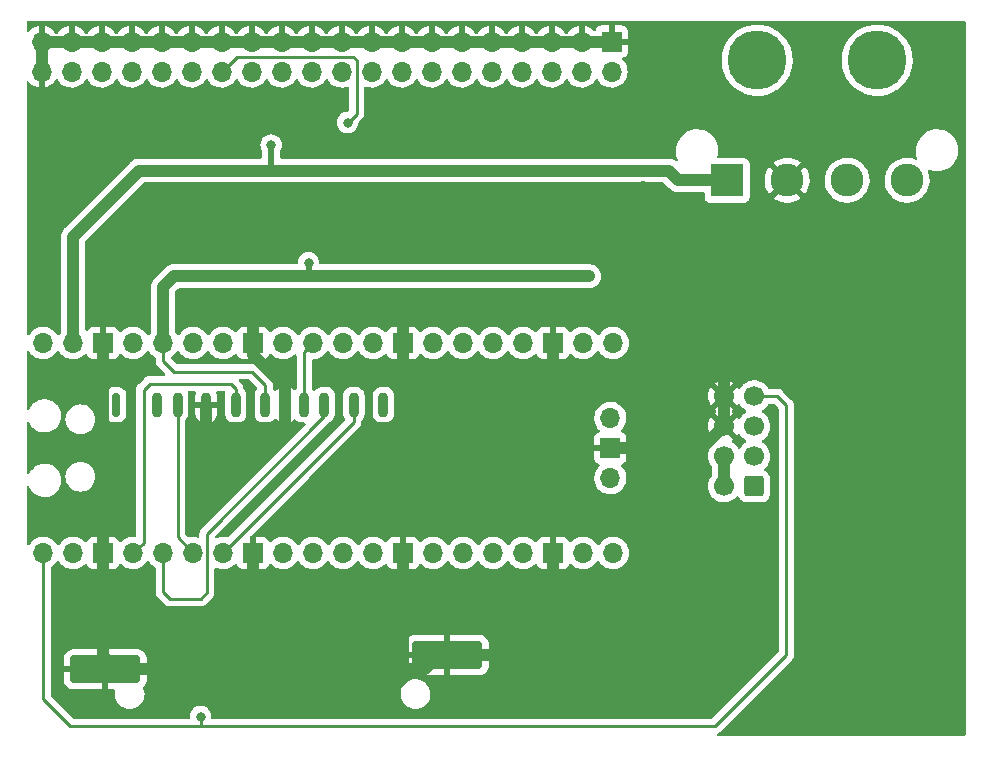
<source format=gbr>
%TF.GenerationSoftware,KiCad,Pcbnew,(6.0.1)*%
%TF.CreationDate,2022-03-24T11:58:16-04:00*%
%TF.ProjectId,FDC,4644432e-6b69-4636-9164-5f7063625858,rev?*%
%TF.SameCoordinates,Original*%
%TF.FileFunction,Copper,L2,Bot*%
%TF.FilePolarity,Positive*%
%FSLAX46Y46*%
G04 Gerber Fmt 4.6, Leading zero omitted, Abs format (unit mm)*
G04 Created by KiCad (PCBNEW (6.0.1)) date 2022-03-24 11:58:16*
%MOMM*%
%LPD*%
G01*
G04 APERTURE LIST*
G04 Aperture macros list*
%AMRoundRect*
0 Rectangle with rounded corners*
0 $1 Rounding radius*
0 $2 $3 $4 $5 $6 $7 $8 $9 X,Y pos of 4 corners*
0 Add a 4 corners polygon primitive as box body*
4,1,4,$2,$3,$4,$5,$6,$7,$8,$9,$2,$3,0*
0 Add four circle primitives for the rounded corners*
1,1,$1+$1,$2,$3*
1,1,$1+$1,$4,$5*
1,1,$1+$1,$6,$7*
1,1,$1+$1,$8,$9*
0 Add four rect primitives between the rounded corners*
20,1,$1+$1,$2,$3,$4,$5,0*
20,1,$1+$1,$4,$5,$6,$7,0*
20,1,$1+$1,$6,$7,$8,$9,0*
20,1,$1+$1,$8,$9,$2,$3,0*%
G04 Aperture macros list end*
%TA.AperFunction,ComponentPad*%
%ADD10R,1.700000X1.700000*%
%TD*%
%TA.AperFunction,ComponentPad*%
%ADD11O,1.700000X1.700000*%
%TD*%
%TA.AperFunction,ComponentPad*%
%ADD12RoundRect,0.250000X0.600000X0.600000X-0.600000X0.600000X-0.600000X-0.600000X0.600000X-0.600000X0*%
%TD*%
%TA.AperFunction,ComponentPad*%
%ADD13C,1.700000*%
%TD*%
%TA.AperFunction,WasherPad*%
%ADD14C,5.000000*%
%TD*%
%TA.AperFunction,ComponentPad*%
%ADD15R,2.780000X2.780000*%
%TD*%
%TA.AperFunction,ComponentPad*%
%ADD16C,2.780000*%
%TD*%
%TA.AperFunction,SMDPad,CuDef*%
%ADD17RoundRect,0.250400X0.149600X0.749600X-0.149600X0.749600X-0.149600X-0.749600X0.149600X-0.749600X0*%
%TD*%
%TA.AperFunction,SMDPad,CuDef*%
%ADD18RoundRect,0.249900X0.100100X0.750100X-0.100100X0.750100X-0.100100X-0.750100X0.100100X-0.750100X0*%
%TD*%
%TA.AperFunction,SMDPad,CuDef*%
%ADD19RoundRect,0.352800X2.647200X0.847200X-2.647200X0.847200X-2.647200X-0.847200X2.647200X-0.847200X0*%
%TD*%
%TA.AperFunction,SMDPad,CuDef*%
%ADD20RoundRect,0.333600X2.666400X0.866400X-2.666400X0.866400X-2.666400X-0.866400X2.666400X-0.866400X0*%
%TD*%
%TA.AperFunction,ViaPad*%
%ADD21C,0.800000*%
%TD*%
%TA.AperFunction,Conductor*%
%ADD22C,1.000000*%
%TD*%
%TA.AperFunction,Conductor*%
%ADD23C,0.250000*%
%TD*%
%TA.AperFunction,Conductor*%
%ADD24C,0.500000*%
%TD*%
G04 APERTURE END LIST*
D10*
%TO.P,J5,1*%
%TO.N,GND*%
X162306000Y-60452000D03*
D11*
%TO.P,J5,2*%
%TO.N,/D0*%
X162306000Y-62992000D03*
%TO.P,J5,3*%
%TO.N,GND*%
X159766000Y-60452000D03*
%TO.P,J5,4*%
%TO.N,/D1*%
X159766000Y-62992000D03*
%TO.P,J5,5*%
%TO.N,GND*%
X157226000Y-60452000D03*
%TO.P,J5,6*%
%TO.N,/D2*%
X157226000Y-62992000D03*
%TO.P,J5,7*%
%TO.N,GND*%
X154686000Y-60452000D03*
%TO.P,J5,8*%
%TO.N,/D3*%
X154686000Y-62992000D03*
%TO.P,J5,9*%
%TO.N,GND*%
X152146000Y-60452000D03*
%TO.P,J5,10*%
%TO.N,/D4*%
X152146000Y-62992000D03*
%TO.P,J5,11*%
%TO.N,GND*%
X149606000Y-60452000D03*
%TO.P,J5,12*%
%TO.N,/D5*%
X149606000Y-62992000D03*
%TO.P,J5,13*%
%TO.N,GND*%
X147066000Y-60452000D03*
%TO.P,J5,14*%
%TO.N,/D6*%
X147066000Y-62992000D03*
%TO.P,J5,15*%
%TO.N,GND*%
X144526000Y-60452000D03*
%TO.P,J5,16*%
%TO.N,/D7*%
X144526000Y-62992000D03*
%TO.P,J5,17*%
%TO.N,GND*%
X141986000Y-60452000D03*
%TO.P,J5,18*%
%TO.N,/DISKIN*%
X141986000Y-62992000D03*
%TO.P,J5,19*%
%TO.N,GND*%
X139446000Y-60452000D03*
%TO.P,J5,20*%
%TO.N,/DISKOUT*%
X139446000Y-62992000D03*
%TO.P,J5,21*%
%TO.N,GND*%
X136906000Y-60452000D03*
%TO.P,J5,22*%
%TO.N,/A0*%
X136906000Y-62992000D03*
%TO.P,J5,23*%
%TO.N,GND*%
X134366000Y-60452000D03*
%TO.P,J5,24*%
%TO.N,/A1*%
X134366000Y-62992000D03*
%TO.P,J5,25*%
%TO.N,GND*%
X131826000Y-60452000D03*
%TO.P,J5,26*%
%TO.N,/NMI*%
X131826000Y-62992000D03*
%TO.P,J5,27*%
%TO.N,GND*%
X129286000Y-60452000D03*
%TO.P,J5,28*%
%TO.N,/RESET*%
X129286000Y-62992000D03*
%TO.P,J5,29*%
%TO.N,GND*%
X126746000Y-60452000D03*
%TO.P,J5,30*%
%TO.N,/INTAK*%
X126746000Y-62992000D03*
%TO.P,J5,31*%
%TO.N,GND*%
X124206000Y-60452000D03*
%TO.P,J5,32*%
%TO.N,/WRNMI*%
X124206000Y-62992000D03*
%TO.P,J5,33*%
%TO.N,GND*%
X121666000Y-60452000D03*
%TO.P,J5,34*%
%TO.N,/RDNMI*%
X121666000Y-62992000D03*
%TO.P,J5,35*%
%TO.N,GND*%
X119126000Y-60452000D03*
%TO.P,J5,36*%
%TO.N,/DRVSEL*%
X119126000Y-62992000D03*
%TO.P,J5,37*%
%TO.N,GND*%
X116586000Y-60452000D03*
%TO.P,J5,38*%
%TO.N,/WAIT*%
X116586000Y-62992000D03*
%TO.P,J5,39*%
%TO.N,GND*%
X114046000Y-60452000D03*
%TO.P,J5,40*%
X114046000Y-62992000D03*
%TD*%
D12*
%TO.P,J1,1*%
%TO.N,/SWCLK*%
X174371000Y-98107500D03*
D13*
%TO.P,J1,2*%
%TO.N,+5V*%
X171831000Y-98107500D03*
%TO.P,J1,3*%
%TO.N,/SWDIO*%
X174371000Y-95567500D03*
%TO.P,J1,4*%
%TO.N,+5V*%
X171831000Y-95567500D03*
%TO.P,J1,5*%
%TO.N,N/C*%
X174371000Y-93027500D03*
%TO.P,J1,6*%
%TO.N,GND*%
X171831000Y-93027500D03*
%TO.P,J1,7*%
%TO.N,/DEBUG_TXD*%
X174371000Y-90487500D03*
%TO.P,J1,8*%
%TO.N,GND*%
X171831000Y-90487500D03*
%TD*%
D14*
%TO.P,J4,*%
%TO.N,*%
X184785000Y-62039500D03*
X174625000Y-62039500D03*
D15*
%TO.P,J4,1*%
%TO.N,+5V*%
X172085000Y-72199500D03*
D16*
%TO.P,J4,2*%
%TO.N,GND*%
X177165000Y-72199500D03*
%TO.P,J4,3*%
%TO.N,N/C*%
X182245000Y-72199500D03*
%TO.P,J4,4*%
X187325000Y-72199500D03*
%TD*%
D11*
%TO.P,U2,1*%
%TO.N,/DEBUG_TXD*%
X114173000Y-103759000D03*
%TO.P,U2,2*%
%TO.N,/OE*%
X116713000Y-103759000D03*
D10*
%TO.P,U2,3*%
%TO.N,GND*%
X119253000Y-103759000D03*
D11*
%TO.P,U2,4*%
%TO.N,/CLK_SCLK*%
X121793000Y-103759000D03*
%TO.P,U2,5*%
%TO.N,/CMD_MOSI*%
X124333000Y-103759000D03*
%TO.P,U2,6*%
%TO.N,/DAT0_MISO*%
X126873000Y-103759000D03*
%TO.P,U2,7*%
%TO.N,/DAT3_CS*%
X129413000Y-103759000D03*
D10*
%TO.P,U2,8*%
%TO.N,GND*%
X131953000Y-103759000D03*
D11*
%TO.P,U2,9*%
%TO.N,/WAIT'*%
X134493000Y-103759000D03*
%TO.P,U2,10*%
%TO.N,/DRVSEL'*%
X137033000Y-103759000D03*
%TO.P,U2,11*%
%TO.N,/RDNMI'*%
X139573000Y-103759000D03*
%TO.P,U2,12*%
%TO.N,/WRNMI'*%
X142113000Y-103759000D03*
D10*
%TO.P,U2,13*%
%TO.N,GND*%
X144653000Y-103759000D03*
D11*
%TO.P,U2,14*%
%TO.N,/DISKOUT'*%
X147193000Y-103759000D03*
%TO.P,U2,15*%
%TO.N,/DISKIN'*%
X149733000Y-103759000D03*
%TO.P,U2,16*%
%TO.N,/RESET'*%
X152273000Y-103759000D03*
%TO.P,U2,17*%
%TO.N,/NMI'*%
X154813000Y-103759000D03*
D10*
%TO.P,U2,18*%
%TO.N,GND*%
X157353000Y-103759000D03*
D11*
%TO.P,U2,19*%
%TO.N,/DIR*%
X159893000Y-103759000D03*
%TO.P,U2,20*%
%TO.N,/D0'*%
X162433000Y-103759000D03*
%TO.P,U2,21*%
%TO.N,/D1'*%
X162433000Y-85979000D03*
%TO.P,U2,22*%
%TO.N,/D2'*%
X159893000Y-85979000D03*
D10*
%TO.P,U2,23*%
%TO.N,GND*%
X157353000Y-85979000D03*
D11*
%TO.P,U2,24*%
%TO.N,/D3'*%
X154813000Y-85979000D03*
%TO.P,U2,25*%
%TO.N,/D4'*%
X152273000Y-85979000D03*
%TO.P,U2,26*%
%TO.N,/D5'*%
X149733000Y-85979000D03*
%TO.P,U2,27*%
%TO.N,/D6'*%
X147193000Y-85979000D03*
D10*
%TO.P,U2,28*%
%TO.N,GND*%
X144653000Y-85979000D03*
D11*
%TO.P,U2,29*%
%TO.N,/D7'*%
X142113000Y-85979000D03*
%TO.P,U2,30*%
%TO.N,Net-(U2-Pad30)*%
X139573000Y-85979000D03*
%TO.P,U2,31*%
%TO.N,/CD*%
X137033000Y-85979000D03*
%TO.P,U2,32*%
%TO.N,/A0'*%
X134493000Y-85979000D03*
D10*
%TO.P,U2,33*%
%TO.N,GND*%
X131953000Y-85979000D03*
D11*
%TO.P,U2,34*%
%TO.N,/A1'*%
X129413000Y-85979000D03*
%TO.P,U2,35*%
%TO.N,Net-(U2-Pad35)*%
X126873000Y-85979000D03*
%TO.P,U2,36*%
%TO.N,+3V3*%
X124333000Y-85979000D03*
%TO.P,U2,37*%
%TO.N,Net-(U2-Pad37)*%
X121793000Y-85979000D03*
D10*
%TO.P,U2,38*%
%TO.N,GND*%
X119253000Y-85979000D03*
D11*
%TO.P,U2,39*%
%TO.N,+5V*%
X116713000Y-85979000D03*
%TO.P,U2,40*%
%TO.N,Net-(U2-Pad40)*%
X114173000Y-85979000D03*
%TO.P,U2,41*%
%TO.N,/SWCLK*%
X162203000Y-97409000D03*
D10*
%TO.P,U2,42*%
%TO.N,GND*%
X162203000Y-94869000D03*
D11*
%TO.P,U2,43*%
%TO.N,/SWDIO*%
X162203000Y-92329000D03*
%TD*%
D17*
%TO.P,J3,1*%
%TO.N,/DAT3_CS*%
X140484000Y-91195500D03*
%TO.P,J3,2*%
%TO.N,/CMD_MOSI*%
X137984000Y-91195500D03*
%TO.P,J3,3*%
%TO.N,GND*%
X134684000Y-91195500D03*
%TO.P,J3,4*%
%TO.N,+3V3*%
X132984000Y-91195500D03*
%TO.P,J3,5*%
%TO.N,/CLK_SCLK*%
X130484000Y-91195500D03*
%TO.P,J3,6*%
%TO.N,GND*%
X127984000Y-91195500D03*
%TO.P,J3,7*%
%TO.N,/DAT0_MISO*%
X125554000Y-91195500D03*
%TO.P,J3,8*%
%TO.N,N/C*%
X123854000Y-91195500D03*
%TO.P,J3,9*%
X142984000Y-91195500D03*
%TO.P,J3,10*%
%TO.N,/CD*%
X136284000Y-91195500D03*
D18*
%TO.P,J3,11*%
%TO.N,N/C*%
X120364000Y-91195500D03*
D19*
%TO.P,J3,12*%
%TO.N,GND*%
X119434000Y-113595500D03*
D20*
%TO.P,J3,13*%
X148399000Y-112395500D03*
%TD*%
D21*
%TO.N,GND*%
X164973000Y-72771000D03*
%TO.N,+3V3*%
X160401000Y-80327500D03*
X136652000Y-79184500D03*
%TO.N,/RESET*%
X139954000Y-67310000D03*
%TO.N,/DEBUG_TXD*%
X127508000Y-117602000D03*
%TO.N,+5V*%
X160528000Y-71374000D03*
X133477000Y-69215000D03*
%TD*%
D22*
%TO.N,GND*%
X164020000Y-112395500D02*
X167005000Y-109410500D01*
X144653000Y-85979000D02*
X144653000Y-88328500D01*
X164973000Y-72771000D02*
X166624000Y-74422000D01*
X116586000Y-60452000D02*
X119126000Y-60452000D01*
X119253000Y-112494500D02*
X120354000Y-113595500D01*
X152146000Y-60452000D02*
X154686000Y-60452000D01*
X136906000Y-60452000D02*
X139446000Y-60452000D01*
X147066000Y-60452000D02*
X149606000Y-60452000D01*
X149606000Y-60452000D02*
X152146000Y-60452000D01*
X132715000Y-81851500D02*
X144018000Y-81851500D01*
X129286000Y-60452000D02*
X131826000Y-60452000D01*
X131953000Y-85979000D02*
X131953000Y-86995000D01*
X127984000Y-93186000D02*
X127984000Y-91195500D01*
X114046000Y-60452000D02*
X116586000Y-60452000D01*
X144526000Y-60452000D02*
X147066000Y-60452000D01*
X157353000Y-88392000D02*
X171767500Y-88392000D01*
X154686000Y-60452000D02*
X157226000Y-60452000D01*
X171831000Y-90487500D02*
X171831000Y-88328500D01*
X134684000Y-89726000D02*
X134684000Y-91195500D01*
X157353000Y-85979000D02*
X157353000Y-88392000D01*
X144659000Y-113595500D02*
X146504000Y-113595500D01*
X171831000Y-88328500D02*
X171831000Y-85280500D01*
X171767500Y-88392000D02*
X171831000Y-88328500D01*
X126746000Y-60452000D02*
X129286000Y-60452000D01*
X162203000Y-94869000D02*
X167005000Y-94869000D01*
X131953000Y-113526000D02*
X131883500Y-113595500D01*
X131826000Y-60452000D02*
X134366000Y-60452000D01*
X119253000Y-103759000D02*
X119253000Y-107759500D01*
X133858000Y-93980000D02*
X128778000Y-93980000D01*
X139446000Y-60452000D02*
X141986000Y-60452000D01*
X146504000Y-113595500D02*
X147704000Y-112395500D01*
X131953000Y-82613500D02*
X132715000Y-81851500D01*
X167005000Y-94869000D02*
X169989500Y-94869000D01*
X144653000Y-88328500D02*
X144716500Y-88392000D01*
X120354000Y-113595500D02*
X131883500Y-113595500D01*
X119253000Y-85979000D02*
X119253000Y-103759000D01*
X144653000Y-82486500D02*
X144653000Y-85979000D01*
X144653000Y-113589500D02*
X144659000Y-113595500D01*
X121666000Y-60452000D02*
X124206000Y-60452000D01*
X167005000Y-109410500D02*
X167005000Y-94869000D01*
X134684000Y-91195500D02*
X134684000Y-93154000D01*
X157479500Y-112395500D02*
X164020000Y-112395500D01*
X131953000Y-85979000D02*
X131953000Y-82613500D01*
X157226000Y-60452000D02*
X159766000Y-60452000D01*
X134366000Y-60452000D02*
X136906000Y-60452000D01*
X128778000Y-93980000D02*
X127984000Y-93186000D01*
X171831000Y-85280500D02*
X166624000Y-80073500D01*
X131953000Y-103759000D02*
X131953000Y-113526000D01*
X157353000Y-112269000D02*
X157479500Y-112395500D01*
X114046000Y-62992000D02*
X114046000Y-60452000D01*
X171831000Y-93027500D02*
X171831000Y-90487500D01*
X157353000Y-103759000D02*
X157353000Y-112269000D01*
X144653000Y-103759000D02*
X144653000Y-113589500D01*
X132403500Y-113595500D02*
X144659000Y-113595500D01*
X131953000Y-86995000D02*
X134684000Y-89726000D01*
X131883500Y-113595500D02*
X132403500Y-113595500D01*
X141986000Y-60452000D02*
X144526000Y-60452000D01*
X119126000Y-60452000D02*
X121666000Y-60452000D01*
X144018000Y-81851500D02*
X144653000Y-82486500D01*
X144716500Y-88392000D02*
X157353000Y-88392000D01*
X169989500Y-94869000D02*
X171831000Y-93027500D01*
X166624000Y-74422000D02*
X166624000Y-80073500D01*
X147704000Y-112395500D02*
X157479500Y-112395500D01*
X119253000Y-107759500D02*
X119253000Y-112494500D01*
X159766000Y-60452000D02*
X162306000Y-60452000D01*
X134684000Y-93154000D02*
X133858000Y-93980000D01*
X124206000Y-60452000D02*
X126746000Y-60452000D01*
D23*
%TO.N,+3V3*%
X132984000Y-89550000D02*
X132984000Y-91195500D01*
X131826000Y-88392000D02*
X132984000Y-89550000D01*
X125222000Y-88392000D02*
X131826000Y-88392000D01*
D22*
X124333000Y-81216500D02*
X124333000Y-85979000D01*
X136652000Y-80327500D02*
X125222000Y-80327500D01*
D23*
X124333000Y-85979000D02*
X124333000Y-87503000D01*
X124333000Y-87503000D02*
X125222000Y-88392000D01*
D22*
X160401000Y-80327500D02*
X136652000Y-80327500D01*
X125222000Y-80327500D02*
X124333000Y-81216500D01*
D24*
X136652000Y-79184500D02*
X136652000Y-80327500D01*
D23*
%TO.N,/RESET*%
X129286000Y-62992000D02*
X130556000Y-61722000D01*
X140398500Y-61722000D02*
X140716000Y-62039500D01*
X140716000Y-62039500D02*
X140716000Y-66548000D01*
X130556000Y-61722000D02*
X140398500Y-61722000D01*
X140716000Y-66548000D02*
X139954000Y-67310000D01*
%TO.N,/DAT0_MISO*%
X126873000Y-103759000D02*
X125554000Y-102440000D01*
X125554000Y-102440000D02*
X125554000Y-91195500D01*
%TO.N,/CLK_SCLK*%
X130484000Y-91195500D02*
X130484000Y-89844000D01*
X122682000Y-89916000D02*
X122682000Y-102870000D01*
X130484000Y-89844000D02*
X130048000Y-89408000D01*
X123190000Y-89408000D02*
X122682000Y-89916000D01*
X130048000Y-89408000D02*
X123190000Y-89408000D01*
X122682000Y-102870000D02*
X121793000Y-103759000D01*
%TO.N,/CMD_MOSI*%
X127508000Y-107632500D02*
X124904500Y-107632500D01*
X128048001Y-107092499D02*
X127508000Y-107632500D01*
X137984000Y-91195500D02*
X137984000Y-92195500D01*
X124904500Y-107632500D02*
X124333000Y-107061000D01*
X124333000Y-107061000D02*
X124333000Y-103759000D01*
X137984000Y-92195500D02*
X128048001Y-102131499D01*
X128048001Y-102131499D02*
X128048001Y-107092499D01*
%TO.N,/DAT3_CS*%
X140484000Y-92688000D02*
X140484000Y-91195500D01*
X129413000Y-103759000D02*
X140484000Y-92688000D01*
%TO.N,/DEBUG_TXD*%
X177107010Y-91255010D02*
X176339500Y-90487500D01*
X114173000Y-116141500D02*
X116459000Y-118427500D01*
X176339500Y-90487500D02*
X174371000Y-90487500D01*
X127508000Y-117602000D02*
X127508000Y-118364000D01*
X171070410Y-118427500D02*
X177107010Y-112390900D01*
X114173000Y-103759000D02*
X114173000Y-112903000D01*
X177107010Y-112390900D02*
X177107010Y-91255010D01*
X116459000Y-118427500D02*
X127444500Y-118427500D01*
X127444500Y-118427500D02*
X171070410Y-118427500D01*
X127508000Y-118364000D02*
X127444500Y-118427500D01*
X114173000Y-112903000D02*
X114173000Y-116141500D01*
%TO.N,/CD*%
X136284000Y-91195500D02*
X136284000Y-86728000D01*
X136284000Y-86728000D02*
X137033000Y-85979000D01*
D24*
%TO.N,+5V*%
X133477000Y-69215000D02*
X133477000Y-71310500D01*
D22*
X160528000Y-71374000D02*
X133540500Y-71374000D01*
X116713000Y-76962000D02*
X116713000Y-85979000D01*
X171831000Y-95567500D02*
X171831000Y-98107500D01*
X122301000Y-71374000D02*
X116713000Y-76962000D01*
X167957500Y-72199500D02*
X172085000Y-72199500D01*
X160528000Y-71374000D02*
X167132000Y-71374000D01*
X167132000Y-71374000D02*
X167957500Y-72199500D01*
X133540500Y-71374000D02*
X122301000Y-71374000D01*
D24*
X133477000Y-71310500D02*
X133540500Y-71374000D01*
%TD*%
%TA.AperFunction,Conductor*%
%TO.N,GND*%
G36*
X192220121Y-58694002D02*
G01*
X192266614Y-58747658D01*
X192278000Y-58800000D01*
X192278000Y-119127000D01*
X192257998Y-119195121D01*
X192204342Y-119241614D01*
X192152000Y-119253000D01*
X171376521Y-119253000D01*
X171308400Y-119232998D01*
X171261907Y-119179342D01*
X171251803Y-119109068D01*
X171281297Y-119044488D01*
X171323240Y-119013740D01*
X171324003Y-119013518D01*
X171330823Y-119009485D01*
X171330829Y-119009482D01*
X171341438Y-119003207D01*
X171359186Y-118994512D01*
X171378027Y-118987052D01*
X171398397Y-118972253D01*
X171413797Y-118961064D01*
X171423717Y-118954548D01*
X171454945Y-118936080D01*
X171454948Y-118936078D01*
X171461772Y-118932042D01*
X171476093Y-118917721D01*
X171491127Y-118904880D01*
X171492842Y-118903634D01*
X171507517Y-118892972D01*
X171535708Y-118858895D01*
X171543698Y-118850116D01*
X177499257Y-112894557D01*
X177507547Y-112887013D01*
X177514028Y-112882900D01*
X177560669Y-112833232D01*
X177563423Y-112830391D01*
X177583145Y-112810669D01*
X177585622Y-112807476D01*
X177593327Y-112798455D01*
X177618169Y-112772000D01*
X177623596Y-112766221D01*
X177627417Y-112759271D01*
X177633356Y-112748468D01*
X177644212Y-112731941D01*
X177651767Y-112722202D01*
X177651768Y-112722200D01*
X177656624Y-112715940D01*
X177674184Y-112675360D01*
X177679401Y-112664712D01*
X177696885Y-112632909D01*
X177696886Y-112632907D01*
X177700705Y-112625960D01*
X177705743Y-112606337D01*
X177712147Y-112587634D01*
X177717043Y-112576320D01*
X177717043Y-112576319D01*
X177720191Y-112569045D01*
X177721430Y-112561222D01*
X177721433Y-112561212D01*
X177727109Y-112525376D01*
X177729515Y-112513756D01*
X177738538Y-112478611D01*
X177738538Y-112478610D01*
X177740510Y-112470930D01*
X177740510Y-112450676D01*
X177742061Y-112430965D01*
X177743990Y-112418786D01*
X177745230Y-112410957D01*
X177741069Y-112366938D01*
X177740510Y-112355081D01*
X177740510Y-91333777D01*
X177741037Y-91322594D01*
X177742712Y-91315101D01*
X177741798Y-91286009D01*
X177740572Y-91247024D01*
X177740510Y-91243065D01*
X177740510Y-91215154D01*
X177740005Y-91211154D01*
X177739072Y-91199311D01*
X177738906Y-91194013D01*
X177737683Y-91155121D01*
X177732031Y-91135667D01*
X177728023Y-91116310D01*
X177726478Y-91104080D01*
X177726478Y-91104079D01*
X177725484Y-91096213D01*
X177722565Y-91088840D01*
X177709206Y-91055098D01*
X177705361Y-91043868D01*
X177695239Y-91009027D01*
X177695239Y-91009026D01*
X177693028Y-91001417D01*
X177688995Y-90994598D01*
X177688993Y-90994593D01*
X177682717Y-90983982D01*
X177674022Y-90966234D01*
X177666562Y-90947393D01*
X177658020Y-90935635D01*
X177640574Y-90911623D01*
X177634058Y-90901703D01*
X177615590Y-90870475D01*
X177615588Y-90870472D01*
X177611552Y-90863648D01*
X177597231Y-90849327D01*
X177584390Y-90834293D01*
X177577142Y-90824317D01*
X177572482Y-90817903D01*
X177538417Y-90789722D01*
X177529636Y-90781732D01*
X176843147Y-90095242D01*
X176835613Y-90086963D01*
X176831500Y-90080482D01*
X176781848Y-90033856D01*
X176779007Y-90031102D01*
X176759270Y-90011365D01*
X176756073Y-90008885D01*
X176747051Y-90001180D01*
X176720973Y-89976691D01*
X176714821Y-89970914D01*
X176707875Y-89967095D01*
X176707872Y-89967093D01*
X176697066Y-89961152D01*
X176680547Y-89950301D01*
X176680083Y-89949941D01*
X176664541Y-89937886D01*
X176657272Y-89934741D01*
X176657268Y-89934738D01*
X176623963Y-89920326D01*
X176613313Y-89915109D01*
X176574560Y-89893805D01*
X176554937Y-89888767D01*
X176536234Y-89882363D01*
X176524920Y-89877467D01*
X176524919Y-89877467D01*
X176517645Y-89874319D01*
X176509822Y-89873080D01*
X176509812Y-89873077D01*
X176473976Y-89867401D01*
X176462356Y-89864995D01*
X176427211Y-89855972D01*
X176427210Y-89855972D01*
X176419530Y-89854000D01*
X176399276Y-89854000D01*
X176379565Y-89852449D01*
X176367386Y-89850520D01*
X176359557Y-89849280D01*
X176323558Y-89852683D01*
X176315539Y-89853441D01*
X176303681Y-89854000D01*
X175647805Y-89854000D01*
X175579684Y-89833998D01*
X175542013Y-89796440D01*
X175453822Y-89660117D01*
X175453820Y-89660114D01*
X175451014Y-89655777D01*
X175300670Y-89490551D01*
X175296619Y-89487352D01*
X175296615Y-89487348D01*
X175129414Y-89355300D01*
X175129410Y-89355298D01*
X175125359Y-89352098D01*
X175101397Y-89338870D01*
X175038258Y-89304016D01*
X174929789Y-89244138D01*
X174924920Y-89242414D01*
X174924916Y-89242412D01*
X174724087Y-89171295D01*
X174724083Y-89171294D01*
X174719212Y-89169569D01*
X174714119Y-89168662D01*
X174714116Y-89168661D01*
X174504373Y-89131300D01*
X174504367Y-89131299D01*
X174499284Y-89130394D01*
X174425452Y-89129492D01*
X174281081Y-89127728D01*
X174281079Y-89127728D01*
X174275911Y-89127665D01*
X174055091Y-89161455D01*
X173842756Y-89230857D01*
X173644607Y-89334007D01*
X173640474Y-89337110D01*
X173640471Y-89337112D01*
X173477512Y-89459465D01*
X173465965Y-89468135D01*
X173436069Y-89499419D01*
X173330309Y-89610091D01*
X173311629Y-89629638D01*
X173208020Y-89781524D01*
X173203898Y-89787566D01*
X173148987Y-89832569D01*
X173078462Y-89840740D01*
X173014715Y-89809486D01*
X172994017Y-89785001D01*
X172964062Y-89738697D01*
X172953377Y-89729495D01*
X172943812Y-89733898D01*
X172203022Y-90474688D01*
X172195408Y-90488632D01*
X172195539Y-90490465D01*
X172199790Y-90497080D01*
X172941474Y-91238764D01*
X172953484Y-91245323D01*
X172965223Y-91236355D01*
X172999022Y-91189319D01*
X173000277Y-91190221D01*
X173047391Y-91146855D01*
X173117330Y-91134648D01*
X173182767Y-91162191D01*
X173210580Y-91194013D01*
X173268287Y-91288183D01*
X173268291Y-91288188D01*
X173270987Y-91292588D01*
X173417250Y-91461438D01*
X173589126Y-91604132D01*
X173600063Y-91610523D01*
X173662445Y-91646976D01*
X173711169Y-91698614D01*
X173724240Y-91768397D01*
X173697509Y-91834169D01*
X173657055Y-91867527D01*
X173644607Y-91874007D01*
X173640474Y-91877110D01*
X173640471Y-91877112D01*
X173478478Y-91998740D01*
X173465965Y-92008135D01*
X173462393Y-92011873D01*
X173332914Y-92147365D01*
X173311629Y-92169638D01*
X173308715Y-92173910D01*
X173308714Y-92173911D01*
X173260935Y-92243953D01*
X173238693Y-92276559D01*
X173203898Y-92327566D01*
X173148987Y-92372569D01*
X173078462Y-92380740D01*
X173014715Y-92349486D01*
X172994017Y-92325001D01*
X172964062Y-92278697D01*
X172953377Y-92269495D01*
X172943812Y-92273898D01*
X172203022Y-93014688D01*
X172195408Y-93028632D01*
X172195539Y-93030465D01*
X172199790Y-93037080D01*
X172941474Y-93778764D01*
X172953484Y-93785323D01*
X172965223Y-93776355D01*
X172999022Y-93729319D01*
X173000277Y-93730221D01*
X173047391Y-93686855D01*
X173117330Y-93674648D01*
X173182767Y-93702191D01*
X173210580Y-93734013D01*
X173268287Y-93828183D01*
X173268291Y-93828188D01*
X173270987Y-93832588D01*
X173417250Y-94001438D01*
X173589126Y-94144132D01*
X173600063Y-94150523D01*
X173662445Y-94186976D01*
X173711169Y-94238614D01*
X173724240Y-94308397D01*
X173697509Y-94374169D01*
X173657055Y-94407527D01*
X173644607Y-94414007D01*
X173640474Y-94417110D01*
X173640471Y-94417112D01*
X173616247Y-94435300D01*
X173465965Y-94548135D01*
X173311629Y-94709638D01*
X173204201Y-94867121D01*
X173149293Y-94912121D01*
X173078768Y-94920292D01*
X173015021Y-94889038D01*
X172994324Y-94864554D01*
X172913822Y-94740117D01*
X172913820Y-94740114D01*
X172911014Y-94735777D01*
X172760670Y-94570551D01*
X172756619Y-94567352D01*
X172756615Y-94567348D01*
X172589414Y-94435300D01*
X172589410Y-94435298D01*
X172585359Y-94432098D01*
X172543569Y-94409029D01*
X172493598Y-94358597D01*
X172478826Y-94289154D01*
X172503942Y-94222748D01*
X172531293Y-94196142D01*
X172580247Y-94161223D01*
X172588648Y-94150523D01*
X172581660Y-94137370D01*
X171843812Y-93399522D01*
X171829868Y-93391908D01*
X171828035Y-93392039D01*
X171821420Y-93396290D01*
X171077737Y-94139973D01*
X171070977Y-94152353D01*
X171076258Y-94159407D01*
X171122969Y-94186703D01*
X171171693Y-94238341D01*
X171184764Y-94308124D01*
X171158033Y-94373896D01*
X171117584Y-94407252D01*
X171104607Y-94414007D01*
X171100474Y-94417110D01*
X171100471Y-94417112D01*
X171076247Y-94435300D01*
X170925965Y-94548135D01*
X170771629Y-94709638D01*
X170645743Y-94894180D01*
X170551688Y-95096805D01*
X170491989Y-95312070D01*
X170468251Y-95534195D01*
X170468548Y-95539348D01*
X170468548Y-95539351D01*
X170474011Y-95634090D01*
X170481110Y-95757215D01*
X170482247Y-95762261D01*
X170482248Y-95762267D01*
X170495564Y-95821351D01*
X170530222Y-95975139D01*
X170614266Y-96182116D01*
X170659240Y-96255507D01*
X170728291Y-96368188D01*
X170730987Y-96372588D01*
X170769294Y-96416810D01*
X170791737Y-96442719D01*
X170821220Y-96507304D01*
X170822500Y-96525217D01*
X170822500Y-97145881D01*
X170802498Y-97214002D01*
X170787594Y-97232932D01*
X170771629Y-97249638D01*
X170645743Y-97434180D01*
X170643564Y-97438875D01*
X170567024Y-97603767D01*
X170551688Y-97636805D01*
X170491989Y-97852070D01*
X170468251Y-98074195D01*
X170468548Y-98079348D01*
X170468548Y-98079351D01*
X170480812Y-98292047D01*
X170481110Y-98297215D01*
X170482247Y-98302261D01*
X170482248Y-98302267D01*
X170487623Y-98326116D01*
X170530222Y-98515139D01*
X170566217Y-98603784D01*
X170611858Y-98716185D01*
X170614266Y-98722116D01*
X170638154Y-98761098D01*
X170701008Y-98863666D01*
X170730987Y-98912588D01*
X170877250Y-99081438D01*
X171049126Y-99224132D01*
X171242000Y-99336838D01*
X171450692Y-99416530D01*
X171455760Y-99417561D01*
X171455763Y-99417562D01*
X171563017Y-99439383D01*
X171669597Y-99461067D01*
X171674772Y-99461257D01*
X171674774Y-99461257D01*
X171887673Y-99469064D01*
X171887677Y-99469064D01*
X171892837Y-99469253D01*
X171897957Y-99468597D01*
X171897959Y-99468597D01*
X172109288Y-99441525D01*
X172109289Y-99441525D01*
X172114416Y-99440868D01*
X172119366Y-99439383D01*
X172323429Y-99378161D01*
X172323434Y-99378159D01*
X172328384Y-99376674D01*
X172528994Y-99278396D01*
X172710860Y-99148673D01*
X172869096Y-98990989D01*
X172869671Y-98991566D01*
X172925391Y-98955062D01*
X172996385Y-98954439D01*
X173056446Y-98992296D01*
X173076051Y-99022191D01*
X173077133Y-99024500D01*
X173079450Y-99031446D01*
X173172522Y-99181848D01*
X173297697Y-99306805D01*
X173303927Y-99310645D01*
X173303928Y-99310646D01*
X173441090Y-99395194D01*
X173448262Y-99399615D01*
X173502371Y-99417562D01*
X173609611Y-99453132D01*
X173609613Y-99453132D01*
X173616139Y-99455297D01*
X173622975Y-99455997D01*
X173622978Y-99455998D01*
X173662372Y-99460034D01*
X173720600Y-99466000D01*
X175021400Y-99466000D01*
X175024646Y-99465663D01*
X175024650Y-99465663D01*
X175120308Y-99455738D01*
X175120312Y-99455737D01*
X175127166Y-99455026D01*
X175133702Y-99452845D01*
X175133704Y-99452845D01*
X175265806Y-99408772D01*
X175294946Y-99399050D01*
X175445348Y-99305978D01*
X175570305Y-99180803D01*
X175592357Y-99145029D01*
X175659275Y-99036468D01*
X175659276Y-99036466D01*
X175663115Y-99030238D01*
X175718797Y-98862361D01*
X175729500Y-98757900D01*
X175729500Y-97457100D01*
X175726678Y-97429901D01*
X175719238Y-97358192D01*
X175719237Y-97358188D01*
X175718526Y-97351334D01*
X175701225Y-97299475D01*
X175664868Y-97190502D01*
X175662550Y-97183554D01*
X175569478Y-97033152D01*
X175444303Y-96908195D01*
X175293738Y-96815385D01*
X175286785Y-96813079D01*
X175285904Y-96812668D01*
X175232618Y-96765752D01*
X175213156Y-96697475D01*
X175233696Y-96629515D01*
X175251529Y-96609344D01*
X175250860Y-96608673D01*
X175373488Y-96486473D01*
X175409096Y-96450989D01*
X175468594Y-96368189D01*
X175536435Y-96273777D01*
X175539453Y-96269577D01*
X175560320Y-96227357D01*
X175636136Y-96073953D01*
X175636137Y-96073951D01*
X175638430Y-96069311D01*
X175703370Y-95855569D01*
X175732529Y-95634090D01*
X175734156Y-95567500D01*
X175715852Y-95344861D01*
X175661431Y-95128202D01*
X175572354Y-94923340D01*
X175451014Y-94735777D01*
X175300670Y-94570551D01*
X175296619Y-94567352D01*
X175296615Y-94567348D01*
X175129414Y-94435300D01*
X175129410Y-94435298D01*
X175125359Y-94432098D01*
X175084053Y-94409296D01*
X175034084Y-94358864D01*
X175019312Y-94289421D01*
X175044428Y-94223016D01*
X175071780Y-94196409D01*
X175136110Y-94150523D01*
X175250860Y-94068673D01*
X175409096Y-93910989D01*
X175539453Y-93729577D01*
X175550460Y-93707307D01*
X175636136Y-93533953D01*
X175636137Y-93533951D01*
X175638430Y-93529311D01*
X175703370Y-93315569D01*
X175732529Y-93094090D01*
X175732869Y-93080162D01*
X175734074Y-93030865D01*
X175734074Y-93030861D01*
X175734156Y-93027500D01*
X175715852Y-92804861D01*
X175661431Y-92588202D01*
X175572354Y-92383340D01*
X175532906Y-92322362D01*
X175453822Y-92200117D01*
X175453820Y-92200114D01*
X175451014Y-92195777D01*
X175300670Y-92030551D01*
X175296619Y-92027352D01*
X175296615Y-92027348D01*
X175129414Y-91895300D01*
X175129410Y-91895298D01*
X175125359Y-91892098D01*
X175084053Y-91869296D01*
X175034084Y-91818864D01*
X175019312Y-91749421D01*
X175044428Y-91683016D01*
X175071780Y-91656409D01*
X175136110Y-91610523D01*
X175250860Y-91528673D01*
X175262139Y-91517434D01*
X175405435Y-91374637D01*
X175409096Y-91370989D01*
X175434332Y-91335870D01*
X175536435Y-91193777D01*
X175539453Y-91189577D01*
X175541746Y-91184937D01*
X175543446Y-91182108D01*
X175595674Y-91134018D01*
X175651451Y-91121000D01*
X176024905Y-91121000D01*
X176093026Y-91141002D01*
X176114001Y-91157905D01*
X176436606Y-91480511D01*
X176470631Y-91542823D01*
X176473510Y-91569606D01*
X176473510Y-112076306D01*
X176453508Y-112144427D01*
X176436605Y-112165401D01*
X170844910Y-117757095D01*
X170782598Y-117791121D01*
X170755815Y-117794000D01*
X128541261Y-117794000D01*
X128473140Y-117773998D01*
X128426647Y-117720342D01*
X128415951Y-117654831D01*
X128421504Y-117602000D01*
X128401542Y-117412072D01*
X128342527Y-117230444D01*
X128247040Y-117065056D01*
X128134094Y-116939616D01*
X128123675Y-116928045D01*
X128123674Y-116928044D01*
X128119253Y-116923134D01*
X127964752Y-116810882D01*
X127958724Y-116808198D01*
X127958722Y-116808197D01*
X127796319Y-116735891D01*
X127796318Y-116735891D01*
X127790288Y-116733206D01*
X127696887Y-116713353D01*
X127609944Y-116694872D01*
X127609939Y-116694872D01*
X127603487Y-116693500D01*
X127412513Y-116693500D01*
X127406061Y-116694872D01*
X127406056Y-116694872D01*
X127319113Y-116713353D01*
X127225712Y-116733206D01*
X127219682Y-116735891D01*
X127219681Y-116735891D01*
X127057278Y-116808197D01*
X127057276Y-116808198D01*
X127051248Y-116810882D01*
X126896747Y-116923134D01*
X126892326Y-116928044D01*
X126892325Y-116928045D01*
X126881907Y-116939616D01*
X126768960Y-117065056D01*
X126673473Y-117230444D01*
X126614458Y-117412072D01*
X126594496Y-117602000D01*
X126600049Y-117654831D01*
X126587277Y-117724667D01*
X126538776Y-117776514D01*
X126474739Y-117794000D01*
X116773595Y-117794000D01*
X116705474Y-117773998D01*
X116684500Y-117757095D01*
X114843405Y-115916000D01*
X114809379Y-115853688D01*
X114806500Y-115826905D01*
X114806500Y-114515012D01*
X115926000Y-114515012D01*
X115926146Y-114519307D01*
X115928557Y-114554664D01*
X115930281Y-114565610D01*
X115972530Y-114735063D01*
X115977214Y-114747795D01*
X116054308Y-114903099D01*
X116061615Y-114914525D01*
X116170262Y-115049655D01*
X116179845Y-115059238D01*
X116314975Y-115167885D01*
X116326401Y-115175192D01*
X116481705Y-115252286D01*
X116494437Y-115256970D01*
X116663890Y-115299219D01*
X116674836Y-115300943D01*
X116710193Y-115303354D01*
X116714488Y-115303500D01*
X119161885Y-115303500D01*
X119177124Y-115299025D01*
X119178329Y-115297635D01*
X119180000Y-115289952D01*
X119180000Y-115285385D01*
X119688000Y-115285385D01*
X119692475Y-115300624D01*
X119693865Y-115301829D01*
X119701548Y-115303500D01*
X120143932Y-115303500D01*
X120212053Y-115323502D01*
X120258546Y-115377158D01*
X120268650Y-115447432D01*
X120266451Y-115458913D01*
X120257473Y-115496311D01*
X120253968Y-115510911D01*
X120241037Y-115735190D01*
X120268025Y-115958215D01*
X120334082Y-116172935D01*
X120336652Y-116177915D01*
X120336654Y-116177919D01*
X120434546Y-116367581D01*
X120437118Y-116372564D01*
X120573877Y-116550792D01*
X120740036Y-116701985D01*
X120744783Y-116704963D01*
X120744786Y-116704965D01*
X120873229Y-116785536D01*
X120930344Y-116821364D01*
X121138783Y-116905156D01*
X121358767Y-116950713D01*
X121363378Y-116950979D01*
X121363379Y-116950979D01*
X121413952Y-116953895D01*
X121413956Y-116953895D01*
X121415775Y-116954000D01*
X121560999Y-116954000D01*
X121563786Y-116953751D01*
X121563792Y-116953751D01*
X121633929Y-116947491D01*
X121727762Y-116939117D01*
X121733176Y-116937636D01*
X121733181Y-116937635D01*
X121860912Y-116902691D01*
X121944451Y-116879837D01*
X121949509Y-116877425D01*
X121949513Y-116877423D01*
X122067042Y-116821364D01*
X122147218Y-116783122D01*
X122329654Y-116652029D01*
X122485992Y-116490701D01*
X122611290Y-116304238D01*
X122701588Y-116098533D01*
X122745411Y-115916000D01*
X122752722Y-115885546D01*
X122752722Y-115885545D01*
X122754032Y-115880089D01*
X122762386Y-115735190D01*
X144441037Y-115735190D01*
X144468025Y-115958215D01*
X144534082Y-116172935D01*
X144536652Y-116177915D01*
X144536654Y-116177919D01*
X144634546Y-116367581D01*
X144637118Y-116372564D01*
X144773877Y-116550792D01*
X144940036Y-116701985D01*
X144944783Y-116704963D01*
X144944786Y-116704965D01*
X145073229Y-116785536D01*
X145130344Y-116821364D01*
X145338783Y-116905156D01*
X145558767Y-116950713D01*
X145563378Y-116950979D01*
X145563379Y-116950979D01*
X145613952Y-116953895D01*
X145613956Y-116953895D01*
X145615775Y-116954000D01*
X145760999Y-116954000D01*
X145763786Y-116953751D01*
X145763792Y-116953751D01*
X145833929Y-116947491D01*
X145927762Y-116939117D01*
X145933176Y-116937636D01*
X145933181Y-116937635D01*
X146060912Y-116902691D01*
X146144451Y-116879837D01*
X146149509Y-116877425D01*
X146149513Y-116877423D01*
X146267042Y-116821364D01*
X146347218Y-116783122D01*
X146529654Y-116652029D01*
X146685992Y-116490701D01*
X146811290Y-116304238D01*
X146901588Y-116098533D01*
X146945411Y-115916000D01*
X146952722Y-115885546D01*
X146952722Y-115885545D01*
X146954032Y-115880089D01*
X146966963Y-115655810D01*
X146939975Y-115432785D01*
X146873918Y-115218065D01*
X146866914Y-115204494D01*
X146773454Y-115023419D01*
X146773454Y-115023418D01*
X146770882Y-115018436D01*
X146634123Y-114840208D01*
X146467964Y-114689015D01*
X146463217Y-114686037D01*
X146463214Y-114686035D01*
X146282405Y-114572615D01*
X146277656Y-114569636D01*
X146069217Y-114485844D01*
X145849233Y-114440287D01*
X145844622Y-114440021D01*
X145844621Y-114440021D01*
X145794048Y-114437105D01*
X145794044Y-114437105D01*
X145792225Y-114437000D01*
X145647001Y-114437000D01*
X145644214Y-114437249D01*
X145644208Y-114437249D01*
X145574071Y-114443509D01*
X145480238Y-114451883D01*
X145474824Y-114453364D01*
X145474819Y-114453365D01*
X145360262Y-114484705D01*
X145263549Y-114511163D01*
X145258491Y-114513575D01*
X145258487Y-114513577D01*
X145172347Y-114554664D01*
X145060782Y-114607878D01*
X144878346Y-114738971D01*
X144722008Y-114900299D01*
X144596710Y-115086762D01*
X144506412Y-115292467D01*
X144505103Y-115297918D01*
X144505102Y-115297922D01*
X144455279Y-115505451D01*
X144453968Y-115510911D01*
X144441037Y-115735190D01*
X122762386Y-115735190D01*
X122766963Y-115655810D01*
X122739975Y-115432785D01*
X122673918Y-115218065D01*
X122666913Y-115204492D01*
X122653444Y-115134786D01*
X122679799Y-115068863D01*
X122689784Y-115057609D01*
X122697738Y-115049655D01*
X122806385Y-114914525D01*
X122813692Y-114903099D01*
X122890786Y-114747795D01*
X122895470Y-114735063D01*
X122937719Y-114565610D01*
X122939443Y-114554664D01*
X122941854Y-114519307D01*
X122942000Y-114515012D01*
X122942000Y-113867615D01*
X122937525Y-113852376D01*
X122936135Y-113851171D01*
X122928452Y-113849500D01*
X119706115Y-113849500D01*
X119690876Y-113853975D01*
X119689671Y-113855365D01*
X119688000Y-113863048D01*
X119688000Y-115285385D01*
X119180000Y-115285385D01*
X119180000Y-113867615D01*
X119175525Y-113852376D01*
X119174135Y-113851171D01*
X119166452Y-113849500D01*
X115944115Y-113849500D01*
X115928876Y-113853975D01*
X115927671Y-113855365D01*
X115926000Y-113863048D01*
X115926000Y-114515012D01*
X114806500Y-114515012D01*
X114806500Y-113323385D01*
X115926000Y-113323385D01*
X115930475Y-113338624D01*
X115931865Y-113339829D01*
X115939548Y-113341500D01*
X119161885Y-113341500D01*
X119177124Y-113337025D01*
X119178329Y-113335635D01*
X119180000Y-113327952D01*
X119180000Y-113323385D01*
X119688000Y-113323385D01*
X119692475Y-113338624D01*
X119693865Y-113339829D01*
X119701548Y-113341500D01*
X122923885Y-113341500D01*
X122939124Y-113337025D01*
X122940329Y-113335635D01*
X122941000Y-113332548D01*
X144891000Y-113332548D01*
X144891146Y-113336842D01*
X144893492Y-113371243D01*
X144895216Y-113382189D01*
X144936456Y-113547595D01*
X144941140Y-113560328D01*
X145016378Y-113711892D01*
X145023688Y-113723323D01*
X145129715Y-113855193D01*
X145139307Y-113864785D01*
X145271177Y-113970812D01*
X145282608Y-113978122D01*
X145434172Y-114053360D01*
X145446905Y-114058044D01*
X145612311Y-114099284D01*
X145623257Y-114101008D01*
X145657658Y-114103354D01*
X145661952Y-114103500D01*
X148126885Y-114103500D01*
X148142124Y-114099025D01*
X148143329Y-114097635D01*
X148145000Y-114089952D01*
X148145000Y-114085385D01*
X148653000Y-114085385D01*
X148657475Y-114100624D01*
X148658865Y-114101829D01*
X148666548Y-114103500D01*
X151136048Y-114103500D01*
X151140342Y-114103354D01*
X151174743Y-114101008D01*
X151185689Y-114099284D01*
X151351095Y-114058044D01*
X151363828Y-114053360D01*
X151515392Y-113978122D01*
X151526823Y-113970812D01*
X151658693Y-113864785D01*
X151668285Y-113855193D01*
X151774312Y-113723323D01*
X151781622Y-113711892D01*
X151856860Y-113560328D01*
X151861544Y-113547595D01*
X151902784Y-113382189D01*
X151904508Y-113371243D01*
X151906854Y-113336842D01*
X151907000Y-113332548D01*
X151907000Y-112667615D01*
X151902525Y-112652376D01*
X151901135Y-112651171D01*
X151893452Y-112649500D01*
X148671115Y-112649500D01*
X148655876Y-112653975D01*
X148654671Y-112655365D01*
X148653000Y-112663048D01*
X148653000Y-114085385D01*
X148145000Y-114085385D01*
X148145000Y-112667615D01*
X148140525Y-112652376D01*
X148139135Y-112651171D01*
X148131452Y-112649500D01*
X144909115Y-112649500D01*
X144893876Y-112653975D01*
X144892671Y-112655365D01*
X144891000Y-112663048D01*
X144891000Y-113332548D01*
X122941000Y-113332548D01*
X122942000Y-113327952D01*
X122942000Y-112675989D01*
X122941854Y-112671693D01*
X122939443Y-112636336D01*
X122937719Y-112625390D01*
X122895470Y-112455937D01*
X122890786Y-112443205D01*
X122813692Y-112287901D01*
X122806385Y-112276475D01*
X122697738Y-112141345D01*
X122688155Y-112131762D01*
X122677736Y-112123385D01*
X144891000Y-112123385D01*
X144895475Y-112138624D01*
X144896865Y-112139829D01*
X144904548Y-112141500D01*
X148126885Y-112141500D01*
X148142124Y-112137025D01*
X148143329Y-112135635D01*
X148145000Y-112127952D01*
X148145000Y-112123385D01*
X148653000Y-112123385D01*
X148657475Y-112138624D01*
X148658865Y-112139829D01*
X148666548Y-112141500D01*
X151888885Y-112141500D01*
X151904124Y-112137025D01*
X151905329Y-112135635D01*
X151907000Y-112127952D01*
X151907000Y-111458453D01*
X151906854Y-111454158D01*
X151904508Y-111419757D01*
X151902784Y-111408811D01*
X151861544Y-111243405D01*
X151856860Y-111230672D01*
X151781622Y-111079108D01*
X151774312Y-111067677D01*
X151668285Y-110935807D01*
X151658693Y-110926215D01*
X151526823Y-110820188D01*
X151515392Y-110812878D01*
X151363828Y-110737640D01*
X151351095Y-110732956D01*
X151185689Y-110691716D01*
X151174743Y-110689992D01*
X151140342Y-110687646D01*
X151136047Y-110687500D01*
X148671115Y-110687500D01*
X148655876Y-110691975D01*
X148654671Y-110693365D01*
X148653000Y-110701048D01*
X148653000Y-112123385D01*
X148145000Y-112123385D01*
X148145000Y-110705615D01*
X148140525Y-110690376D01*
X148139135Y-110689171D01*
X148131452Y-110687500D01*
X145661953Y-110687500D01*
X145657658Y-110687646D01*
X145623257Y-110689992D01*
X145612311Y-110691716D01*
X145446905Y-110732956D01*
X145434172Y-110737640D01*
X145282608Y-110812878D01*
X145271177Y-110820188D01*
X145139307Y-110926215D01*
X145129715Y-110935807D01*
X145023688Y-111067677D01*
X145016378Y-111079108D01*
X144941140Y-111230672D01*
X144936456Y-111243405D01*
X144895216Y-111408811D01*
X144893492Y-111419757D01*
X144891146Y-111454158D01*
X144891000Y-111458453D01*
X144891000Y-112123385D01*
X122677736Y-112123385D01*
X122553025Y-112023115D01*
X122541599Y-112015808D01*
X122386295Y-111938714D01*
X122373563Y-111934030D01*
X122204110Y-111891781D01*
X122193164Y-111890057D01*
X122157807Y-111887646D01*
X122153511Y-111887500D01*
X119706115Y-111887500D01*
X119690876Y-111891975D01*
X119689671Y-111893365D01*
X119688000Y-111901048D01*
X119688000Y-113323385D01*
X119180000Y-113323385D01*
X119180000Y-111905615D01*
X119175525Y-111890376D01*
X119174135Y-111889171D01*
X119166452Y-111887500D01*
X116714489Y-111887500D01*
X116710193Y-111887646D01*
X116674836Y-111890057D01*
X116663890Y-111891781D01*
X116494437Y-111934030D01*
X116481705Y-111938714D01*
X116326401Y-112015808D01*
X116314975Y-112023115D01*
X116179845Y-112131762D01*
X116170262Y-112141345D01*
X116061615Y-112276475D01*
X116054308Y-112287901D01*
X115977214Y-112443205D01*
X115972530Y-112455937D01*
X115930281Y-112625390D01*
X115928557Y-112636336D01*
X115926146Y-112671693D01*
X115926000Y-112675989D01*
X115926000Y-113323385D01*
X114806500Y-113323385D01*
X114806500Y-105039427D01*
X114826502Y-104971306D01*
X114867618Y-104931550D01*
X114870994Y-104929896D01*
X115052860Y-104800173D01*
X115211096Y-104642489D01*
X115341453Y-104461077D01*
X115342776Y-104462028D01*
X115389645Y-104418857D01*
X115459580Y-104406625D01*
X115525026Y-104434144D01*
X115552875Y-104465994D01*
X115612987Y-104564088D01*
X115759250Y-104732938D01*
X115931126Y-104875632D01*
X116124000Y-104988338D01*
X116128825Y-104990180D01*
X116128826Y-104990181D01*
X116171721Y-105006561D01*
X116332692Y-105068030D01*
X116337760Y-105069061D01*
X116337763Y-105069062D01*
X116445003Y-105090880D01*
X116551597Y-105112567D01*
X116556772Y-105112757D01*
X116556774Y-105112757D01*
X116769673Y-105120564D01*
X116769677Y-105120564D01*
X116774837Y-105120753D01*
X116779957Y-105120097D01*
X116779959Y-105120097D01*
X116991288Y-105093025D01*
X116991289Y-105093025D01*
X116996416Y-105092368D01*
X117001376Y-105090880D01*
X117205429Y-105029661D01*
X117205434Y-105029659D01*
X117210384Y-105028174D01*
X117410994Y-104929896D01*
X117592860Y-104800173D01*
X117660331Y-104732938D01*
X117701479Y-104691933D01*
X117763851Y-104658017D01*
X117834658Y-104663205D01*
X117891419Y-104705851D01*
X117908401Y-104736954D01*
X117949676Y-104847054D01*
X117958214Y-104862649D01*
X118034715Y-104964724D01*
X118047276Y-104977285D01*
X118149351Y-105053786D01*
X118164946Y-105062324D01*
X118285394Y-105107478D01*
X118300649Y-105111105D01*
X118351514Y-105116631D01*
X118358328Y-105117000D01*
X118980885Y-105117000D01*
X118996124Y-105112525D01*
X118997329Y-105111135D01*
X118999000Y-105103452D01*
X118999000Y-105098884D01*
X119507000Y-105098884D01*
X119511475Y-105114123D01*
X119512865Y-105115328D01*
X119520548Y-105116999D01*
X120147669Y-105116999D01*
X120154490Y-105116629D01*
X120205352Y-105111105D01*
X120220604Y-105107479D01*
X120341054Y-105062324D01*
X120356649Y-105053786D01*
X120458724Y-104977285D01*
X120471285Y-104964724D01*
X120547786Y-104862649D01*
X120556324Y-104847054D01*
X120597225Y-104737952D01*
X120639867Y-104681188D01*
X120706428Y-104656488D01*
X120775777Y-104671696D01*
X120810444Y-104699684D01*
X120835865Y-104729031D01*
X120835869Y-104729035D01*
X120839250Y-104732938D01*
X121011126Y-104875632D01*
X121204000Y-104988338D01*
X121208825Y-104990180D01*
X121208826Y-104990181D01*
X121251721Y-105006561D01*
X121412692Y-105068030D01*
X121417760Y-105069061D01*
X121417763Y-105069062D01*
X121525003Y-105090880D01*
X121631597Y-105112567D01*
X121636772Y-105112757D01*
X121636774Y-105112757D01*
X121849673Y-105120564D01*
X121849677Y-105120564D01*
X121854837Y-105120753D01*
X121859957Y-105120097D01*
X121859959Y-105120097D01*
X122071288Y-105093025D01*
X122071289Y-105093025D01*
X122076416Y-105092368D01*
X122081376Y-105090880D01*
X122285429Y-105029661D01*
X122285434Y-105029659D01*
X122290384Y-105028174D01*
X122490994Y-104929896D01*
X122672860Y-104800173D01*
X122831096Y-104642489D01*
X122961453Y-104461077D01*
X122962776Y-104462028D01*
X123009645Y-104418857D01*
X123079580Y-104406625D01*
X123145026Y-104434144D01*
X123172875Y-104465994D01*
X123232987Y-104564088D01*
X123379250Y-104732938D01*
X123551126Y-104875632D01*
X123555593Y-104878242D01*
X123637070Y-104925853D01*
X123685794Y-104977491D01*
X123699500Y-105034641D01*
X123699500Y-106982233D01*
X123698973Y-106993416D01*
X123697298Y-107000909D01*
X123697547Y-107008835D01*
X123697547Y-107008836D01*
X123699438Y-107068986D01*
X123699500Y-107072945D01*
X123699500Y-107100856D01*
X123699997Y-107104790D01*
X123699997Y-107104791D01*
X123700005Y-107104856D01*
X123700938Y-107116693D01*
X123702327Y-107160889D01*
X123707978Y-107180339D01*
X123711987Y-107199700D01*
X123714526Y-107219797D01*
X123717445Y-107227168D01*
X123717445Y-107227170D01*
X123730804Y-107260912D01*
X123734649Y-107272142D01*
X123746982Y-107314593D01*
X123751015Y-107321412D01*
X123751017Y-107321417D01*
X123757293Y-107332028D01*
X123765988Y-107349776D01*
X123773448Y-107368617D01*
X123778110Y-107375033D01*
X123778110Y-107375034D01*
X123799436Y-107404387D01*
X123805952Y-107414307D01*
X123828458Y-107452362D01*
X123842779Y-107466683D01*
X123855619Y-107481716D01*
X123867528Y-107498107D01*
X123899413Y-107524484D01*
X123901593Y-107526288D01*
X123910374Y-107534278D01*
X124400853Y-108024758D01*
X124408387Y-108033037D01*
X124412500Y-108039518D01*
X124433596Y-108059328D01*
X124462151Y-108086143D01*
X124464993Y-108088898D01*
X124484730Y-108108635D01*
X124487927Y-108111115D01*
X124496947Y-108118818D01*
X124529179Y-108149086D01*
X124536125Y-108152905D01*
X124536128Y-108152907D01*
X124546934Y-108158848D01*
X124563453Y-108169699D01*
X124579459Y-108182114D01*
X124586728Y-108185259D01*
X124586732Y-108185262D01*
X124620037Y-108199674D01*
X124630687Y-108204891D01*
X124669440Y-108226195D01*
X124677115Y-108228166D01*
X124677116Y-108228166D01*
X124689062Y-108231233D01*
X124707767Y-108237637D01*
X124726355Y-108245681D01*
X124734178Y-108246920D01*
X124734188Y-108246923D01*
X124770024Y-108252599D01*
X124781644Y-108255005D01*
X124813459Y-108263173D01*
X124824470Y-108266000D01*
X124844724Y-108266000D01*
X124864434Y-108267551D01*
X124884443Y-108270720D01*
X124892335Y-108269974D01*
X124911080Y-108268202D01*
X124928462Y-108266559D01*
X124940319Y-108266000D01*
X127429233Y-108266000D01*
X127440416Y-108266527D01*
X127447909Y-108268202D01*
X127455835Y-108267953D01*
X127455836Y-108267953D01*
X127515986Y-108266062D01*
X127519945Y-108266000D01*
X127547856Y-108266000D01*
X127551791Y-108265503D01*
X127551856Y-108265495D01*
X127563693Y-108264562D01*
X127595951Y-108263548D01*
X127599970Y-108263422D01*
X127607889Y-108263173D01*
X127627343Y-108257521D01*
X127646700Y-108253513D01*
X127658930Y-108251968D01*
X127658931Y-108251968D01*
X127666797Y-108250974D01*
X127674168Y-108248055D01*
X127674170Y-108248055D01*
X127707912Y-108234696D01*
X127719142Y-108230851D01*
X127753983Y-108220729D01*
X127753984Y-108220729D01*
X127761593Y-108218518D01*
X127768412Y-108214485D01*
X127768417Y-108214483D01*
X127779028Y-108208207D01*
X127796776Y-108199512D01*
X127815617Y-108192052D01*
X127851387Y-108166064D01*
X127861307Y-108159548D01*
X127892535Y-108141080D01*
X127892538Y-108141078D01*
X127899362Y-108137042D01*
X127913683Y-108122721D01*
X127928717Y-108109880D01*
X127938693Y-108102632D01*
X127945107Y-108097972D01*
X127973288Y-108063907D01*
X127981278Y-108055126D01*
X128440259Y-107596146D01*
X128448538Y-107588612D01*
X128455019Y-107584499D01*
X128501645Y-107534847D01*
X128504399Y-107532006D01*
X128524136Y-107512269D01*
X128526616Y-107509072D01*
X128534321Y-107500050D01*
X128559160Y-107473599D01*
X128564587Y-107467820D01*
X128568406Y-107460874D01*
X128568408Y-107460871D01*
X128574349Y-107450065D01*
X128585200Y-107433546D01*
X128592759Y-107423800D01*
X128597615Y-107417540D01*
X128600760Y-107410271D01*
X128600763Y-107410267D01*
X128615175Y-107376962D01*
X128620392Y-107366312D01*
X128641696Y-107327559D01*
X128646734Y-107307936D01*
X128653138Y-107289233D01*
X128658034Y-107277919D01*
X128658034Y-107277918D01*
X128661182Y-107270644D01*
X128662421Y-107262821D01*
X128662424Y-107262811D01*
X128668100Y-107226975D01*
X128670506Y-107215355D01*
X128679529Y-107180210D01*
X128679529Y-107180209D01*
X128681501Y-107172529D01*
X128681501Y-107152275D01*
X128683052Y-107132564D01*
X128684981Y-107120385D01*
X128686221Y-107112556D01*
X128682060Y-107068537D01*
X128681501Y-107056680D01*
X128681501Y-105116912D01*
X128701503Y-105048791D01*
X128755159Y-105002298D01*
X128825433Y-104992194D01*
X128852450Y-104999202D01*
X129032692Y-105068030D01*
X129037760Y-105069061D01*
X129037763Y-105069062D01*
X129145003Y-105090880D01*
X129251597Y-105112567D01*
X129256772Y-105112757D01*
X129256774Y-105112757D01*
X129469673Y-105120564D01*
X129469677Y-105120564D01*
X129474837Y-105120753D01*
X129479957Y-105120097D01*
X129479959Y-105120097D01*
X129691288Y-105093025D01*
X129691289Y-105093025D01*
X129696416Y-105092368D01*
X129701376Y-105090880D01*
X129905429Y-105029661D01*
X129905434Y-105029659D01*
X129910384Y-105028174D01*
X130110994Y-104929896D01*
X130292860Y-104800173D01*
X130360331Y-104732938D01*
X130401479Y-104691933D01*
X130463851Y-104658017D01*
X130534658Y-104663205D01*
X130591419Y-104705851D01*
X130608401Y-104736954D01*
X130649676Y-104847054D01*
X130658214Y-104862649D01*
X130734715Y-104964724D01*
X130747276Y-104977285D01*
X130849351Y-105053786D01*
X130864946Y-105062324D01*
X130985394Y-105107478D01*
X131000649Y-105111105D01*
X131051514Y-105116631D01*
X131058328Y-105117000D01*
X131680885Y-105117000D01*
X131696124Y-105112525D01*
X131697329Y-105111135D01*
X131699000Y-105103452D01*
X131699000Y-105098884D01*
X132207000Y-105098884D01*
X132211475Y-105114123D01*
X132212865Y-105115328D01*
X132220548Y-105116999D01*
X132847669Y-105116999D01*
X132854490Y-105116629D01*
X132905352Y-105111105D01*
X132920604Y-105107479D01*
X133041054Y-105062324D01*
X133056649Y-105053786D01*
X133158724Y-104977285D01*
X133171285Y-104964724D01*
X133247786Y-104862649D01*
X133256324Y-104847054D01*
X133297225Y-104737952D01*
X133339867Y-104681188D01*
X133406428Y-104656488D01*
X133475777Y-104671696D01*
X133510444Y-104699684D01*
X133535865Y-104729031D01*
X133535869Y-104729035D01*
X133539250Y-104732938D01*
X133711126Y-104875632D01*
X133904000Y-104988338D01*
X133908825Y-104990180D01*
X133908826Y-104990181D01*
X133951721Y-105006561D01*
X134112692Y-105068030D01*
X134117760Y-105069061D01*
X134117763Y-105069062D01*
X134225003Y-105090880D01*
X134331597Y-105112567D01*
X134336772Y-105112757D01*
X134336774Y-105112757D01*
X134549673Y-105120564D01*
X134549677Y-105120564D01*
X134554837Y-105120753D01*
X134559957Y-105120097D01*
X134559959Y-105120097D01*
X134771288Y-105093025D01*
X134771289Y-105093025D01*
X134776416Y-105092368D01*
X134781376Y-105090880D01*
X134985429Y-105029661D01*
X134985434Y-105029659D01*
X134990384Y-105028174D01*
X135190994Y-104929896D01*
X135372860Y-104800173D01*
X135531096Y-104642489D01*
X135661453Y-104461077D01*
X135662776Y-104462028D01*
X135709645Y-104418857D01*
X135779580Y-104406625D01*
X135845026Y-104434144D01*
X135872875Y-104465994D01*
X135932987Y-104564088D01*
X136079250Y-104732938D01*
X136251126Y-104875632D01*
X136444000Y-104988338D01*
X136448825Y-104990180D01*
X136448826Y-104990181D01*
X136491721Y-105006561D01*
X136652692Y-105068030D01*
X136657760Y-105069061D01*
X136657763Y-105069062D01*
X136765003Y-105090880D01*
X136871597Y-105112567D01*
X136876772Y-105112757D01*
X136876774Y-105112757D01*
X137089673Y-105120564D01*
X137089677Y-105120564D01*
X137094837Y-105120753D01*
X137099957Y-105120097D01*
X137099959Y-105120097D01*
X137311288Y-105093025D01*
X137311289Y-105093025D01*
X137316416Y-105092368D01*
X137321376Y-105090880D01*
X137525429Y-105029661D01*
X137525434Y-105029659D01*
X137530384Y-105028174D01*
X137730994Y-104929896D01*
X137912860Y-104800173D01*
X138071096Y-104642489D01*
X138201453Y-104461077D01*
X138202776Y-104462028D01*
X138249645Y-104418857D01*
X138319580Y-104406625D01*
X138385026Y-104434144D01*
X138412875Y-104465994D01*
X138472987Y-104564088D01*
X138619250Y-104732938D01*
X138791126Y-104875632D01*
X138984000Y-104988338D01*
X138988825Y-104990180D01*
X138988826Y-104990181D01*
X139031721Y-105006561D01*
X139192692Y-105068030D01*
X139197760Y-105069061D01*
X139197763Y-105069062D01*
X139305003Y-105090880D01*
X139411597Y-105112567D01*
X139416772Y-105112757D01*
X139416774Y-105112757D01*
X139629673Y-105120564D01*
X139629677Y-105120564D01*
X139634837Y-105120753D01*
X139639957Y-105120097D01*
X139639959Y-105120097D01*
X139851288Y-105093025D01*
X139851289Y-105093025D01*
X139856416Y-105092368D01*
X139861376Y-105090880D01*
X140065429Y-105029661D01*
X140065434Y-105029659D01*
X140070384Y-105028174D01*
X140270994Y-104929896D01*
X140452860Y-104800173D01*
X140611096Y-104642489D01*
X140741453Y-104461077D01*
X140742776Y-104462028D01*
X140789645Y-104418857D01*
X140859580Y-104406625D01*
X140925026Y-104434144D01*
X140952875Y-104465994D01*
X141012987Y-104564088D01*
X141159250Y-104732938D01*
X141331126Y-104875632D01*
X141524000Y-104988338D01*
X141528825Y-104990180D01*
X141528826Y-104990181D01*
X141571721Y-105006561D01*
X141732692Y-105068030D01*
X141737760Y-105069061D01*
X141737763Y-105069062D01*
X141845003Y-105090880D01*
X141951597Y-105112567D01*
X141956772Y-105112757D01*
X141956774Y-105112757D01*
X142169673Y-105120564D01*
X142169677Y-105120564D01*
X142174837Y-105120753D01*
X142179957Y-105120097D01*
X142179959Y-105120097D01*
X142391288Y-105093025D01*
X142391289Y-105093025D01*
X142396416Y-105092368D01*
X142401376Y-105090880D01*
X142605429Y-105029661D01*
X142605434Y-105029659D01*
X142610384Y-105028174D01*
X142810994Y-104929896D01*
X142992860Y-104800173D01*
X143060331Y-104732938D01*
X143101479Y-104691933D01*
X143163851Y-104658017D01*
X143234658Y-104663205D01*
X143291419Y-104705851D01*
X143308401Y-104736954D01*
X143349676Y-104847054D01*
X143358214Y-104862649D01*
X143434715Y-104964724D01*
X143447276Y-104977285D01*
X143549351Y-105053786D01*
X143564946Y-105062324D01*
X143685394Y-105107478D01*
X143700649Y-105111105D01*
X143751514Y-105116631D01*
X143758328Y-105117000D01*
X144380885Y-105117000D01*
X144396124Y-105112525D01*
X144397329Y-105111135D01*
X144399000Y-105103452D01*
X144399000Y-105098884D01*
X144907000Y-105098884D01*
X144911475Y-105114123D01*
X144912865Y-105115328D01*
X144920548Y-105116999D01*
X145547669Y-105116999D01*
X145554490Y-105116629D01*
X145605352Y-105111105D01*
X145620604Y-105107479D01*
X145741054Y-105062324D01*
X145756649Y-105053786D01*
X145858724Y-104977285D01*
X145871285Y-104964724D01*
X145947786Y-104862649D01*
X145956324Y-104847054D01*
X145997225Y-104737952D01*
X146039867Y-104681188D01*
X146106428Y-104656488D01*
X146175777Y-104671696D01*
X146210444Y-104699684D01*
X146235865Y-104729031D01*
X146235869Y-104729035D01*
X146239250Y-104732938D01*
X146411126Y-104875632D01*
X146604000Y-104988338D01*
X146608825Y-104990180D01*
X146608826Y-104990181D01*
X146651721Y-105006561D01*
X146812692Y-105068030D01*
X146817760Y-105069061D01*
X146817763Y-105069062D01*
X146925003Y-105090880D01*
X147031597Y-105112567D01*
X147036772Y-105112757D01*
X147036774Y-105112757D01*
X147249673Y-105120564D01*
X147249677Y-105120564D01*
X147254837Y-105120753D01*
X147259957Y-105120097D01*
X147259959Y-105120097D01*
X147471288Y-105093025D01*
X147471289Y-105093025D01*
X147476416Y-105092368D01*
X147481376Y-105090880D01*
X147685429Y-105029661D01*
X147685434Y-105029659D01*
X147690384Y-105028174D01*
X147890994Y-104929896D01*
X148072860Y-104800173D01*
X148231096Y-104642489D01*
X148361453Y-104461077D01*
X148362776Y-104462028D01*
X148409645Y-104418857D01*
X148479580Y-104406625D01*
X148545026Y-104434144D01*
X148572875Y-104465994D01*
X148632987Y-104564088D01*
X148779250Y-104732938D01*
X148951126Y-104875632D01*
X149144000Y-104988338D01*
X149148825Y-104990180D01*
X149148826Y-104990181D01*
X149191721Y-105006561D01*
X149352692Y-105068030D01*
X149357760Y-105069061D01*
X149357763Y-105069062D01*
X149465003Y-105090880D01*
X149571597Y-105112567D01*
X149576772Y-105112757D01*
X149576774Y-105112757D01*
X149789673Y-105120564D01*
X149789677Y-105120564D01*
X149794837Y-105120753D01*
X149799957Y-105120097D01*
X149799959Y-105120097D01*
X150011288Y-105093025D01*
X150011289Y-105093025D01*
X150016416Y-105092368D01*
X150021376Y-105090880D01*
X150225429Y-105029661D01*
X150225434Y-105029659D01*
X150230384Y-105028174D01*
X150430994Y-104929896D01*
X150612860Y-104800173D01*
X150771096Y-104642489D01*
X150901453Y-104461077D01*
X150902776Y-104462028D01*
X150949645Y-104418857D01*
X151019580Y-104406625D01*
X151085026Y-104434144D01*
X151112875Y-104465994D01*
X151172987Y-104564088D01*
X151319250Y-104732938D01*
X151491126Y-104875632D01*
X151684000Y-104988338D01*
X151688825Y-104990180D01*
X151688826Y-104990181D01*
X151731721Y-105006561D01*
X151892692Y-105068030D01*
X151897760Y-105069061D01*
X151897763Y-105069062D01*
X152005003Y-105090880D01*
X152111597Y-105112567D01*
X152116772Y-105112757D01*
X152116774Y-105112757D01*
X152329673Y-105120564D01*
X152329677Y-105120564D01*
X152334837Y-105120753D01*
X152339957Y-105120097D01*
X152339959Y-105120097D01*
X152551288Y-105093025D01*
X152551289Y-105093025D01*
X152556416Y-105092368D01*
X152561376Y-105090880D01*
X152765429Y-105029661D01*
X152765434Y-105029659D01*
X152770384Y-105028174D01*
X152970994Y-104929896D01*
X153152860Y-104800173D01*
X153311096Y-104642489D01*
X153441453Y-104461077D01*
X153442776Y-104462028D01*
X153489645Y-104418857D01*
X153559580Y-104406625D01*
X153625026Y-104434144D01*
X153652875Y-104465994D01*
X153712987Y-104564088D01*
X153859250Y-104732938D01*
X154031126Y-104875632D01*
X154224000Y-104988338D01*
X154228825Y-104990180D01*
X154228826Y-104990181D01*
X154271721Y-105006561D01*
X154432692Y-105068030D01*
X154437760Y-105069061D01*
X154437763Y-105069062D01*
X154545003Y-105090880D01*
X154651597Y-105112567D01*
X154656772Y-105112757D01*
X154656774Y-105112757D01*
X154869673Y-105120564D01*
X154869677Y-105120564D01*
X154874837Y-105120753D01*
X154879957Y-105120097D01*
X154879959Y-105120097D01*
X155091288Y-105093025D01*
X155091289Y-105093025D01*
X155096416Y-105092368D01*
X155101376Y-105090880D01*
X155305429Y-105029661D01*
X155305434Y-105029659D01*
X155310384Y-105028174D01*
X155510994Y-104929896D01*
X155692860Y-104800173D01*
X155760331Y-104732938D01*
X155801479Y-104691933D01*
X155863851Y-104658017D01*
X155934658Y-104663205D01*
X155991419Y-104705851D01*
X156008401Y-104736954D01*
X156049676Y-104847054D01*
X156058214Y-104862649D01*
X156134715Y-104964724D01*
X156147276Y-104977285D01*
X156249351Y-105053786D01*
X156264946Y-105062324D01*
X156385394Y-105107478D01*
X156400649Y-105111105D01*
X156451514Y-105116631D01*
X156458328Y-105117000D01*
X157080885Y-105117000D01*
X157096124Y-105112525D01*
X157097329Y-105111135D01*
X157099000Y-105103452D01*
X157099000Y-105098884D01*
X157607000Y-105098884D01*
X157611475Y-105114123D01*
X157612865Y-105115328D01*
X157620548Y-105116999D01*
X158247669Y-105116999D01*
X158254490Y-105116629D01*
X158305352Y-105111105D01*
X158320604Y-105107479D01*
X158441054Y-105062324D01*
X158456649Y-105053786D01*
X158558724Y-104977285D01*
X158571285Y-104964724D01*
X158647786Y-104862649D01*
X158656324Y-104847054D01*
X158697225Y-104737952D01*
X158739867Y-104681188D01*
X158806428Y-104656488D01*
X158875777Y-104671696D01*
X158910444Y-104699684D01*
X158935865Y-104729031D01*
X158935869Y-104729035D01*
X158939250Y-104732938D01*
X159111126Y-104875632D01*
X159304000Y-104988338D01*
X159308825Y-104990180D01*
X159308826Y-104990181D01*
X159351721Y-105006561D01*
X159512692Y-105068030D01*
X159517760Y-105069061D01*
X159517763Y-105069062D01*
X159625003Y-105090880D01*
X159731597Y-105112567D01*
X159736772Y-105112757D01*
X159736774Y-105112757D01*
X159949673Y-105120564D01*
X159949677Y-105120564D01*
X159954837Y-105120753D01*
X159959957Y-105120097D01*
X159959959Y-105120097D01*
X160171288Y-105093025D01*
X160171289Y-105093025D01*
X160176416Y-105092368D01*
X160181376Y-105090880D01*
X160385429Y-105029661D01*
X160385434Y-105029659D01*
X160390384Y-105028174D01*
X160590994Y-104929896D01*
X160772860Y-104800173D01*
X160931096Y-104642489D01*
X161061453Y-104461077D01*
X161062776Y-104462028D01*
X161109645Y-104418857D01*
X161179580Y-104406625D01*
X161245026Y-104434144D01*
X161272875Y-104465994D01*
X161332987Y-104564088D01*
X161479250Y-104732938D01*
X161651126Y-104875632D01*
X161844000Y-104988338D01*
X161848825Y-104990180D01*
X161848826Y-104990181D01*
X161891721Y-105006561D01*
X162052692Y-105068030D01*
X162057760Y-105069061D01*
X162057763Y-105069062D01*
X162165003Y-105090880D01*
X162271597Y-105112567D01*
X162276772Y-105112757D01*
X162276774Y-105112757D01*
X162489673Y-105120564D01*
X162489677Y-105120564D01*
X162494837Y-105120753D01*
X162499957Y-105120097D01*
X162499959Y-105120097D01*
X162711288Y-105093025D01*
X162711289Y-105093025D01*
X162716416Y-105092368D01*
X162721376Y-105090880D01*
X162925429Y-105029661D01*
X162925434Y-105029659D01*
X162930384Y-105028174D01*
X163130994Y-104929896D01*
X163312860Y-104800173D01*
X163471096Y-104642489D01*
X163601453Y-104461077D01*
X163622320Y-104418857D01*
X163698136Y-104265453D01*
X163698137Y-104265451D01*
X163700430Y-104260811D01*
X163765370Y-104047069D01*
X163794529Y-103825590D01*
X163796156Y-103759000D01*
X163777852Y-103536361D01*
X163723431Y-103319702D01*
X163634354Y-103114840D01*
X163513014Y-102927277D01*
X163362670Y-102762051D01*
X163358619Y-102758852D01*
X163358615Y-102758848D01*
X163191414Y-102626800D01*
X163191410Y-102626798D01*
X163187359Y-102623598D01*
X163161533Y-102609341D01*
X163135136Y-102594769D01*
X162991789Y-102515638D01*
X162986920Y-102513914D01*
X162986916Y-102513912D01*
X162786087Y-102442795D01*
X162786083Y-102442794D01*
X162781212Y-102441069D01*
X162776119Y-102440162D01*
X162776116Y-102440161D01*
X162566373Y-102402800D01*
X162566367Y-102402799D01*
X162561284Y-102401894D01*
X162487452Y-102400992D01*
X162343081Y-102399228D01*
X162343079Y-102399228D01*
X162337911Y-102399165D01*
X162117091Y-102432955D01*
X161904756Y-102502357D01*
X161706607Y-102605507D01*
X161702474Y-102608610D01*
X161702471Y-102608612D01*
X161583981Y-102697577D01*
X161527965Y-102739635D01*
X161373629Y-102901138D01*
X161266201Y-103058621D01*
X161211293Y-103103621D01*
X161140768Y-103111792D01*
X161077021Y-103080538D01*
X161056324Y-103056054D01*
X160975822Y-102931617D01*
X160975820Y-102931614D01*
X160973014Y-102927277D01*
X160822670Y-102762051D01*
X160818619Y-102758852D01*
X160818615Y-102758848D01*
X160651414Y-102626800D01*
X160651410Y-102626798D01*
X160647359Y-102623598D01*
X160621533Y-102609341D01*
X160595136Y-102594769D01*
X160451789Y-102515638D01*
X160446920Y-102513914D01*
X160446916Y-102513912D01*
X160246087Y-102442795D01*
X160246083Y-102442794D01*
X160241212Y-102441069D01*
X160236119Y-102440162D01*
X160236116Y-102440161D01*
X160026373Y-102402800D01*
X160026367Y-102402799D01*
X160021284Y-102401894D01*
X159947452Y-102400992D01*
X159803081Y-102399228D01*
X159803079Y-102399228D01*
X159797911Y-102399165D01*
X159577091Y-102432955D01*
X159364756Y-102502357D01*
X159166607Y-102605507D01*
X159162474Y-102608610D01*
X159162471Y-102608612D01*
X159043981Y-102697577D01*
X158987965Y-102739635D01*
X158984393Y-102743373D01*
X158906898Y-102824466D01*
X158845374Y-102859895D01*
X158774462Y-102856438D01*
X158716676Y-102815192D01*
X158697823Y-102781644D01*
X158656324Y-102670946D01*
X158647786Y-102655351D01*
X158571285Y-102553276D01*
X158558724Y-102540715D01*
X158456649Y-102464214D01*
X158441054Y-102455676D01*
X158320606Y-102410522D01*
X158305351Y-102406895D01*
X158254486Y-102401369D01*
X158247672Y-102401000D01*
X157625115Y-102401000D01*
X157609876Y-102405475D01*
X157608671Y-102406865D01*
X157607000Y-102414548D01*
X157607000Y-105098884D01*
X157099000Y-105098884D01*
X157099000Y-102419116D01*
X157094525Y-102403877D01*
X157093135Y-102402672D01*
X157085452Y-102401001D01*
X156458331Y-102401001D01*
X156451510Y-102401371D01*
X156400648Y-102406895D01*
X156385396Y-102410521D01*
X156264946Y-102455676D01*
X156249351Y-102464214D01*
X156147276Y-102540715D01*
X156134715Y-102553276D01*
X156058214Y-102655351D01*
X156049676Y-102670946D01*
X156008297Y-102781322D01*
X155965655Y-102838087D01*
X155899093Y-102862786D01*
X155829744Y-102847578D01*
X155797121Y-102821891D01*
X155746151Y-102765876D01*
X155746145Y-102765870D01*
X155742670Y-102762051D01*
X155738619Y-102758852D01*
X155738615Y-102758848D01*
X155571414Y-102626800D01*
X155571410Y-102626798D01*
X155567359Y-102623598D01*
X155541533Y-102609341D01*
X155515136Y-102594769D01*
X155371789Y-102515638D01*
X155366920Y-102513914D01*
X155366916Y-102513912D01*
X155166087Y-102442795D01*
X155166083Y-102442794D01*
X155161212Y-102441069D01*
X155156119Y-102440162D01*
X155156116Y-102440161D01*
X154946373Y-102402800D01*
X154946367Y-102402799D01*
X154941284Y-102401894D01*
X154867452Y-102400992D01*
X154723081Y-102399228D01*
X154723079Y-102399228D01*
X154717911Y-102399165D01*
X154497091Y-102432955D01*
X154284756Y-102502357D01*
X154086607Y-102605507D01*
X154082474Y-102608610D01*
X154082471Y-102608612D01*
X153963981Y-102697577D01*
X153907965Y-102739635D01*
X153753629Y-102901138D01*
X153646201Y-103058621D01*
X153591293Y-103103621D01*
X153520768Y-103111792D01*
X153457021Y-103080538D01*
X153436324Y-103056054D01*
X153355822Y-102931617D01*
X153355820Y-102931614D01*
X153353014Y-102927277D01*
X153202670Y-102762051D01*
X153198619Y-102758852D01*
X153198615Y-102758848D01*
X153031414Y-102626800D01*
X153031410Y-102626798D01*
X153027359Y-102623598D01*
X153001533Y-102609341D01*
X152975136Y-102594769D01*
X152831789Y-102515638D01*
X152826920Y-102513914D01*
X152826916Y-102513912D01*
X152626087Y-102442795D01*
X152626083Y-102442794D01*
X152621212Y-102441069D01*
X152616119Y-102440162D01*
X152616116Y-102440161D01*
X152406373Y-102402800D01*
X152406367Y-102402799D01*
X152401284Y-102401894D01*
X152327452Y-102400992D01*
X152183081Y-102399228D01*
X152183079Y-102399228D01*
X152177911Y-102399165D01*
X151957091Y-102432955D01*
X151744756Y-102502357D01*
X151546607Y-102605507D01*
X151542474Y-102608610D01*
X151542471Y-102608612D01*
X151423981Y-102697577D01*
X151367965Y-102739635D01*
X151213629Y-102901138D01*
X151106201Y-103058621D01*
X151051293Y-103103621D01*
X150980768Y-103111792D01*
X150917021Y-103080538D01*
X150896324Y-103056054D01*
X150815822Y-102931617D01*
X150815820Y-102931614D01*
X150813014Y-102927277D01*
X150662670Y-102762051D01*
X150658619Y-102758852D01*
X150658615Y-102758848D01*
X150491414Y-102626800D01*
X150491410Y-102626798D01*
X150487359Y-102623598D01*
X150461533Y-102609341D01*
X150435136Y-102594769D01*
X150291789Y-102515638D01*
X150286920Y-102513914D01*
X150286916Y-102513912D01*
X150086087Y-102442795D01*
X150086083Y-102442794D01*
X150081212Y-102441069D01*
X150076119Y-102440162D01*
X150076116Y-102440161D01*
X149866373Y-102402800D01*
X149866367Y-102402799D01*
X149861284Y-102401894D01*
X149787452Y-102400992D01*
X149643081Y-102399228D01*
X149643079Y-102399228D01*
X149637911Y-102399165D01*
X149417091Y-102432955D01*
X149204756Y-102502357D01*
X149006607Y-102605507D01*
X149002474Y-102608610D01*
X149002471Y-102608612D01*
X148883981Y-102697577D01*
X148827965Y-102739635D01*
X148673629Y-102901138D01*
X148566201Y-103058621D01*
X148511293Y-103103621D01*
X148440768Y-103111792D01*
X148377021Y-103080538D01*
X148356324Y-103056054D01*
X148275822Y-102931617D01*
X148275820Y-102931614D01*
X148273014Y-102927277D01*
X148122670Y-102762051D01*
X148118619Y-102758852D01*
X148118615Y-102758848D01*
X147951414Y-102626800D01*
X147951410Y-102626798D01*
X147947359Y-102623598D01*
X147921533Y-102609341D01*
X147895136Y-102594769D01*
X147751789Y-102515638D01*
X147746920Y-102513914D01*
X147746916Y-102513912D01*
X147546087Y-102442795D01*
X147546083Y-102442794D01*
X147541212Y-102441069D01*
X147536119Y-102440162D01*
X147536116Y-102440161D01*
X147326373Y-102402800D01*
X147326367Y-102402799D01*
X147321284Y-102401894D01*
X147247452Y-102400992D01*
X147103081Y-102399228D01*
X147103079Y-102399228D01*
X147097911Y-102399165D01*
X146877091Y-102432955D01*
X146664756Y-102502357D01*
X146466607Y-102605507D01*
X146462474Y-102608610D01*
X146462471Y-102608612D01*
X146343981Y-102697577D01*
X146287965Y-102739635D01*
X146284393Y-102743373D01*
X146206898Y-102824466D01*
X146145374Y-102859895D01*
X146074462Y-102856438D01*
X146016676Y-102815192D01*
X145997823Y-102781644D01*
X145956324Y-102670946D01*
X145947786Y-102655351D01*
X145871285Y-102553276D01*
X145858724Y-102540715D01*
X145756649Y-102464214D01*
X145741054Y-102455676D01*
X145620606Y-102410522D01*
X145605351Y-102406895D01*
X145554486Y-102401369D01*
X145547672Y-102401000D01*
X144925115Y-102401000D01*
X144909876Y-102405475D01*
X144908671Y-102406865D01*
X144907000Y-102414548D01*
X144907000Y-105098884D01*
X144399000Y-105098884D01*
X144399000Y-102419116D01*
X144394525Y-102403877D01*
X144393135Y-102402672D01*
X144385452Y-102401001D01*
X143758331Y-102401001D01*
X143751510Y-102401371D01*
X143700648Y-102406895D01*
X143685396Y-102410521D01*
X143564946Y-102455676D01*
X143549351Y-102464214D01*
X143447276Y-102540715D01*
X143434715Y-102553276D01*
X143358214Y-102655351D01*
X143349676Y-102670946D01*
X143308297Y-102781322D01*
X143265655Y-102838087D01*
X143199093Y-102862786D01*
X143129744Y-102847578D01*
X143097121Y-102821891D01*
X143046151Y-102765876D01*
X143046145Y-102765870D01*
X143042670Y-102762051D01*
X143038619Y-102758852D01*
X143038615Y-102758848D01*
X142871414Y-102626800D01*
X142871410Y-102626798D01*
X142867359Y-102623598D01*
X142841533Y-102609341D01*
X142815136Y-102594769D01*
X142671789Y-102515638D01*
X142666920Y-102513914D01*
X142666916Y-102513912D01*
X142466087Y-102442795D01*
X142466083Y-102442794D01*
X142461212Y-102441069D01*
X142456119Y-102440162D01*
X142456116Y-102440161D01*
X142246373Y-102402800D01*
X142246367Y-102402799D01*
X142241284Y-102401894D01*
X142167452Y-102400992D01*
X142023081Y-102399228D01*
X142023079Y-102399228D01*
X142017911Y-102399165D01*
X141797091Y-102432955D01*
X141584756Y-102502357D01*
X141386607Y-102605507D01*
X141382474Y-102608610D01*
X141382471Y-102608612D01*
X141263981Y-102697577D01*
X141207965Y-102739635D01*
X141053629Y-102901138D01*
X140946201Y-103058621D01*
X140891293Y-103103621D01*
X140820768Y-103111792D01*
X140757021Y-103080538D01*
X140736324Y-103056054D01*
X140655822Y-102931617D01*
X140655820Y-102931614D01*
X140653014Y-102927277D01*
X140502670Y-102762051D01*
X140498619Y-102758852D01*
X140498615Y-102758848D01*
X140331414Y-102626800D01*
X140331410Y-102626798D01*
X140327359Y-102623598D01*
X140301533Y-102609341D01*
X140275136Y-102594769D01*
X140131789Y-102515638D01*
X140126920Y-102513914D01*
X140126916Y-102513912D01*
X139926087Y-102442795D01*
X139926083Y-102442794D01*
X139921212Y-102441069D01*
X139916119Y-102440162D01*
X139916116Y-102440161D01*
X139706373Y-102402800D01*
X139706367Y-102402799D01*
X139701284Y-102401894D01*
X139627452Y-102400992D01*
X139483081Y-102399228D01*
X139483079Y-102399228D01*
X139477911Y-102399165D01*
X139257091Y-102432955D01*
X139044756Y-102502357D01*
X138846607Y-102605507D01*
X138842474Y-102608610D01*
X138842471Y-102608612D01*
X138723981Y-102697577D01*
X138667965Y-102739635D01*
X138513629Y-102901138D01*
X138406201Y-103058621D01*
X138351293Y-103103621D01*
X138280768Y-103111792D01*
X138217021Y-103080538D01*
X138196324Y-103056054D01*
X138115822Y-102931617D01*
X138115820Y-102931614D01*
X138113014Y-102927277D01*
X137962670Y-102762051D01*
X137958619Y-102758852D01*
X137958615Y-102758848D01*
X137791414Y-102626800D01*
X137791410Y-102626798D01*
X137787359Y-102623598D01*
X137761533Y-102609341D01*
X137735136Y-102594769D01*
X137591789Y-102515638D01*
X137586920Y-102513914D01*
X137586916Y-102513912D01*
X137386087Y-102442795D01*
X137386083Y-102442794D01*
X137381212Y-102441069D01*
X137376119Y-102440162D01*
X137376116Y-102440161D01*
X137166373Y-102402800D01*
X137166367Y-102402799D01*
X137161284Y-102401894D01*
X137087452Y-102400992D01*
X136943081Y-102399228D01*
X136943079Y-102399228D01*
X136937911Y-102399165D01*
X136717091Y-102432955D01*
X136504756Y-102502357D01*
X136306607Y-102605507D01*
X136302474Y-102608610D01*
X136302471Y-102608612D01*
X136183981Y-102697577D01*
X136127965Y-102739635D01*
X135973629Y-102901138D01*
X135866201Y-103058621D01*
X135811293Y-103103621D01*
X135740768Y-103111792D01*
X135677021Y-103080538D01*
X135656324Y-103056054D01*
X135575822Y-102931617D01*
X135575820Y-102931614D01*
X135573014Y-102927277D01*
X135422670Y-102762051D01*
X135418619Y-102758852D01*
X135418615Y-102758848D01*
X135251414Y-102626800D01*
X135251410Y-102626798D01*
X135247359Y-102623598D01*
X135221533Y-102609341D01*
X135195136Y-102594769D01*
X135051789Y-102515638D01*
X135046920Y-102513914D01*
X135046916Y-102513912D01*
X134846087Y-102442795D01*
X134846083Y-102442794D01*
X134841212Y-102441069D01*
X134836119Y-102440162D01*
X134836116Y-102440161D01*
X134626373Y-102402800D01*
X134626367Y-102402799D01*
X134621284Y-102401894D01*
X134547452Y-102400992D01*
X134403081Y-102399228D01*
X134403079Y-102399228D01*
X134397911Y-102399165D01*
X134177091Y-102432955D01*
X133964756Y-102502357D01*
X133766607Y-102605507D01*
X133762474Y-102608610D01*
X133762471Y-102608612D01*
X133643981Y-102697577D01*
X133587965Y-102739635D01*
X133584393Y-102743373D01*
X133506898Y-102824466D01*
X133445374Y-102859895D01*
X133374462Y-102856438D01*
X133316676Y-102815192D01*
X133297823Y-102781644D01*
X133256324Y-102670946D01*
X133247786Y-102655351D01*
X133171285Y-102553276D01*
X133158724Y-102540715D01*
X133056649Y-102464214D01*
X133041054Y-102455676D01*
X132920606Y-102410522D01*
X132905351Y-102406895D01*
X132854486Y-102401369D01*
X132847672Y-102401000D01*
X132225115Y-102401000D01*
X132209876Y-102405475D01*
X132208671Y-102406865D01*
X132207000Y-102414548D01*
X132207000Y-105098884D01*
X131699000Y-105098884D01*
X131699000Y-102421094D01*
X131719002Y-102352973D01*
X131735905Y-102331999D01*
X136692209Y-97375695D01*
X160840251Y-97375695D01*
X160840548Y-97380848D01*
X160840548Y-97380851D01*
X160846011Y-97475590D01*
X160853110Y-97598715D01*
X160854247Y-97603761D01*
X160854248Y-97603767D01*
X160868354Y-97666359D01*
X160902222Y-97816639D01*
X160986266Y-98023616D01*
X161102987Y-98214088D01*
X161249250Y-98382938D01*
X161421126Y-98525632D01*
X161614000Y-98638338D01*
X161822692Y-98718030D01*
X161827760Y-98719061D01*
X161827763Y-98719062D01*
X161935017Y-98740883D01*
X162041597Y-98762567D01*
X162046772Y-98762757D01*
X162046774Y-98762757D01*
X162259673Y-98770564D01*
X162259677Y-98770564D01*
X162264837Y-98770753D01*
X162269957Y-98770097D01*
X162269959Y-98770097D01*
X162481288Y-98743025D01*
X162481289Y-98743025D01*
X162486416Y-98742368D01*
X162553919Y-98722116D01*
X162695429Y-98679661D01*
X162695434Y-98679659D01*
X162700384Y-98678174D01*
X162900994Y-98579896D01*
X163082860Y-98450173D01*
X163100473Y-98432622D01*
X163237435Y-98296137D01*
X163241096Y-98292489D01*
X163291290Y-98222637D01*
X163368435Y-98115277D01*
X163371453Y-98111077D01*
X163373944Y-98106038D01*
X163468136Y-97915453D01*
X163468137Y-97915451D01*
X163470430Y-97910811D01*
X163506924Y-97790697D01*
X163533865Y-97702023D01*
X163533865Y-97702021D01*
X163535370Y-97697069D01*
X163564529Y-97475590D01*
X163565426Y-97438875D01*
X163566074Y-97412365D01*
X163566074Y-97412361D01*
X163566156Y-97409000D01*
X163547852Y-97186361D01*
X163493431Y-96969702D01*
X163404354Y-96764840D01*
X163303325Y-96608673D01*
X163285822Y-96581617D01*
X163285820Y-96581614D01*
X163283014Y-96577277D01*
X163279540Y-96573459D01*
X163279533Y-96573450D01*
X163135435Y-96415088D01*
X163104383Y-96351242D01*
X163112779Y-96280744D01*
X163157956Y-96225976D01*
X163184400Y-96212307D01*
X163291052Y-96172325D01*
X163306649Y-96163786D01*
X163408724Y-96087285D01*
X163421285Y-96074724D01*
X163497786Y-95972649D01*
X163506324Y-95957054D01*
X163551478Y-95836606D01*
X163555105Y-95821351D01*
X163560631Y-95770486D01*
X163561000Y-95763672D01*
X163561000Y-95141115D01*
X163556525Y-95125876D01*
X163555135Y-95124671D01*
X163547452Y-95123000D01*
X160863116Y-95123000D01*
X160847877Y-95127475D01*
X160846672Y-95128865D01*
X160845001Y-95136548D01*
X160845001Y-95763669D01*
X160845371Y-95770490D01*
X160850895Y-95821352D01*
X160854521Y-95836604D01*
X160899676Y-95957054D01*
X160908214Y-95972649D01*
X160984715Y-96074724D01*
X160997276Y-96087285D01*
X161099351Y-96163786D01*
X161114946Y-96172324D01*
X161223827Y-96213142D01*
X161280591Y-96255784D01*
X161305291Y-96322345D01*
X161290083Y-96391694D01*
X161270691Y-96418175D01*
X161149743Y-96544740D01*
X161143629Y-96551138D01*
X161140715Y-96555410D01*
X161140714Y-96555411D01*
X161090164Y-96629515D01*
X161017743Y-96735680D01*
X160978695Y-96819803D01*
X160931353Y-96921793D01*
X160923688Y-96938305D01*
X160863989Y-97153570D01*
X160840251Y-97375695D01*
X136692209Y-97375695D01*
X140876247Y-93191657D01*
X140884537Y-93184113D01*
X140891018Y-93180000D01*
X140912536Y-93157086D01*
X140937658Y-93130333D01*
X140940413Y-93127491D01*
X140960134Y-93107770D01*
X140962612Y-93104575D01*
X140970318Y-93095553D01*
X140989005Y-93075653D01*
X141000586Y-93063321D01*
X141010346Y-93045568D01*
X141021199Y-93029045D01*
X141028753Y-93019306D01*
X141033613Y-93013041D01*
X141051176Y-92972457D01*
X141056383Y-92961827D01*
X141077695Y-92923060D01*
X141079666Y-92915383D01*
X141079668Y-92915378D01*
X141082732Y-92903442D01*
X141089138Y-92884730D01*
X141094034Y-92873417D01*
X141097181Y-92866145D01*
X141102778Y-92830811D01*
X141104097Y-92822481D01*
X141106504Y-92810860D01*
X141115528Y-92775711D01*
X141115528Y-92775710D01*
X141117500Y-92768030D01*
X141117500Y-92747769D01*
X141119051Y-92728058D01*
X141119499Y-92725233D01*
X141122219Y-92708057D01*
X141118059Y-92664046D01*
X141117500Y-92652189D01*
X141117500Y-92586701D01*
X141137502Y-92518580D01*
X141154321Y-92497690D01*
X141233221Y-92418652D01*
X141326079Y-92268008D01*
X141342229Y-92219319D01*
X141379625Y-92106574D01*
X141379625Y-92106572D01*
X141381791Y-92100043D01*
X141392500Y-91995521D01*
X141392499Y-90395480D01*
X141392499Y-90395479D01*
X142075500Y-90395479D01*
X142075501Y-91995520D01*
X142075838Y-91998764D01*
X142075838Y-91998772D01*
X142079532Y-92034370D01*
X142086481Y-92101348D01*
X142142486Y-92269216D01*
X142146335Y-92275436D01*
X142146336Y-92275438D01*
X142178594Y-92327566D01*
X142235606Y-92419698D01*
X142360848Y-92544721D01*
X142511492Y-92637579D01*
X142518440Y-92639884D01*
X142518441Y-92639884D01*
X142672926Y-92691125D01*
X142672928Y-92691125D01*
X142679457Y-92693291D01*
X142783979Y-92704000D01*
X142982457Y-92704000D01*
X143184020Y-92703999D01*
X143187264Y-92703662D01*
X143187272Y-92703662D01*
X143233397Y-92698876D01*
X143289848Y-92693019D01*
X143457716Y-92637014D01*
X143481942Y-92622023D01*
X143601973Y-92547746D01*
X143601972Y-92547746D01*
X143608198Y-92543894D01*
X143733221Y-92418652D01*
X143809013Y-92295695D01*
X160840251Y-92295695D01*
X160840548Y-92300848D01*
X160840548Y-92300851D01*
X160849118Y-92449475D01*
X160853110Y-92518715D01*
X160854247Y-92523761D01*
X160854248Y-92523767D01*
X160870730Y-92596901D01*
X160902222Y-92736639D01*
X160986266Y-92943616D01*
X160988965Y-92948020D01*
X161084946Y-93104647D01*
X161102987Y-93134088D01*
X161249250Y-93302938D01*
X161253225Y-93306238D01*
X161253231Y-93306244D01*
X161258425Y-93310556D01*
X161298059Y-93369460D01*
X161299555Y-93440441D01*
X161262439Y-93500962D01*
X161222168Y-93525480D01*
X161114946Y-93565676D01*
X161099351Y-93574214D01*
X160997276Y-93650715D01*
X160984715Y-93663276D01*
X160908214Y-93765351D01*
X160899676Y-93780946D01*
X160854522Y-93901394D01*
X160850895Y-93916649D01*
X160845369Y-93967514D01*
X160845000Y-93974328D01*
X160845000Y-94596885D01*
X160849475Y-94612124D01*
X160850865Y-94613329D01*
X160858548Y-94615000D01*
X163542884Y-94615000D01*
X163558123Y-94610525D01*
X163559328Y-94609135D01*
X163560999Y-94601452D01*
X163560999Y-93974331D01*
X163560629Y-93967510D01*
X163555105Y-93916648D01*
X163551479Y-93901396D01*
X163506324Y-93780946D01*
X163497786Y-93765351D01*
X163421285Y-93663276D01*
X163408724Y-93650715D01*
X163306649Y-93574214D01*
X163291054Y-93565676D01*
X163180813Y-93524348D01*
X163124049Y-93481706D01*
X163099349Y-93415145D01*
X163114557Y-93345796D01*
X163136104Y-93317115D01*
X163237430Y-93216144D01*
X163237440Y-93216132D01*
X163241096Y-93212489D01*
X163300594Y-93129689D01*
X163368435Y-93035277D01*
X163371453Y-93031077D01*
X163373781Y-93026368D01*
X163387128Y-92999363D01*
X170469050Y-92999363D01*
X170481309Y-93211977D01*
X170482745Y-93222197D01*
X170529565Y-93429946D01*
X170532645Y-93439775D01*
X170612770Y-93637103D01*
X170617413Y-93646294D01*
X170697460Y-93776920D01*
X170707916Y-93786380D01*
X170716694Y-93782596D01*
X171458978Y-93040312D01*
X171466592Y-93026368D01*
X171466461Y-93024535D01*
X171462210Y-93017920D01*
X170720849Y-92276559D01*
X170709313Y-92270259D01*
X170697031Y-92279882D01*
X170649089Y-92350162D01*
X170644004Y-92359113D01*
X170554338Y-92552283D01*
X170550775Y-92561970D01*
X170493864Y-92767181D01*
X170491933Y-92777300D01*
X170469302Y-92989074D01*
X170469050Y-92999363D01*
X163387128Y-92999363D01*
X163468136Y-92835453D01*
X163468137Y-92835451D01*
X163470430Y-92830811D01*
X163507726Y-92708057D01*
X163533865Y-92622023D01*
X163533865Y-92622021D01*
X163535370Y-92617069D01*
X163564529Y-92395590D01*
X163565071Y-92373419D01*
X163566074Y-92332365D01*
X163566074Y-92332361D01*
X163566156Y-92329000D01*
X163547852Y-92106361D01*
X163493431Y-91889702D01*
X163404354Y-91684840D01*
X163357460Y-91612353D01*
X171070977Y-91612353D01*
X171076258Y-91619407D01*
X171123479Y-91647001D01*
X171172203Y-91698639D01*
X171185274Y-91768422D01*
X171158543Y-91834194D01*
X171118087Y-91867553D01*
X171109466Y-91872041D01*
X171100734Y-91877539D01*
X171080677Y-91892599D01*
X171072223Y-91903927D01*
X171078968Y-91916258D01*
X171818188Y-92655478D01*
X171832132Y-92663092D01*
X171833965Y-92662961D01*
X171840580Y-92658710D01*
X172584389Y-91914901D01*
X172591410Y-91902044D01*
X172584611Y-91892713D01*
X172580559Y-91890021D01*
X172543116Y-91869352D01*
X172493145Y-91818920D01*
X172478373Y-91749477D01*
X172503489Y-91683072D01*
X172530840Y-91656465D01*
X172580247Y-91621223D01*
X172588648Y-91610523D01*
X172581660Y-91597370D01*
X171843812Y-90859522D01*
X171829868Y-90851908D01*
X171828035Y-90852039D01*
X171821420Y-90856290D01*
X171077737Y-91599973D01*
X171070977Y-91612353D01*
X163357460Y-91612353D01*
X163347767Y-91597370D01*
X163285822Y-91501617D01*
X163285820Y-91501614D01*
X163283014Y-91497277D01*
X163132670Y-91332051D01*
X163128619Y-91328852D01*
X163128615Y-91328848D01*
X162961414Y-91196800D01*
X162961410Y-91196798D01*
X162957359Y-91193598D01*
X162761789Y-91085638D01*
X162756920Y-91083914D01*
X162756916Y-91083912D01*
X162556087Y-91012795D01*
X162556083Y-91012794D01*
X162551212Y-91011069D01*
X162546119Y-91010162D01*
X162546116Y-91010161D01*
X162336373Y-90972800D01*
X162336367Y-90972799D01*
X162331284Y-90971894D01*
X162257452Y-90970992D01*
X162113081Y-90969228D01*
X162113079Y-90969228D01*
X162107911Y-90969165D01*
X161887091Y-91002955D01*
X161674756Y-91072357D01*
X161617590Y-91102116D01*
X161556307Y-91134018D01*
X161476607Y-91175507D01*
X161472474Y-91178610D01*
X161472471Y-91178612D01*
X161302100Y-91306530D01*
X161297965Y-91309635D01*
X161294393Y-91313373D01*
X161152899Y-91461438D01*
X161143629Y-91471138D01*
X161140715Y-91475410D01*
X161140714Y-91475411D01*
X161128404Y-91493457D01*
X161017743Y-91655680D01*
X161002493Y-91688533D01*
X160934892Y-91834169D01*
X160923688Y-91858305D01*
X160863989Y-92073570D01*
X160840251Y-92295695D01*
X143809013Y-92295695D01*
X143826079Y-92268008D01*
X143842229Y-92219319D01*
X143879625Y-92106574D01*
X143879625Y-92106572D01*
X143881791Y-92100043D01*
X143892500Y-91995521D01*
X143892499Y-90459363D01*
X170469050Y-90459363D01*
X170481309Y-90671977D01*
X170482745Y-90682197D01*
X170529565Y-90889946D01*
X170532645Y-90899775D01*
X170612770Y-91097103D01*
X170617413Y-91106294D01*
X170697460Y-91236920D01*
X170707916Y-91246380D01*
X170716694Y-91242596D01*
X171458978Y-90500312D01*
X171466592Y-90486368D01*
X171466461Y-90484535D01*
X171462210Y-90477920D01*
X170720849Y-89736559D01*
X170709313Y-89730259D01*
X170697031Y-89739882D01*
X170649089Y-89810162D01*
X170644004Y-89819113D01*
X170554338Y-90012283D01*
X170550775Y-90021970D01*
X170493864Y-90227181D01*
X170491933Y-90237300D01*
X170469302Y-90449074D01*
X170469050Y-90459363D01*
X143892499Y-90459363D01*
X143892499Y-90395480D01*
X143892119Y-90391812D01*
X143887376Y-90346103D01*
X143881519Y-90289652D01*
X143825514Y-90121784D01*
X143732394Y-89971302D01*
X143706923Y-89945875D01*
X143616862Y-89855972D01*
X143607152Y-89846279D01*
X143456508Y-89753421D01*
X143433194Y-89745688D01*
X143295074Y-89699875D01*
X143295072Y-89699875D01*
X143288543Y-89697709D01*
X143184021Y-89687000D01*
X142985543Y-89687000D01*
X142783980Y-89687001D01*
X142780736Y-89687338D01*
X142780728Y-89687338D01*
X142734603Y-89692124D01*
X142678152Y-89697981D01*
X142510284Y-89753986D01*
X142504064Y-89757835D01*
X142504062Y-89757836D01*
X142416507Y-89812016D01*
X142359802Y-89847106D01*
X142354629Y-89852288D01*
X142350700Y-89856224D01*
X142234779Y-89972348D01*
X142141921Y-90122992D01*
X142086209Y-90290957D01*
X142075500Y-90395479D01*
X141392499Y-90395479D01*
X141392119Y-90391812D01*
X141387376Y-90346103D01*
X141381519Y-90289652D01*
X141325514Y-90121784D01*
X141232394Y-89971302D01*
X141206923Y-89945875D01*
X141116862Y-89855972D01*
X141107152Y-89846279D01*
X140956508Y-89753421D01*
X140933194Y-89745688D01*
X140795074Y-89699875D01*
X140795072Y-89699875D01*
X140788543Y-89697709D01*
X140684021Y-89687000D01*
X140485543Y-89687000D01*
X140283980Y-89687001D01*
X140280736Y-89687338D01*
X140280728Y-89687338D01*
X140234603Y-89692124D01*
X140178152Y-89697981D01*
X140010284Y-89753986D01*
X140004064Y-89757835D01*
X140004062Y-89757836D01*
X139916507Y-89812016D01*
X139859802Y-89847106D01*
X139854629Y-89852288D01*
X139850700Y-89856224D01*
X139734779Y-89972348D01*
X139641921Y-90122992D01*
X139586209Y-90290957D01*
X139575500Y-90395479D01*
X139575501Y-91995520D01*
X139575838Y-91998764D01*
X139575838Y-91998772D01*
X139579532Y-92034370D01*
X139586481Y-92101348D01*
X139642486Y-92269216D01*
X139646335Y-92275436D01*
X139646336Y-92275438D01*
X139729277Y-92409471D01*
X139748114Y-92477923D01*
X139726952Y-92545692D01*
X139711227Y-92564868D01*
X129870345Y-102405750D01*
X129808033Y-102439776D01*
X129759154Y-102440702D01*
X129546373Y-102402800D01*
X129546367Y-102402799D01*
X129541284Y-102401894D01*
X129467452Y-102400992D01*
X129323081Y-102399228D01*
X129323079Y-102399228D01*
X129317911Y-102399165D01*
X129097091Y-102432955D01*
X128995097Y-102466292D01*
X128922476Y-102490028D01*
X128851512Y-102492179D01*
X128790650Y-102455623D01*
X128759214Y-102391965D01*
X128767184Y-102321418D01*
X128794236Y-102281168D01*
X138376247Y-92699157D01*
X138384534Y-92691615D01*
X138391018Y-92687500D01*
X138396974Y-92681158D01*
X138408316Y-92669079D01*
X138446720Y-92641228D01*
X138450766Y-92639333D01*
X138457716Y-92637014D01*
X138608198Y-92543894D01*
X138733221Y-92418652D01*
X138826079Y-92268008D01*
X138842229Y-92219319D01*
X138879625Y-92106574D01*
X138879625Y-92106572D01*
X138881791Y-92100043D01*
X138892500Y-91995521D01*
X138892499Y-90395480D01*
X138892119Y-90391812D01*
X138887376Y-90346103D01*
X138881519Y-90289652D01*
X138825514Y-90121784D01*
X138732394Y-89971302D01*
X138706923Y-89945875D01*
X138616862Y-89855972D01*
X138607152Y-89846279D01*
X138456508Y-89753421D01*
X138433194Y-89745688D01*
X138295074Y-89699875D01*
X138295072Y-89699875D01*
X138288543Y-89697709D01*
X138184021Y-89687000D01*
X137985543Y-89687000D01*
X137783980Y-89687001D01*
X137780736Y-89687338D01*
X137780728Y-89687338D01*
X137734603Y-89692124D01*
X137678152Y-89697981D01*
X137510284Y-89753986D01*
X137504064Y-89757835D01*
X137504062Y-89757836D01*
X137416507Y-89812016D01*
X137359802Y-89847106D01*
X137354629Y-89852288D01*
X137350700Y-89856224D01*
X137234779Y-89972348D01*
X137232126Y-89976651D01*
X137174970Y-90017174D01*
X137104047Y-90020406D01*
X137042636Y-89984780D01*
X137036012Y-89977149D01*
X137032394Y-89971302D01*
X136954481Y-89893525D01*
X136920403Y-89831245D01*
X136917500Y-89804354D01*
X136917500Y-89363927D01*
X171072223Y-89363927D01*
X171078968Y-89376258D01*
X171818188Y-90115478D01*
X171832132Y-90123092D01*
X171833965Y-90122961D01*
X171840580Y-90118710D01*
X172584389Y-89374901D01*
X172591410Y-89362044D01*
X172584611Y-89352713D01*
X172580554Y-89350018D01*
X172394117Y-89247099D01*
X172384705Y-89242869D01*
X172183959Y-89171780D01*
X172173989Y-89169146D01*
X171964327Y-89131801D01*
X171954073Y-89130831D01*
X171741116Y-89128228D01*
X171730832Y-89128948D01*
X171520321Y-89161161D01*
X171510293Y-89163550D01*
X171307868Y-89229712D01*
X171298359Y-89233709D01*
X171109466Y-89332040D01*
X171100734Y-89337539D01*
X171080677Y-89352599D01*
X171072223Y-89363927D01*
X136917500Y-89363927D01*
X136917500Y-87464955D01*
X136937502Y-87396834D01*
X136991158Y-87350341D01*
X137048117Y-87339040D01*
X137089673Y-87340564D01*
X137089677Y-87340564D01*
X137094837Y-87340753D01*
X137099957Y-87340097D01*
X137099959Y-87340097D01*
X137311288Y-87313025D01*
X137311289Y-87313025D01*
X137316416Y-87312368D01*
X137321366Y-87310883D01*
X137525429Y-87249661D01*
X137525434Y-87249659D01*
X137530384Y-87248174D01*
X137730994Y-87149896D01*
X137912860Y-87020173D01*
X138071096Y-86862489D01*
X138201453Y-86681077D01*
X138202776Y-86682028D01*
X138249645Y-86638857D01*
X138319580Y-86626625D01*
X138385026Y-86654144D01*
X138412875Y-86685994D01*
X138472987Y-86784088D01*
X138619250Y-86952938D01*
X138791126Y-87095632D01*
X138984000Y-87208338D01*
X139192692Y-87288030D01*
X139197760Y-87289061D01*
X139197763Y-87289062D01*
X139305017Y-87310883D01*
X139411597Y-87332567D01*
X139416772Y-87332757D01*
X139416774Y-87332757D01*
X139629673Y-87340564D01*
X139629677Y-87340564D01*
X139634837Y-87340753D01*
X139639957Y-87340097D01*
X139639959Y-87340097D01*
X139851288Y-87313025D01*
X139851289Y-87313025D01*
X139856416Y-87312368D01*
X139861366Y-87310883D01*
X140065429Y-87249661D01*
X140065434Y-87249659D01*
X140070384Y-87248174D01*
X140270994Y-87149896D01*
X140452860Y-87020173D01*
X140611096Y-86862489D01*
X140741453Y-86681077D01*
X140742776Y-86682028D01*
X140789645Y-86638857D01*
X140859580Y-86626625D01*
X140925026Y-86654144D01*
X140952875Y-86685994D01*
X141012987Y-86784088D01*
X141159250Y-86952938D01*
X141331126Y-87095632D01*
X141524000Y-87208338D01*
X141732692Y-87288030D01*
X141737760Y-87289061D01*
X141737763Y-87289062D01*
X141845017Y-87310883D01*
X141951597Y-87332567D01*
X141956772Y-87332757D01*
X141956774Y-87332757D01*
X142169673Y-87340564D01*
X142169677Y-87340564D01*
X142174837Y-87340753D01*
X142179957Y-87340097D01*
X142179959Y-87340097D01*
X142391288Y-87313025D01*
X142391289Y-87313025D01*
X142396416Y-87312368D01*
X142401366Y-87310883D01*
X142605429Y-87249661D01*
X142605434Y-87249659D01*
X142610384Y-87248174D01*
X142810994Y-87149896D01*
X142992860Y-87020173D01*
X143060331Y-86952938D01*
X143101479Y-86911933D01*
X143163851Y-86878017D01*
X143234658Y-86883205D01*
X143291419Y-86925851D01*
X143308401Y-86956954D01*
X143349676Y-87067054D01*
X143358214Y-87082649D01*
X143434715Y-87184724D01*
X143447276Y-87197285D01*
X143549351Y-87273786D01*
X143564946Y-87282324D01*
X143685394Y-87327478D01*
X143700649Y-87331105D01*
X143751514Y-87336631D01*
X143758328Y-87337000D01*
X144380885Y-87337000D01*
X144396124Y-87332525D01*
X144397329Y-87331135D01*
X144399000Y-87323452D01*
X144399000Y-87318884D01*
X144907000Y-87318884D01*
X144911475Y-87334123D01*
X144912865Y-87335328D01*
X144920548Y-87336999D01*
X145547669Y-87336999D01*
X145554490Y-87336629D01*
X145605352Y-87331105D01*
X145620604Y-87327479D01*
X145741054Y-87282324D01*
X145756649Y-87273786D01*
X145858724Y-87197285D01*
X145871285Y-87184724D01*
X145947786Y-87082649D01*
X145956324Y-87067054D01*
X145997225Y-86957952D01*
X146039867Y-86901188D01*
X146106428Y-86876488D01*
X146175777Y-86891696D01*
X146210444Y-86919684D01*
X146235865Y-86949031D01*
X146235869Y-86949035D01*
X146239250Y-86952938D01*
X146411126Y-87095632D01*
X146604000Y-87208338D01*
X146812692Y-87288030D01*
X146817760Y-87289061D01*
X146817763Y-87289062D01*
X146925017Y-87310883D01*
X147031597Y-87332567D01*
X147036772Y-87332757D01*
X147036774Y-87332757D01*
X147249673Y-87340564D01*
X147249677Y-87340564D01*
X147254837Y-87340753D01*
X147259957Y-87340097D01*
X147259959Y-87340097D01*
X147471288Y-87313025D01*
X147471289Y-87313025D01*
X147476416Y-87312368D01*
X147481366Y-87310883D01*
X147685429Y-87249661D01*
X147685434Y-87249659D01*
X147690384Y-87248174D01*
X147890994Y-87149896D01*
X148072860Y-87020173D01*
X148231096Y-86862489D01*
X148361453Y-86681077D01*
X148362776Y-86682028D01*
X148409645Y-86638857D01*
X148479580Y-86626625D01*
X148545026Y-86654144D01*
X148572875Y-86685994D01*
X148632987Y-86784088D01*
X148779250Y-86952938D01*
X148951126Y-87095632D01*
X149144000Y-87208338D01*
X149352692Y-87288030D01*
X149357760Y-87289061D01*
X149357763Y-87289062D01*
X149465017Y-87310883D01*
X149571597Y-87332567D01*
X149576772Y-87332757D01*
X149576774Y-87332757D01*
X149789673Y-87340564D01*
X149789677Y-87340564D01*
X149794837Y-87340753D01*
X149799957Y-87340097D01*
X149799959Y-87340097D01*
X150011288Y-87313025D01*
X150011289Y-87313025D01*
X150016416Y-87312368D01*
X150021366Y-87310883D01*
X150225429Y-87249661D01*
X150225434Y-87249659D01*
X150230384Y-87248174D01*
X150430994Y-87149896D01*
X150612860Y-87020173D01*
X150771096Y-86862489D01*
X150901453Y-86681077D01*
X150902776Y-86682028D01*
X150949645Y-86638857D01*
X151019580Y-86626625D01*
X151085026Y-86654144D01*
X151112875Y-86685994D01*
X151172987Y-86784088D01*
X151319250Y-86952938D01*
X151491126Y-87095632D01*
X151684000Y-87208338D01*
X151892692Y-87288030D01*
X151897760Y-87289061D01*
X151897763Y-87289062D01*
X152005017Y-87310883D01*
X152111597Y-87332567D01*
X152116772Y-87332757D01*
X152116774Y-87332757D01*
X152329673Y-87340564D01*
X152329677Y-87340564D01*
X152334837Y-87340753D01*
X152339957Y-87340097D01*
X152339959Y-87340097D01*
X152551288Y-87313025D01*
X152551289Y-87313025D01*
X152556416Y-87312368D01*
X152561366Y-87310883D01*
X152765429Y-87249661D01*
X152765434Y-87249659D01*
X152770384Y-87248174D01*
X152970994Y-87149896D01*
X153152860Y-87020173D01*
X153311096Y-86862489D01*
X153441453Y-86681077D01*
X153442776Y-86682028D01*
X153489645Y-86638857D01*
X153559580Y-86626625D01*
X153625026Y-86654144D01*
X153652875Y-86685994D01*
X153712987Y-86784088D01*
X153859250Y-86952938D01*
X154031126Y-87095632D01*
X154224000Y-87208338D01*
X154432692Y-87288030D01*
X154437760Y-87289061D01*
X154437763Y-87289062D01*
X154545017Y-87310883D01*
X154651597Y-87332567D01*
X154656772Y-87332757D01*
X154656774Y-87332757D01*
X154869673Y-87340564D01*
X154869677Y-87340564D01*
X154874837Y-87340753D01*
X154879957Y-87340097D01*
X154879959Y-87340097D01*
X155091288Y-87313025D01*
X155091289Y-87313025D01*
X155096416Y-87312368D01*
X155101366Y-87310883D01*
X155305429Y-87249661D01*
X155305434Y-87249659D01*
X155310384Y-87248174D01*
X155510994Y-87149896D01*
X155692860Y-87020173D01*
X155760331Y-86952938D01*
X155801479Y-86911933D01*
X155863851Y-86878017D01*
X155934658Y-86883205D01*
X155991419Y-86925851D01*
X156008401Y-86956954D01*
X156049676Y-87067054D01*
X156058214Y-87082649D01*
X156134715Y-87184724D01*
X156147276Y-87197285D01*
X156249351Y-87273786D01*
X156264946Y-87282324D01*
X156385394Y-87327478D01*
X156400649Y-87331105D01*
X156451514Y-87336631D01*
X156458328Y-87337000D01*
X157080885Y-87337000D01*
X157096124Y-87332525D01*
X157097329Y-87331135D01*
X157099000Y-87323452D01*
X157099000Y-87318884D01*
X157607000Y-87318884D01*
X157611475Y-87334123D01*
X157612865Y-87335328D01*
X157620548Y-87336999D01*
X158247669Y-87336999D01*
X158254490Y-87336629D01*
X158305352Y-87331105D01*
X158320604Y-87327479D01*
X158441054Y-87282324D01*
X158456649Y-87273786D01*
X158558724Y-87197285D01*
X158571285Y-87184724D01*
X158647786Y-87082649D01*
X158656324Y-87067054D01*
X158697225Y-86957952D01*
X158739867Y-86901188D01*
X158806428Y-86876488D01*
X158875777Y-86891696D01*
X158910444Y-86919684D01*
X158935865Y-86949031D01*
X158935869Y-86949035D01*
X158939250Y-86952938D01*
X159111126Y-87095632D01*
X159304000Y-87208338D01*
X159512692Y-87288030D01*
X159517760Y-87289061D01*
X159517763Y-87289062D01*
X159625017Y-87310883D01*
X159731597Y-87332567D01*
X159736772Y-87332757D01*
X159736774Y-87332757D01*
X159949673Y-87340564D01*
X159949677Y-87340564D01*
X159954837Y-87340753D01*
X159959957Y-87340097D01*
X159959959Y-87340097D01*
X160171288Y-87313025D01*
X160171289Y-87313025D01*
X160176416Y-87312368D01*
X160181366Y-87310883D01*
X160385429Y-87249661D01*
X160385434Y-87249659D01*
X160390384Y-87248174D01*
X160590994Y-87149896D01*
X160772860Y-87020173D01*
X160931096Y-86862489D01*
X161061453Y-86681077D01*
X161062776Y-86682028D01*
X161109645Y-86638857D01*
X161179580Y-86626625D01*
X161245026Y-86654144D01*
X161272875Y-86685994D01*
X161332987Y-86784088D01*
X161479250Y-86952938D01*
X161651126Y-87095632D01*
X161844000Y-87208338D01*
X162052692Y-87288030D01*
X162057760Y-87289061D01*
X162057763Y-87289062D01*
X162165017Y-87310883D01*
X162271597Y-87332567D01*
X162276772Y-87332757D01*
X162276774Y-87332757D01*
X162489673Y-87340564D01*
X162489677Y-87340564D01*
X162494837Y-87340753D01*
X162499957Y-87340097D01*
X162499959Y-87340097D01*
X162711288Y-87313025D01*
X162711289Y-87313025D01*
X162716416Y-87312368D01*
X162721366Y-87310883D01*
X162925429Y-87249661D01*
X162925434Y-87249659D01*
X162930384Y-87248174D01*
X163130994Y-87149896D01*
X163312860Y-87020173D01*
X163471096Y-86862489D01*
X163601453Y-86681077D01*
X163622320Y-86638857D01*
X163698136Y-86485453D01*
X163698137Y-86485451D01*
X163700430Y-86480811D01*
X163765370Y-86267069D01*
X163794529Y-86045590D01*
X163796156Y-85979000D01*
X163777852Y-85756361D01*
X163723431Y-85539702D01*
X163634354Y-85334840D01*
X163552157Y-85207783D01*
X163515822Y-85151617D01*
X163515820Y-85151614D01*
X163513014Y-85147277D01*
X163362670Y-84982051D01*
X163358619Y-84978852D01*
X163358615Y-84978848D01*
X163191414Y-84846800D01*
X163191410Y-84846798D01*
X163187359Y-84843598D01*
X162991789Y-84735638D01*
X162986920Y-84733914D01*
X162986916Y-84733912D01*
X162786087Y-84662795D01*
X162786083Y-84662794D01*
X162781212Y-84661069D01*
X162776119Y-84660162D01*
X162776116Y-84660161D01*
X162566373Y-84622800D01*
X162566367Y-84622799D01*
X162561284Y-84621894D01*
X162487452Y-84620992D01*
X162343081Y-84619228D01*
X162343079Y-84619228D01*
X162337911Y-84619165D01*
X162117091Y-84652955D01*
X161904756Y-84722357D01*
X161706607Y-84825507D01*
X161702474Y-84828610D01*
X161702471Y-84828612D01*
X161619450Y-84890946D01*
X161527965Y-84959635D01*
X161488128Y-85001322D01*
X161407684Y-85085502D01*
X161373629Y-85121138D01*
X161266201Y-85278621D01*
X161211293Y-85323621D01*
X161140768Y-85331792D01*
X161077021Y-85300538D01*
X161056324Y-85276054D01*
X160975822Y-85151617D01*
X160975820Y-85151614D01*
X160973014Y-85147277D01*
X160822670Y-84982051D01*
X160818619Y-84978852D01*
X160818615Y-84978848D01*
X160651414Y-84846800D01*
X160651410Y-84846798D01*
X160647359Y-84843598D01*
X160451789Y-84735638D01*
X160446920Y-84733914D01*
X160446916Y-84733912D01*
X160246087Y-84662795D01*
X160246083Y-84662794D01*
X160241212Y-84661069D01*
X160236119Y-84660162D01*
X160236116Y-84660161D01*
X160026373Y-84622800D01*
X160026367Y-84622799D01*
X160021284Y-84621894D01*
X159947452Y-84620992D01*
X159803081Y-84619228D01*
X159803079Y-84619228D01*
X159797911Y-84619165D01*
X159577091Y-84652955D01*
X159364756Y-84722357D01*
X159166607Y-84825507D01*
X159162474Y-84828610D01*
X159162471Y-84828612D01*
X159079450Y-84890946D01*
X158987965Y-84959635D01*
X158984393Y-84963373D01*
X158906898Y-85044466D01*
X158845374Y-85079895D01*
X158774462Y-85076438D01*
X158716676Y-85035192D01*
X158697823Y-85001644D01*
X158656324Y-84890946D01*
X158647786Y-84875351D01*
X158571285Y-84773276D01*
X158558724Y-84760715D01*
X158456649Y-84684214D01*
X158441054Y-84675676D01*
X158320606Y-84630522D01*
X158305351Y-84626895D01*
X158254486Y-84621369D01*
X158247672Y-84621000D01*
X157625115Y-84621000D01*
X157609876Y-84625475D01*
X157608671Y-84626865D01*
X157607000Y-84634548D01*
X157607000Y-87318884D01*
X157099000Y-87318884D01*
X157099000Y-84639116D01*
X157094525Y-84623877D01*
X157093135Y-84622672D01*
X157085452Y-84621001D01*
X156458331Y-84621001D01*
X156451510Y-84621371D01*
X156400648Y-84626895D01*
X156385396Y-84630521D01*
X156264946Y-84675676D01*
X156249351Y-84684214D01*
X156147276Y-84760715D01*
X156134715Y-84773276D01*
X156058214Y-84875351D01*
X156049676Y-84890946D01*
X156008297Y-85001322D01*
X155965655Y-85058087D01*
X155899093Y-85082786D01*
X155829744Y-85067578D01*
X155797121Y-85041891D01*
X155746151Y-84985876D01*
X155746145Y-84985870D01*
X155742670Y-84982051D01*
X155738619Y-84978852D01*
X155738615Y-84978848D01*
X155571414Y-84846800D01*
X155571410Y-84846798D01*
X155567359Y-84843598D01*
X155371789Y-84735638D01*
X155366920Y-84733914D01*
X155366916Y-84733912D01*
X155166087Y-84662795D01*
X155166083Y-84662794D01*
X155161212Y-84661069D01*
X155156119Y-84660162D01*
X155156116Y-84660161D01*
X154946373Y-84622800D01*
X154946367Y-84622799D01*
X154941284Y-84621894D01*
X154867452Y-84620992D01*
X154723081Y-84619228D01*
X154723079Y-84619228D01*
X154717911Y-84619165D01*
X154497091Y-84652955D01*
X154284756Y-84722357D01*
X154086607Y-84825507D01*
X154082474Y-84828610D01*
X154082471Y-84828612D01*
X153999450Y-84890946D01*
X153907965Y-84959635D01*
X153868128Y-85001322D01*
X153787684Y-85085502D01*
X153753629Y-85121138D01*
X153646201Y-85278621D01*
X153591293Y-85323621D01*
X153520768Y-85331792D01*
X153457021Y-85300538D01*
X153436324Y-85276054D01*
X153355822Y-85151617D01*
X153355820Y-85151614D01*
X153353014Y-85147277D01*
X153202670Y-84982051D01*
X153198619Y-84978852D01*
X153198615Y-84978848D01*
X153031414Y-84846800D01*
X153031410Y-84846798D01*
X153027359Y-84843598D01*
X152831789Y-84735638D01*
X152826920Y-84733914D01*
X152826916Y-84733912D01*
X152626087Y-84662795D01*
X152626083Y-84662794D01*
X152621212Y-84661069D01*
X152616119Y-84660162D01*
X152616116Y-84660161D01*
X152406373Y-84622800D01*
X152406367Y-84622799D01*
X152401284Y-84621894D01*
X152327452Y-84620992D01*
X152183081Y-84619228D01*
X152183079Y-84619228D01*
X152177911Y-84619165D01*
X151957091Y-84652955D01*
X151744756Y-84722357D01*
X151546607Y-84825507D01*
X151542474Y-84828610D01*
X151542471Y-84828612D01*
X151459450Y-84890946D01*
X151367965Y-84959635D01*
X151328128Y-85001322D01*
X151247684Y-85085502D01*
X151213629Y-85121138D01*
X151106201Y-85278621D01*
X151051293Y-85323621D01*
X150980768Y-85331792D01*
X150917021Y-85300538D01*
X150896324Y-85276054D01*
X150815822Y-85151617D01*
X150815820Y-85151614D01*
X150813014Y-85147277D01*
X150662670Y-84982051D01*
X150658619Y-84978852D01*
X150658615Y-84978848D01*
X150491414Y-84846800D01*
X150491410Y-84846798D01*
X150487359Y-84843598D01*
X150291789Y-84735638D01*
X150286920Y-84733914D01*
X150286916Y-84733912D01*
X150086087Y-84662795D01*
X150086083Y-84662794D01*
X150081212Y-84661069D01*
X150076119Y-84660162D01*
X150076116Y-84660161D01*
X149866373Y-84622800D01*
X149866367Y-84622799D01*
X149861284Y-84621894D01*
X149787452Y-84620992D01*
X149643081Y-84619228D01*
X149643079Y-84619228D01*
X149637911Y-84619165D01*
X149417091Y-84652955D01*
X149204756Y-84722357D01*
X149006607Y-84825507D01*
X149002474Y-84828610D01*
X149002471Y-84828612D01*
X148919450Y-84890946D01*
X148827965Y-84959635D01*
X148788128Y-85001322D01*
X148707684Y-85085502D01*
X148673629Y-85121138D01*
X148566201Y-85278621D01*
X148511293Y-85323621D01*
X148440768Y-85331792D01*
X148377021Y-85300538D01*
X148356324Y-85276054D01*
X148275822Y-85151617D01*
X148275820Y-85151614D01*
X148273014Y-85147277D01*
X148122670Y-84982051D01*
X148118619Y-84978852D01*
X148118615Y-84978848D01*
X147951414Y-84846800D01*
X147951410Y-84846798D01*
X147947359Y-84843598D01*
X147751789Y-84735638D01*
X147746920Y-84733914D01*
X147746916Y-84733912D01*
X147546087Y-84662795D01*
X147546083Y-84662794D01*
X147541212Y-84661069D01*
X147536119Y-84660162D01*
X147536116Y-84660161D01*
X147326373Y-84622800D01*
X147326367Y-84622799D01*
X147321284Y-84621894D01*
X147247452Y-84620992D01*
X147103081Y-84619228D01*
X147103079Y-84619228D01*
X147097911Y-84619165D01*
X146877091Y-84652955D01*
X146664756Y-84722357D01*
X146466607Y-84825507D01*
X146462474Y-84828610D01*
X146462471Y-84828612D01*
X146379450Y-84890946D01*
X146287965Y-84959635D01*
X146284393Y-84963373D01*
X146206898Y-85044466D01*
X146145374Y-85079895D01*
X146074462Y-85076438D01*
X146016676Y-85035192D01*
X145997823Y-85001644D01*
X145956324Y-84890946D01*
X145947786Y-84875351D01*
X145871285Y-84773276D01*
X145858724Y-84760715D01*
X145756649Y-84684214D01*
X145741054Y-84675676D01*
X145620606Y-84630522D01*
X145605351Y-84626895D01*
X145554486Y-84621369D01*
X145547672Y-84621000D01*
X144925115Y-84621000D01*
X144909876Y-84625475D01*
X144908671Y-84626865D01*
X144907000Y-84634548D01*
X144907000Y-87318884D01*
X144399000Y-87318884D01*
X144399000Y-84639116D01*
X144394525Y-84623877D01*
X144393135Y-84622672D01*
X144385452Y-84621001D01*
X143758331Y-84621001D01*
X143751510Y-84621371D01*
X143700648Y-84626895D01*
X143685396Y-84630521D01*
X143564946Y-84675676D01*
X143549351Y-84684214D01*
X143447276Y-84760715D01*
X143434715Y-84773276D01*
X143358214Y-84875351D01*
X143349676Y-84890946D01*
X143308297Y-85001322D01*
X143265655Y-85058087D01*
X143199093Y-85082786D01*
X143129744Y-85067578D01*
X143097121Y-85041891D01*
X143046151Y-84985876D01*
X143046145Y-84985870D01*
X143042670Y-84982051D01*
X143038619Y-84978852D01*
X143038615Y-84978848D01*
X142871414Y-84846800D01*
X142871410Y-84846798D01*
X142867359Y-84843598D01*
X142671789Y-84735638D01*
X142666920Y-84733914D01*
X142666916Y-84733912D01*
X142466087Y-84662795D01*
X142466083Y-84662794D01*
X142461212Y-84661069D01*
X142456119Y-84660162D01*
X142456116Y-84660161D01*
X142246373Y-84622800D01*
X142246367Y-84622799D01*
X142241284Y-84621894D01*
X142167452Y-84620992D01*
X142023081Y-84619228D01*
X142023079Y-84619228D01*
X142017911Y-84619165D01*
X141797091Y-84652955D01*
X141584756Y-84722357D01*
X141386607Y-84825507D01*
X141382474Y-84828610D01*
X141382471Y-84828612D01*
X141299450Y-84890946D01*
X141207965Y-84959635D01*
X141168128Y-85001322D01*
X141087684Y-85085502D01*
X141053629Y-85121138D01*
X140946201Y-85278621D01*
X140891293Y-85323621D01*
X140820768Y-85331792D01*
X140757021Y-85300538D01*
X140736324Y-85276054D01*
X140655822Y-85151617D01*
X140655820Y-85151614D01*
X140653014Y-85147277D01*
X140502670Y-84982051D01*
X140498619Y-84978852D01*
X140498615Y-84978848D01*
X140331414Y-84846800D01*
X140331410Y-84846798D01*
X140327359Y-84843598D01*
X140131789Y-84735638D01*
X140126920Y-84733914D01*
X140126916Y-84733912D01*
X139926087Y-84662795D01*
X139926083Y-84662794D01*
X139921212Y-84661069D01*
X139916119Y-84660162D01*
X139916116Y-84660161D01*
X139706373Y-84622800D01*
X139706367Y-84622799D01*
X139701284Y-84621894D01*
X139627452Y-84620992D01*
X139483081Y-84619228D01*
X139483079Y-84619228D01*
X139477911Y-84619165D01*
X139257091Y-84652955D01*
X139044756Y-84722357D01*
X138846607Y-84825507D01*
X138842474Y-84828610D01*
X138842471Y-84828612D01*
X138759450Y-84890946D01*
X138667965Y-84959635D01*
X138628128Y-85001322D01*
X138547684Y-85085502D01*
X138513629Y-85121138D01*
X138406201Y-85278621D01*
X138351293Y-85323621D01*
X138280768Y-85331792D01*
X138217021Y-85300538D01*
X138196324Y-85276054D01*
X138115822Y-85151617D01*
X138115820Y-85151614D01*
X138113014Y-85147277D01*
X137962670Y-84982051D01*
X137958619Y-84978852D01*
X137958615Y-84978848D01*
X137791414Y-84846800D01*
X137791410Y-84846798D01*
X137787359Y-84843598D01*
X137591789Y-84735638D01*
X137586920Y-84733914D01*
X137586916Y-84733912D01*
X137386087Y-84662795D01*
X137386083Y-84662794D01*
X137381212Y-84661069D01*
X137376119Y-84660162D01*
X137376116Y-84660161D01*
X137166373Y-84622800D01*
X137166367Y-84622799D01*
X137161284Y-84621894D01*
X137087452Y-84620992D01*
X136943081Y-84619228D01*
X136943079Y-84619228D01*
X136937911Y-84619165D01*
X136717091Y-84652955D01*
X136504756Y-84722357D01*
X136306607Y-84825507D01*
X136302474Y-84828610D01*
X136302471Y-84828612D01*
X136219450Y-84890946D01*
X136127965Y-84959635D01*
X136088128Y-85001322D01*
X136007684Y-85085502D01*
X135973629Y-85121138D01*
X135866201Y-85278621D01*
X135811293Y-85323621D01*
X135740768Y-85331792D01*
X135677021Y-85300538D01*
X135656324Y-85276054D01*
X135575822Y-85151617D01*
X135575820Y-85151614D01*
X135573014Y-85147277D01*
X135422670Y-84982051D01*
X135418619Y-84978852D01*
X135418615Y-84978848D01*
X135251414Y-84846800D01*
X135251410Y-84846798D01*
X135247359Y-84843598D01*
X135051789Y-84735638D01*
X135046920Y-84733914D01*
X135046916Y-84733912D01*
X134846087Y-84662795D01*
X134846083Y-84662794D01*
X134841212Y-84661069D01*
X134836119Y-84660162D01*
X134836116Y-84660161D01*
X134626373Y-84622800D01*
X134626367Y-84622799D01*
X134621284Y-84621894D01*
X134547452Y-84620992D01*
X134403081Y-84619228D01*
X134403079Y-84619228D01*
X134397911Y-84619165D01*
X134177091Y-84652955D01*
X133964756Y-84722357D01*
X133766607Y-84825507D01*
X133762474Y-84828610D01*
X133762471Y-84828612D01*
X133679450Y-84890946D01*
X133587965Y-84959635D01*
X133584393Y-84963373D01*
X133506898Y-85044466D01*
X133445374Y-85079895D01*
X133374462Y-85076438D01*
X133316676Y-85035192D01*
X133297823Y-85001644D01*
X133256324Y-84890946D01*
X133247786Y-84875351D01*
X133171285Y-84773276D01*
X133158724Y-84760715D01*
X133056649Y-84684214D01*
X133041054Y-84675676D01*
X132920606Y-84630522D01*
X132905351Y-84626895D01*
X132854486Y-84621369D01*
X132847672Y-84621000D01*
X132225115Y-84621000D01*
X132209876Y-84625475D01*
X132208671Y-84626865D01*
X132207000Y-84634548D01*
X132207000Y-87318884D01*
X132211475Y-87334123D01*
X132212865Y-87335328D01*
X132220548Y-87336999D01*
X132847669Y-87336999D01*
X132854490Y-87336629D01*
X132905352Y-87331105D01*
X132920604Y-87327479D01*
X133041054Y-87282324D01*
X133056649Y-87273786D01*
X133158724Y-87197285D01*
X133171285Y-87184724D01*
X133247786Y-87082649D01*
X133256324Y-87067054D01*
X133297225Y-86957952D01*
X133339867Y-86901188D01*
X133406428Y-86876488D01*
X133475777Y-86891696D01*
X133510444Y-86919684D01*
X133535865Y-86949031D01*
X133535869Y-86949035D01*
X133539250Y-86952938D01*
X133711126Y-87095632D01*
X133904000Y-87208338D01*
X134112692Y-87288030D01*
X134117760Y-87289061D01*
X134117763Y-87289062D01*
X134225017Y-87310883D01*
X134331597Y-87332567D01*
X134336772Y-87332757D01*
X134336774Y-87332757D01*
X134549673Y-87340564D01*
X134549677Y-87340564D01*
X134554837Y-87340753D01*
X134559957Y-87340097D01*
X134559959Y-87340097D01*
X134771288Y-87313025D01*
X134771289Y-87313025D01*
X134776416Y-87312368D01*
X134781366Y-87310883D01*
X134985429Y-87249661D01*
X134985434Y-87249659D01*
X134990384Y-87248174D01*
X135190994Y-87149896D01*
X135372860Y-87020173D01*
X135376517Y-87016529D01*
X135376523Y-87016524D01*
X135435561Y-86957692D01*
X135497932Y-86923776D01*
X135568739Y-86928965D01*
X135625500Y-86971611D01*
X135650194Y-87038174D01*
X135650500Y-87046943D01*
X135650500Y-89804299D01*
X135630498Y-89872420D01*
X135613679Y-89893310D01*
X135572861Y-89934199D01*
X135510580Y-89968277D01*
X135439760Y-89963274D01*
X135394672Y-89934353D01*
X135312020Y-89851845D01*
X135300609Y-89842833D01*
X135162526Y-89757717D01*
X135149348Y-89751573D01*
X134994967Y-89700367D01*
X134981602Y-89697501D01*
X134956023Y-89694881D01*
X134941323Y-89697609D01*
X134938000Y-89709842D01*
X134938000Y-92679781D01*
X134942204Y-92694098D01*
X134954761Y-92696157D01*
X134982888Y-92693239D01*
X134996284Y-92690346D01*
X135150555Y-92638877D01*
X135163733Y-92632704D01*
X135301657Y-92547353D01*
X135313058Y-92538317D01*
X135394430Y-92456803D01*
X135456712Y-92422724D01*
X135527533Y-92427727D01*
X135572619Y-92456647D01*
X135660848Y-92544721D01*
X135811492Y-92637579D01*
X135818440Y-92639884D01*
X135818441Y-92639884D01*
X135972926Y-92691125D01*
X135972928Y-92691125D01*
X135979457Y-92693291D01*
X136083979Y-92704000D01*
X136275406Y-92704000D01*
X136343527Y-92724002D01*
X136390020Y-92777658D01*
X136400124Y-92847932D01*
X136370630Y-92912512D01*
X136364501Y-92919095D01*
X132007818Y-97275777D01*
X127655748Y-101627847D01*
X127647462Y-101635387D01*
X127640983Y-101639499D01*
X127635558Y-101645276D01*
X127594358Y-101689150D01*
X127591603Y-101691992D01*
X127571866Y-101711729D01*
X127569386Y-101714926D01*
X127561683Y-101723946D01*
X127531415Y-101756178D01*
X127527596Y-101763124D01*
X127527594Y-101763127D01*
X127521653Y-101773933D01*
X127510802Y-101790452D01*
X127498387Y-101806458D01*
X127495242Y-101813727D01*
X127495239Y-101813731D01*
X127480827Y-101847036D01*
X127475610Y-101857686D01*
X127454306Y-101896439D01*
X127452335Y-101904114D01*
X127452335Y-101904115D01*
X127449268Y-101916061D01*
X127442864Y-101934765D01*
X127434820Y-101953354D01*
X127433581Y-101961177D01*
X127433578Y-101961187D01*
X127427902Y-101997023D01*
X127425496Y-102008643D01*
X127414501Y-102051469D01*
X127414501Y-102071723D01*
X127412950Y-102091433D01*
X127409781Y-102111442D01*
X127410527Y-102119334D01*
X127413942Y-102155460D01*
X127414501Y-102167318D01*
X127414501Y-102331230D01*
X127394499Y-102399351D01*
X127340843Y-102445844D01*
X127270569Y-102455948D01*
X127246442Y-102450003D01*
X127226091Y-102442796D01*
X127226083Y-102442794D01*
X127221212Y-102441069D01*
X127216119Y-102440162D01*
X127216116Y-102440161D01*
X127006373Y-102402800D01*
X127006367Y-102402799D01*
X127001284Y-102401894D01*
X126927452Y-102400992D01*
X126783081Y-102399228D01*
X126783079Y-102399228D01*
X126777911Y-102399165D01*
X126557091Y-102432955D01*
X126544532Y-102437060D01*
X126473568Y-102439210D01*
X126416294Y-102406389D01*
X126224405Y-102214500D01*
X126190379Y-102152188D01*
X126187500Y-102125405D01*
X126187500Y-92586701D01*
X126207502Y-92518580D01*
X126224321Y-92497690D01*
X126303221Y-92418652D01*
X126396079Y-92268008D01*
X126412229Y-92219319D01*
X126449625Y-92106574D01*
X126449625Y-92106572D01*
X126451791Y-92100043D01*
X126462500Y-91995521D01*
X126462500Y-91992224D01*
X127076000Y-91992224D01*
X127076337Y-91998740D01*
X127086261Y-92094388D01*
X127089154Y-92107784D01*
X127140623Y-92262055D01*
X127146796Y-92275233D01*
X127232147Y-92413157D01*
X127241183Y-92424558D01*
X127355980Y-92539155D01*
X127367391Y-92548167D01*
X127505474Y-92633283D01*
X127518652Y-92639427D01*
X127673033Y-92690633D01*
X127686398Y-92693499D01*
X127711977Y-92696119D01*
X127726677Y-92693391D01*
X127730000Y-92681158D01*
X127730000Y-92679781D01*
X128238000Y-92679781D01*
X128242204Y-92694098D01*
X128254761Y-92696157D01*
X128282888Y-92693239D01*
X128296284Y-92690346D01*
X128450555Y-92638877D01*
X128463733Y-92632704D01*
X128601657Y-92547353D01*
X128613058Y-92538317D01*
X128727655Y-92423520D01*
X128736667Y-92412109D01*
X128821783Y-92274026D01*
X128827927Y-92260848D01*
X128879133Y-92106468D01*
X128881999Y-92093102D01*
X128891672Y-91998688D01*
X128892000Y-91992273D01*
X128892000Y-91467615D01*
X128887525Y-91452376D01*
X128886135Y-91451171D01*
X128878452Y-91449500D01*
X128256115Y-91449500D01*
X128240876Y-91453975D01*
X128239671Y-91455365D01*
X128238000Y-91463048D01*
X128238000Y-92679781D01*
X127730000Y-92679781D01*
X127730000Y-91467615D01*
X127725525Y-91452376D01*
X127724135Y-91451171D01*
X127716452Y-91449500D01*
X127094115Y-91449500D01*
X127078876Y-91453975D01*
X127077671Y-91455365D01*
X127076000Y-91463048D01*
X127076000Y-91992224D01*
X126462500Y-91992224D01*
X126462499Y-90395480D01*
X126462119Y-90391812D01*
X126457376Y-90346103D01*
X126451519Y-90289652D01*
X126424070Y-90207376D01*
X126421486Y-90136426D01*
X126457670Y-90075342D01*
X126521134Y-90043518D01*
X126543594Y-90041500D01*
X126994935Y-90041500D01*
X127063056Y-90061502D01*
X127109549Y-90115158D01*
X127119653Y-90185432D01*
X127114528Y-90207168D01*
X127088866Y-90284535D01*
X127086001Y-90297898D01*
X127076328Y-90392312D01*
X127076000Y-90398727D01*
X127076000Y-90923385D01*
X127080475Y-90938624D01*
X127081865Y-90939829D01*
X127089548Y-90941500D01*
X128873885Y-90941500D01*
X128889124Y-90937025D01*
X128890329Y-90935635D01*
X128892000Y-90927952D01*
X128892000Y-90398776D01*
X128891663Y-90392260D01*
X128881739Y-90296612D01*
X128878846Y-90283215D01*
X128853544Y-90207376D01*
X128850960Y-90136426D01*
X128887144Y-90075342D01*
X128950608Y-90043518D01*
X128973068Y-90041500D01*
X129494408Y-90041500D01*
X129562529Y-90061502D01*
X129609022Y-90115158D01*
X129619126Y-90185432D01*
X129614001Y-90207166D01*
X129586209Y-90290957D01*
X129575500Y-90395479D01*
X129575501Y-91995520D01*
X129575838Y-91998764D01*
X129575838Y-91998772D01*
X129579532Y-92034370D01*
X129586481Y-92101348D01*
X129642486Y-92269216D01*
X129646335Y-92275436D01*
X129646336Y-92275438D01*
X129678594Y-92327566D01*
X129735606Y-92419698D01*
X129860848Y-92544721D01*
X130011492Y-92637579D01*
X130018440Y-92639884D01*
X130018441Y-92639884D01*
X130172926Y-92691125D01*
X130172928Y-92691125D01*
X130179457Y-92693291D01*
X130283979Y-92704000D01*
X130482457Y-92704000D01*
X130684020Y-92703999D01*
X130687264Y-92703662D01*
X130687272Y-92703662D01*
X130733397Y-92698876D01*
X130789848Y-92693019D01*
X130957716Y-92637014D01*
X130981942Y-92622023D01*
X131101973Y-92547746D01*
X131101972Y-92547746D01*
X131108198Y-92543894D01*
X131233221Y-92418652D01*
X131326079Y-92268008D01*
X131342229Y-92219319D01*
X131379625Y-92106574D01*
X131379625Y-92106572D01*
X131381791Y-92100043D01*
X131392500Y-91995521D01*
X131392499Y-90395480D01*
X131392119Y-90391812D01*
X131387376Y-90346103D01*
X131381519Y-90289652D01*
X131325514Y-90121784D01*
X131277082Y-90043518D01*
X131236247Y-89977528D01*
X131236246Y-89977526D01*
X131232394Y-89971302D01*
X131211356Y-89950301D01*
X131154482Y-89893526D01*
X131120403Y-89831244D01*
X131118327Y-89812016D01*
X131117748Y-89812052D01*
X131117500Y-89808110D01*
X131117500Y-89804144D01*
X131116995Y-89800144D01*
X131116062Y-89788301D01*
X131116034Y-89787389D01*
X131115062Y-89756490D01*
X131114922Y-89752029D01*
X131114673Y-89744110D01*
X131109022Y-89724658D01*
X131105014Y-89705306D01*
X131103467Y-89693063D01*
X131102474Y-89685203D01*
X131090824Y-89655777D01*
X131086200Y-89644097D01*
X131082355Y-89632870D01*
X131077717Y-89616907D01*
X131070018Y-89590407D01*
X131060879Y-89574953D01*
X131059707Y-89572972D01*
X131051012Y-89555224D01*
X131043552Y-89536383D01*
X131017564Y-89500613D01*
X131011048Y-89490693D01*
X130992580Y-89459465D01*
X130992578Y-89459462D01*
X130988542Y-89452638D01*
X130974221Y-89438317D01*
X130961380Y-89423283D01*
X130954132Y-89413307D01*
X130949472Y-89406893D01*
X130915407Y-89378712D01*
X130906627Y-89370722D01*
X130776500Y-89240595D01*
X130742474Y-89178283D01*
X130747539Y-89107468D01*
X130790086Y-89050632D01*
X130856606Y-89025821D01*
X130865595Y-89025500D01*
X131511406Y-89025500D01*
X131579527Y-89045502D01*
X131600501Y-89062405D01*
X132283474Y-89745378D01*
X132317500Y-89807690D01*
X132312435Y-89878505D01*
X132283555Y-89923487D01*
X132234779Y-89972348D01*
X132141921Y-90122992D01*
X132086209Y-90290957D01*
X132075500Y-90395479D01*
X132075501Y-91995520D01*
X132075838Y-91998764D01*
X132075838Y-91998772D01*
X132079532Y-92034370D01*
X132086481Y-92101348D01*
X132142486Y-92269216D01*
X132146335Y-92275436D01*
X132146336Y-92275438D01*
X132178594Y-92327566D01*
X132235606Y-92419698D01*
X132360848Y-92544721D01*
X132511492Y-92637579D01*
X132518440Y-92639884D01*
X132518441Y-92639884D01*
X132672926Y-92691125D01*
X132672928Y-92691125D01*
X132679457Y-92693291D01*
X132783979Y-92704000D01*
X132982457Y-92704000D01*
X133184020Y-92703999D01*
X133187264Y-92703662D01*
X133187272Y-92703662D01*
X133233397Y-92698876D01*
X133289848Y-92693019D01*
X133457716Y-92637014D01*
X133481942Y-92622023D01*
X133601973Y-92547746D01*
X133601972Y-92547746D01*
X133608198Y-92543894D01*
X133733221Y-92418652D01*
X133736069Y-92414031D01*
X133793352Y-92373419D01*
X133864276Y-92370189D01*
X133925686Y-92405815D01*
X133933060Y-92414310D01*
X133941180Y-92424555D01*
X134055980Y-92539155D01*
X134067391Y-92548167D01*
X134205474Y-92633283D01*
X134218652Y-92639427D01*
X134373033Y-92690633D01*
X134386398Y-92693499D01*
X134411977Y-92696119D01*
X134426677Y-92693391D01*
X134430000Y-92681158D01*
X134430000Y-89711219D01*
X134425796Y-89696902D01*
X134413239Y-89694843D01*
X134385112Y-89697761D01*
X134371716Y-89700654D01*
X134217445Y-89752123D01*
X134204267Y-89758296D01*
X134066343Y-89843647D01*
X134054942Y-89852683D01*
X133940346Y-89967479D01*
X133933209Y-89976516D01*
X133875292Y-90017579D01*
X133804369Y-90020811D01*
X133742958Y-89985186D01*
X133736088Y-89977272D01*
X133732394Y-89971302D01*
X133654481Y-89893525D01*
X133620403Y-89831245D01*
X133617500Y-89804354D01*
X133617500Y-89628767D01*
X133618027Y-89617584D01*
X133619702Y-89610091D01*
X133619323Y-89598016D01*
X133617562Y-89542014D01*
X133617500Y-89538055D01*
X133617500Y-89510144D01*
X133616995Y-89506144D01*
X133616062Y-89494301D01*
X133616035Y-89493426D01*
X133614673Y-89450110D01*
X133609022Y-89430658D01*
X133605014Y-89411306D01*
X133603467Y-89399063D01*
X133602474Y-89391203D01*
X133596020Y-89374901D01*
X133586200Y-89350097D01*
X133582355Y-89338870D01*
X133580248Y-89331618D01*
X133570018Y-89296407D01*
X133565984Y-89289585D01*
X133565981Y-89289579D01*
X133559706Y-89278968D01*
X133551010Y-89261218D01*
X133546472Y-89249756D01*
X133546469Y-89249751D01*
X133543552Y-89242383D01*
X133517573Y-89206625D01*
X133511057Y-89196707D01*
X133492575Y-89165457D01*
X133488542Y-89158637D01*
X133474218Y-89144313D01*
X133461376Y-89129278D01*
X133449472Y-89112893D01*
X133415406Y-89084711D01*
X133406627Y-89076722D01*
X132329652Y-87999747D01*
X132322112Y-87991461D01*
X132318000Y-87984982D01*
X132304258Y-87972077D01*
X132268349Y-87938357D01*
X132265507Y-87935602D01*
X132245770Y-87915865D01*
X132242573Y-87913385D01*
X132233551Y-87905680D01*
X132227474Y-87899973D01*
X132201321Y-87875414D01*
X132194375Y-87871595D01*
X132194372Y-87871593D01*
X132183566Y-87865652D01*
X132167047Y-87854801D01*
X132162394Y-87851192D01*
X132151041Y-87842386D01*
X132143772Y-87839241D01*
X132143768Y-87839238D01*
X132110463Y-87824826D01*
X132099813Y-87819609D01*
X132061060Y-87798305D01*
X132041437Y-87793267D01*
X132022734Y-87786863D01*
X132011420Y-87781967D01*
X132011419Y-87781967D01*
X132004145Y-87778819D01*
X131996322Y-87777580D01*
X131996312Y-87777577D01*
X131960476Y-87771901D01*
X131948856Y-87769495D01*
X131913711Y-87760472D01*
X131913710Y-87760472D01*
X131906030Y-87758500D01*
X131885776Y-87758500D01*
X131866065Y-87756949D01*
X131863818Y-87756593D01*
X131846057Y-87753780D01*
X131838165Y-87754526D01*
X131802039Y-87757941D01*
X131790181Y-87758500D01*
X125536595Y-87758500D01*
X125468474Y-87738498D01*
X125447499Y-87721595D01*
X125045656Y-87319751D01*
X125011631Y-87257439D01*
X125016696Y-87186623D01*
X125061583Y-87128077D01*
X125212860Y-87020173D01*
X125371096Y-86862489D01*
X125501453Y-86681077D01*
X125502776Y-86682028D01*
X125549645Y-86638857D01*
X125619580Y-86626625D01*
X125685026Y-86654144D01*
X125712875Y-86685994D01*
X125772987Y-86784088D01*
X125919250Y-86952938D01*
X126091126Y-87095632D01*
X126284000Y-87208338D01*
X126492692Y-87288030D01*
X126497760Y-87289061D01*
X126497763Y-87289062D01*
X126605017Y-87310883D01*
X126711597Y-87332567D01*
X126716772Y-87332757D01*
X126716774Y-87332757D01*
X126929673Y-87340564D01*
X126929677Y-87340564D01*
X126934837Y-87340753D01*
X126939957Y-87340097D01*
X126939959Y-87340097D01*
X127151288Y-87313025D01*
X127151289Y-87313025D01*
X127156416Y-87312368D01*
X127161366Y-87310883D01*
X127365429Y-87249661D01*
X127365434Y-87249659D01*
X127370384Y-87248174D01*
X127570994Y-87149896D01*
X127752860Y-87020173D01*
X127911096Y-86862489D01*
X128041453Y-86681077D01*
X128042776Y-86682028D01*
X128089645Y-86638857D01*
X128159580Y-86626625D01*
X128225026Y-86654144D01*
X128252875Y-86685994D01*
X128312987Y-86784088D01*
X128459250Y-86952938D01*
X128631126Y-87095632D01*
X128824000Y-87208338D01*
X129032692Y-87288030D01*
X129037760Y-87289061D01*
X129037763Y-87289062D01*
X129145017Y-87310883D01*
X129251597Y-87332567D01*
X129256772Y-87332757D01*
X129256774Y-87332757D01*
X129469673Y-87340564D01*
X129469677Y-87340564D01*
X129474837Y-87340753D01*
X129479957Y-87340097D01*
X129479959Y-87340097D01*
X129691288Y-87313025D01*
X129691289Y-87313025D01*
X129696416Y-87312368D01*
X129701366Y-87310883D01*
X129905429Y-87249661D01*
X129905434Y-87249659D01*
X129910384Y-87248174D01*
X130110994Y-87149896D01*
X130292860Y-87020173D01*
X130360331Y-86952938D01*
X130401479Y-86911933D01*
X130463851Y-86878017D01*
X130534658Y-86883205D01*
X130591419Y-86925851D01*
X130608401Y-86956954D01*
X130649676Y-87067054D01*
X130658214Y-87082649D01*
X130734715Y-87184724D01*
X130747276Y-87197285D01*
X130849351Y-87273786D01*
X130864946Y-87282324D01*
X130985394Y-87327478D01*
X131000649Y-87331105D01*
X131051514Y-87336631D01*
X131058328Y-87337000D01*
X131680885Y-87337000D01*
X131696124Y-87332525D01*
X131697329Y-87331135D01*
X131699000Y-87323452D01*
X131699000Y-84639116D01*
X131694525Y-84623877D01*
X131693135Y-84622672D01*
X131685452Y-84621001D01*
X131058331Y-84621001D01*
X131051510Y-84621371D01*
X131000648Y-84626895D01*
X130985396Y-84630521D01*
X130864946Y-84675676D01*
X130849351Y-84684214D01*
X130747276Y-84760715D01*
X130734715Y-84773276D01*
X130658214Y-84875351D01*
X130649676Y-84890946D01*
X130608297Y-85001322D01*
X130565655Y-85058087D01*
X130499093Y-85082786D01*
X130429744Y-85067578D01*
X130397121Y-85041891D01*
X130346151Y-84985876D01*
X130346145Y-84985870D01*
X130342670Y-84982051D01*
X130338619Y-84978852D01*
X130338615Y-84978848D01*
X130171414Y-84846800D01*
X130171410Y-84846798D01*
X130167359Y-84843598D01*
X129971789Y-84735638D01*
X129966920Y-84733914D01*
X129966916Y-84733912D01*
X129766087Y-84662795D01*
X129766083Y-84662794D01*
X129761212Y-84661069D01*
X129756119Y-84660162D01*
X129756116Y-84660161D01*
X129546373Y-84622800D01*
X129546367Y-84622799D01*
X129541284Y-84621894D01*
X129467452Y-84620992D01*
X129323081Y-84619228D01*
X129323079Y-84619228D01*
X129317911Y-84619165D01*
X129097091Y-84652955D01*
X128884756Y-84722357D01*
X128686607Y-84825507D01*
X128682474Y-84828610D01*
X128682471Y-84828612D01*
X128599450Y-84890946D01*
X128507965Y-84959635D01*
X128468128Y-85001322D01*
X128387684Y-85085502D01*
X128353629Y-85121138D01*
X128246201Y-85278621D01*
X128191293Y-85323621D01*
X128120768Y-85331792D01*
X128057021Y-85300538D01*
X128036324Y-85276054D01*
X127955822Y-85151617D01*
X127955820Y-85151614D01*
X127953014Y-85147277D01*
X127802670Y-84982051D01*
X127798619Y-84978852D01*
X127798615Y-84978848D01*
X127631414Y-84846800D01*
X127631410Y-84846798D01*
X127627359Y-84843598D01*
X127431789Y-84735638D01*
X127426920Y-84733914D01*
X127426916Y-84733912D01*
X127226087Y-84662795D01*
X127226083Y-84662794D01*
X127221212Y-84661069D01*
X127216119Y-84660162D01*
X127216116Y-84660161D01*
X127006373Y-84622800D01*
X127006367Y-84622799D01*
X127001284Y-84621894D01*
X126927452Y-84620992D01*
X126783081Y-84619228D01*
X126783079Y-84619228D01*
X126777911Y-84619165D01*
X126557091Y-84652955D01*
X126344756Y-84722357D01*
X126146607Y-84825507D01*
X126142474Y-84828610D01*
X126142471Y-84828612D01*
X126059450Y-84890946D01*
X125967965Y-84959635D01*
X125928128Y-85001322D01*
X125847684Y-85085502D01*
X125813629Y-85121138D01*
X125706201Y-85278621D01*
X125651293Y-85323621D01*
X125580768Y-85331792D01*
X125517021Y-85300538D01*
X125496324Y-85276054D01*
X125415825Y-85151621D01*
X125415820Y-85151615D01*
X125413014Y-85147277D01*
X125393117Y-85125410D01*
X125374306Y-85104737D01*
X125343254Y-85040891D01*
X125341500Y-85019938D01*
X125341500Y-81686426D01*
X125361502Y-81618305D01*
X125378404Y-81597331D01*
X125602829Y-81372905D01*
X125665141Y-81338880D01*
X125691925Y-81336000D01*
X160450769Y-81336000D01*
X160453825Y-81335700D01*
X160453832Y-81335700D01*
X160512340Y-81329963D01*
X160597833Y-81321580D01*
X160603734Y-81319798D01*
X160603736Y-81319798D01*
X160677053Y-81297662D01*
X160787169Y-81264416D01*
X160961796Y-81171566D01*
X161048062Y-81101209D01*
X161110287Y-81050460D01*
X161110290Y-81050457D01*
X161115062Y-81046565D01*
X161135108Y-81022334D01*
X161237201Y-80898925D01*
X161237203Y-80898921D01*
X161241130Y-80894175D01*
X161335198Y-80720201D01*
X161393682Y-80531268D01*
X161400702Y-80464476D01*
X161413711Y-80340704D01*
X161413711Y-80340702D01*
X161414355Y-80334575D01*
X161396430Y-80137612D01*
X161340590Y-79947881D01*
X161248960Y-79772610D01*
X161125032Y-79618475D01*
X160973526Y-79491346D01*
X160968128Y-79488379D01*
X160968123Y-79488375D01*
X160805608Y-79399033D01*
X160805609Y-79399033D01*
X160800213Y-79396067D01*
X160794346Y-79394206D01*
X160794344Y-79394205D01*
X160617564Y-79338127D01*
X160617563Y-79338127D01*
X160611694Y-79336265D01*
X160457773Y-79319000D01*
X137690814Y-79319000D01*
X137622693Y-79298998D01*
X137576200Y-79245342D01*
X137564814Y-79193000D01*
X137564814Y-79191065D01*
X137565504Y-79184500D01*
X137545542Y-78994572D01*
X137486527Y-78812944D01*
X137391040Y-78647556D01*
X137263253Y-78505634D01*
X137108752Y-78393382D01*
X137102724Y-78390698D01*
X137102722Y-78390697D01*
X136940319Y-78318391D01*
X136940318Y-78318391D01*
X136934288Y-78315706D01*
X136840888Y-78295853D01*
X136753944Y-78277372D01*
X136753939Y-78277372D01*
X136747487Y-78276000D01*
X136556513Y-78276000D01*
X136550061Y-78277372D01*
X136550056Y-78277372D01*
X136463112Y-78295853D01*
X136369712Y-78315706D01*
X136363682Y-78318391D01*
X136363681Y-78318391D01*
X136201278Y-78390697D01*
X136201276Y-78390698D01*
X136195248Y-78393382D01*
X136040747Y-78505634D01*
X135912960Y-78647556D01*
X135817473Y-78812944D01*
X135758458Y-78994572D01*
X135738496Y-79184500D01*
X135739186Y-79191065D01*
X135739186Y-79193000D01*
X135719184Y-79261121D01*
X135665528Y-79307614D01*
X135613186Y-79319000D01*
X125283843Y-79319000D01*
X125270236Y-79318263D01*
X125238738Y-79314841D01*
X125238733Y-79314841D01*
X125232612Y-79314176D01*
X125206362Y-79316473D01*
X125182612Y-79318550D01*
X125177786Y-79318879D01*
X125175314Y-79319000D01*
X125172231Y-79319000D01*
X125160262Y-79320174D01*
X125129494Y-79323190D01*
X125128181Y-79323312D01*
X125083916Y-79327185D01*
X125035587Y-79331413D01*
X125030468Y-79332900D01*
X125025167Y-79333420D01*
X124936166Y-79360291D01*
X124935033Y-79360626D01*
X124851586Y-79384870D01*
X124851582Y-79384872D01*
X124845664Y-79386591D01*
X124840932Y-79389044D01*
X124835831Y-79390584D01*
X124830388Y-79393478D01*
X124753740Y-79434231D01*
X124752574Y-79434843D01*
X124675547Y-79474771D01*
X124670074Y-79477608D01*
X124665911Y-79480931D01*
X124661204Y-79483434D01*
X124589082Y-79542255D01*
X124588226Y-79542946D01*
X124549027Y-79574238D01*
X124546523Y-79576742D01*
X124545805Y-79577384D01*
X124541472Y-79581085D01*
X124507938Y-79608435D01*
X124478709Y-79643767D01*
X124470728Y-79652537D01*
X123663617Y-80459649D01*
X123653473Y-80468751D01*
X123623975Y-80492468D01*
X123620008Y-80497196D01*
X123591709Y-80530921D01*
X123588528Y-80534569D01*
X123586885Y-80536381D01*
X123584691Y-80538575D01*
X123557358Y-80571849D01*
X123556696Y-80572647D01*
X123496846Y-80643974D01*
X123494278Y-80648644D01*
X123490897Y-80652761D01*
X123459860Y-80710645D01*
X123447023Y-80734586D01*
X123446394Y-80735745D01*
X123404538Y-80811881D01*
X123404535Y-80811889D01*
X123401567Y-80817287D01*
X123399955Y-80822369D01*
X123397438Y-80827063D01*
X123370238Y-80916031D01*
X123369918Y-80917059D01*
X123341765Y-81005806D01*
X123341171Y-81011102D01*
X123339613Y-81016198D01*
X123336529Y-81046565D01*
X123330218Y-81108687D01*
X123330089Y-81109893D01*
X123324500Y-81159727D01*
X123324500Y-81163254D01*
X123324445Y-81164239D01*
X123323998Y-81169919D01*
X123319626Y-81212962D01*
X123320206Y-81219093D01*
X123323941Y-81258609D01*
X123324500Y-81270467D01*
X123324500Y-85017381D01*
X123304498Y-85085502D01*
X123289594Y-85104432D01*
X123273629Y-85121138D01*
X123166201Y-85278621D01*
X123111293Y-85323621D01*
X123040768Y-85331792D01*
X122977021Y-85300538D01*
X122956324Y-85276054D01*
X122875822Y-85151617D01*
X122875820Y-85151614D01*
X122873014Y-85147277D01*
X122722670Y-84982051D01*
X122718619Y-84978852D01*
X122718615Y-84978848D01*
X122551414Y-84846800D01*
X122551410Y-84846798D01*
X122547359Y-84843598D01*
X122351789Y-84735638D01*
X122346920Y-84733914D01*
X122346916Y-84733912D01*
X122146087Y-84662795D01*
X122146083Y-84662794D01*
X122141212Y-84661069D01*
X122136119Y-84660162D01*
X122136116Y-84660161D01*
X121926373Y-84622800D01*
X121926367Y-84622799D01*
X121921284Y-84621894D01*
X121847452Y-84620992D01*
X121703081Y-84619228D01*
X121703079Y-84619228D01*
X121697911Y-84619165D01*
X121477091Y-84652955D01*
X121264756Y-84722357D01*
X121066607Y-84825507D01*
X121062474Y-84828610D01*
X121062471Y-84828612D01*
X120979450Y-84890946D01*
X120887965Y-84959635D01*
X120884393Y-84963373D01*
X120806898Y-85044466D01*
X120745374Y-85079895D01*
X120674462Y-85076438D01*
X120616676Y-85035192D01*
X120597823Y-85001644D01*
X120556324Y-84890946D01*
X120547786Y-84875351D01*
X120471285Y-84773276D01*
X120458724Y-84760715D01*
X120356649Y-84684214D01*
X120341054Y-84675676D01*
X120220606Y-84630522D01*
X120205351Y-84626895D01*
X120154486Y-84621369D01*
X120147672Y-84621000D01*
X119525115Y-84621000D01*
X119509876Y-84625475D01*
X119508671Y-84626865D01*
X119507000Y-84634548D01*
X119507000Y-87318884D01*
X119511475Y-87334123D01*
X119512865Y-87335328D01*
X119520548Y-87336999D01*
X120147669Y-87336999D01*
X120154490Y-87336629D01*
X120205352Y-87331105D01*
X120220604Y-87327479D01*
X120341054Y-87282324D01*
X120356649Y-87273786D01*
X120458724Y-87197285D01*
X120471285Y-87184724D01*
X120547786Y-87082649D01*
X120556324Y-87067054D01*
X120597225Y-86957952D01*
X120639867Y-86901188D01*
X120706428Y-86876488D01*
X120775777Y-86891696D01*
X120810444Y-86919684D01*
X120835865Y-86949031D01*
X120835869Y-86949035D01*
X120839250Y-86952938D01*
X121011126Y-87095632D01*
X121204000Y-87208338D01*
X121412692Y-87288030D01*
X121417760Y-87289061D01*
X121417763Y-87289062D01*
X121525017Y-87310883D01*
X121631597Y-87332567D01*
X121636772Y-87332757D01*
X121636774Y-87332757D01*
X121849673Y-87340564D01*
X121849677Y-87340564D01*
X121854837Y-87340753D01*
X121859957Y-87340097D01*
X121859959Y-87340097D01*
X122071288Y-87313025D01*
X122071289Y-87313025D01*
X122076416Y-87312368D01*
X122081366Y-87310883D01*
X122285429Y-87249661D01*
X122285434Y-87249659D01*
X122290384Y-87248174D01*
X122490994Y-87149896D01*
X122672860Y-87020173D01*
X122831096Y-86862489D01*
X122961453Y-86681077D01*
X122962776Y-86682028D01*
X123009645Y-86638857D01*
X123079580Y-86626625D01*
X123145026Y-86654144D01*
X123172875Y-86685994D01*
X123232987Y-86784088D01*
X123379250Y-86952938D01*
X123551126Y-87095632D01*
X123637070Y-87145853D01*
X123685794Y-87197491D01*
X123699500Y-87254641D01*
X123699500Y-87424233D01*
X123698973Y-87435416D01*
X123697298Y-87442909D01*
X123697547Y-87450835D01*
X123697547Y-87450836D01*
X123699438Y-87510986D01*
X123699500Y-87514945D01*
X123699500Y-87542856D01*
X123699997Y-87546790D01*
X123699997Y-87546791D01*
X123700005Y-87546856D01*
X123700938Y-87558693D01*
X123702327Y-87602889D01*
X123707978Y-87622339D01*
X123711987Y-87641700D01*
X123714526Y-87661797D01*
X123717445Y-87669168D01*
X123717445Y-87669170D01*
X123730804Y-87702912D01*
X123734649Y-87714142D01*
X123746982Y-87756593D01*
X123751015Y-87763412D01*
X123751017Y-87763417D01*
X123757293Y-87774028D01*
X123765988Y-87791776D01*
X123773448Y-87810617D01*
X123778110Y-87817033D01*
X123778110Y-87817034D01*
X123799436Y-87846387D01*
X123805952Y-87856307D01*
X123820462Y-87880841D01*
X123828458Y-87894362D01*
X123842779Y-87908683D01*
X123855619Y-87923716D01*
X123867528Y-87940107D01*
X123873633Y-87945158D01*
X123873638Y-87945163D01*
X123901604Y-87968299D01*
X123910382Y-87976287D01*
X124493500Y-88559405D01*
X124527526Y-88621717D01*
X124522461Y-88692532D01*
X124479914Y-88749368D01*
X124413394Y-88774179D01*
X124404405Y-88774500D01*
X123268763Y-88774500D01*
X123257579Y-88773973D01*
X123250091Y-88772299D01*
X123242168Y-88772548D01*
X123182033Y-88774438D01*
X123178075Y-88774500D01*
X123150144Y-88774500D01*
X123146229Y-88774995D01*
X123146225Y-88774995D01*
X123146167Y-88775003D01*
X123146138Y-88775006D01*
X123134296Y-88775939D01*
X123090110Y-88777327D01*
X123072744Y-88782372D01*
X123070658Y-88782978D01*
X123051306Y-88786986D01*
X123039068Y-88788532D01*
X123039066Y-88788533D01*
X123031203Y-88789526D01*
X122990086Y-88805806D01*
X122978885Y-88809641D01*
X122936406Y-88821982D01*
X122929587Y-88826015D01*
X122929582Y-88826017D01*
X122918971Y-88832293D01*
X122901221Y-88840990D01*
X122882383Y-88848448D01*
X122875967Y-88853109D01*
X122875966Y-88853110D01*
X122846625Y-88874428D01*
X122836701Y-88880947D01*
X122805460Y-88899422D01*
X122805455Y-88899426D01*
X122798637Y-88903458D01*
X122784313Y-88917782D01*
X122769281Y-88930621D01*
X122752893Y-88942528D01*
X122724712Y-88976593D01*
X122716722Y-88985373D01*
X122289747Y-89412348D01*
X122281461Y-89419888D01*
X122274982Y-89424000D01*
X122269557Y-89429777D01*
X122228357Y-89473651D01*
X122225602Y-89476493D01*
X122205865Y-89496230D01*
X122203385Y-89499427D01*
X122195682Y-89508447D01*
X122165414Y-89540679D01*
X122161595Y-89547625D01*
X122161593Y-89547628D01*
X122155652Y-89558434D01*
X122144801Y-89574953D01*
X122132386Y-89590959D01*
X122129241Y-89598228D01*
X122129238Y-89598232D01*
X122114826Y-89631537D01*
X122109609Y-89642187D01*
X122088305Y-89680940D01*
X122086334Y-89688615D01*
X122086334Y-89688616D01*
X122083267Y-89700562D01*
X122076863Y-89719266D01*
X122068819Y-89737855D01*
X122067580Y-89745678D01*
X122067577Y-89745688D01*
X122061901Y-89781524D01*
X122059495Y-89793144D01*
X122052828Y-89819113D01*
X122048500Y-89835970D01*
X122048500Y-89856224D01*
X122046949Y-89875934D01*
X122043780Y-89895943D01*
X122044526Y-89903835D01*
X122047941Y-89939961D01*
X122048500Y-89951819D01*
X122048500Y-102275899D01*
X122028498Y-102344020D01*
X121974842Y-102390513D01*
X121920961Y-102401890D01*
X121703081Y-102399228D01*
X121703079Y-102399228D01*
X121697911Y-102399165D01*
X121477091Y-102432955D01*
X121264756Y-102502357D01*
X121066607Y-102605507D01*
X121062474Y-102608610D01*
X121062471Y-102608612D01*
X120943981Y-102697577D01*
X120887965Y-102739635D01*
X120884393Y-102743373D01*
X120806898Y-102824466D01*
X120745374Y-102859895D01*
X120674462Y-102856438D01*
X120616676Y-102815192D01*
X120597823Y-102781644D01*
X120556324Y-102670946D01*
X120547786Y-102655351D01*
X120471285Y-102553276D01*
X120458724Y-102540715D01*
X120356649Y-102464214D01*
X120341054Y-102455676D01*
X120220606Y-102410522D01*
X120205351Y-102406895D01*
X120154486Y-102401369D01*
X120147672Y-102401000D01*
X119525115Y-102401000D01*
X119509876Y-102405475D01*
X119508671Y-102406865D01*
X119507000Y-102414548D01*
X119507000Y-105098884D01*
X118999000Y-105098884D01*
X118999000Y-102419116D01*
X118994525Y-102403877D01*
X118993135Y-102402672D01*
X118985452Y-102401001D01*
X118358331Y-102401001D01*
X118351510Y-102401371D01*
X118300648Y-102406895D01*
X118285396Y-102410521D01*
X118164946Y-102455676D01*
X118149351Y-102464214D01*
X118047276Y-102540715D01*
X118034715Y-102553276D01*
X117958214Y-102655351D01*
X117949676Y-102670946D01*
X117908297Y-102781322D01*
X117865655Y-102838087D01*
X117799093Y-102862786D01*
X117729744Y-102847578D01*
X117697121Y-102821891D01*
X117646151Y-102765876D01*
X117646145Y-102765870D01*
X117642670Y-102762051D01*
X117638619Y-102758852D01*
X117638615Y-102758848D01*
X117471414Y-102626800D01*
X117471410Y-102626798D01*
X117467359Y-102623598D01*
X117441533Y-102609341D01*
X117415136Y-102594769D01*
X117271789Y-102515638D01*
X117266920Y-102513914D01*
X117266916Y-102513912D01*
X117066087Y-102442795D01*
X117066083Y-102442794D01*
X117061212Y-102441069D01*
X117056119Y-102440162D01*
X117056116Y-102440161D01*
X116846373Y-102402800D01*
X116846367Y-102402799D01*
X116841284Y-102401894D01*
X116767452Y-102400992D01*
X116623081Y-102399228D01*
X116623079Y-102399228D01*
X116617911Y-102399165D01*
X116397091Y-102432955D01*
X116184756Y-102502357D01*
X115986607Y-102605507D01*
X115982474Y-102608610D01*
X115982471Y-102608612D01*
X115863981Y-102697577D01*
X115807965Y-102739635D01*
X115653629Y-102901138D01*
X115546201Y-103058621D01*
X115491293Y-103103621D01*
X115420768Y-103111792D01*
X115357021Y-103080538D01*
X115336324Y-103056054D01*
X115255822Y-102931617D01*
X115255820Y-102931614D01*
X115253014Y-102927277D01*
X115102670Y-102762051D01*
X115098619Y-102758852D01*
X115098615Y-102758848D01*
X114931414Y-102626800D01*
X114931410Y-102626798D01*
X114927359Y-102623598D01*
X114901533Y-102609341D01*
X114875136Y-102594769D01*
X114731789Y-102515638D01*
X114726920Y-102513914D01*
X114726916Y-102513912D01*
X114526087Y-102442795D01*
X114526083Y-102442794D01*
X114521212Y-102441069D01*
X114516119Y-102440162D01*
X114516116Y-102440161D01*
X114306373Y-102402800D01*
X114306367Y-102402799D01*
X114301284Y-102401894D01*
X114227452Y-102400992D01*
X114083081Y-102399228D01*
X114083079Y-102399228D01*
X114077911Y-102399165D01*
X113857091Y-102432955D01*
X113644756Y-102502357D01*
X113446607Y-102605507D01*
X113442474Y-102608610D01*
X113442471Y-102608612D01*
X113323981Y-102697577D01*
X113267965Y-102739635D01*
X113113629Y-102901138D01*
X113110720Y-102905403D01*
X113110714Y-102905411D01*
X113006088Y-103058787D01*
X112951177Y-103103790D01*
X112880652Y-103111961D01*
X112816905Y-103080707D01*
X112780175Y-103019950D01*
X112776000Y-102987783D01*
X112776000Y-98222637D01*
X112796002Y-98154516D01*
X112849658Y-98108023D01*
X112919932Y-98097919D01*
X112984512Y-98127413D01*
X113018743Y-98175233D01*
X113034521Y-98214088D01*
X113041484Y-98231237D01*
X113162501Y-98428719D01*
X113314147Y-98603784D01*
X113492349Y-98751730D01*
X113692322Y-98868584D01*
X113908694Y-98951209D01*
X113913760Y-98952240D01*
X113913761Y-98952240D01*
X113924570Y-98954439D01*
X114135656Y-98997385D01*
X114266324Y-99002176D01*
X114361949Y-99005683D01*
X114361953Y-99005683D01*
X114367113Y-99005872D01*
X114372233Y-99005216D01*
X114372235Y-99005216D01*
X114445270Y-98995860D01*
X114596847Y-98976442D01*
X114601795Y-98974957D01*
X114601802Y-98974956D01*
X114813747Y-98911369D01*
X114818690Y-98909886D01*
X114899236Y-98870427D01*
X115022049Y-98810262D01*
X115022052Y-98810260D01*
X115026684Y-98807991D01*
X115215243Y-98673494D01*
X115379303Y-98510005D01*
X115514458Y-98321917D01*
X115526667Y-98297215D01*
X115614784Y-98118922D01*
X115614785Y-98118920D01*
X115617078Y-98114280D01*
X115684408Y-97892671D01*
X115714640Y-97663041D01*
X115715396Y-97632110D01*
X115716245Y-97597365D01*
X115716245Y-97597361D01*
X115716327Y-97594000D01*
X115706592Y-97475590D01*
X115697773Y-97368318D01*
X115697772Y-97368312D01*
X115697349Y-97363167D01*
X115679976Y-97294000D01*
X116069693Y-97294000D01*
X116088885Y-97513371D01*
X116145880Y-97726076D01*
X116148205Y-97731061D01*
X116236618Y-97920666D01*
X116236621Y-97920671D01*
X116238944Y-97925653D01*
X116242100Y-97930160D01*
X116242101Y-97930162D01*
X116346565Y-98079351D01*
X116365251Y-98106038D01*
X116520962Y-98261749D01*
X116701346Y-98388056D01*
X116900924Y-98481120D01*
X117113629Y-98538115D01*
X117333000Y-98557307D01*
X117552371Y-98538115D01*
X117765076Y-98481120D01*
X117964654Y-98388056D01*
X118145038Y-98261749D01*
X118300749Y-98106038D01*
X118319436Y-98079351D01*
X118423899Y-97930162D01*
X118423900Y-97930160D01*
X118427056Y-97925653D01*
X118429379Y-97920671D01*
X118429382Y-97920666D01*
X118517795Y-97731061D01*
X118520120Y-97726076D01*
X118577115Y-97513371D01*
X118596307Y-97294000D01*
X118577115Y-97074629D01*
X118520120Y-96861924D01*
X118461252Y-96735680D01*
X118429382Y-96667334D01*
X118429379Y-96667329D01*
X118427056Y-96662347D01*
X118383142Y-96599631D01*
X118303908Y-96486473D01*
X118303906Y-96486470D01*
X118300749Y-96481962D01*
X118145038Y-96326251D01*
X118098260Y-96293496D01*
X118044006Y-96255507D01*
X117964654Y-96199944D01*
X117765076Y-96106880D01*
X117552371Y-96049885D01*
X117333000Y-96030693D01*
X117113629Y-96049885D01*
X116900924Y-96106880D01*
X116807562Y-96150415D01*
X116706334Y-96197618D01*
X116706329Y-96197621D01*
X116701347Y-96199944D01*
X116696840Y-96203100D01*
X116696838Y-96203101D01*
X116525473Y-96323092D01*
X116525470Y-96323094D01*
X116520962Y-96326251D01*
X116365251Y-96481962D01*
X116362094Y-96486470D01*
X116362092Y-96486473D01*
X116282858Y-96599631D01*
X116238944Y-96662347D01*
X116236621Y-96667329D01*
X116236618Y-96667334D01*
X116204748Y-96735680D01*
X116145880Y-96861924D01*
X116088885Y-97074629D01*
X116069693Y-97294000D01*
X115679976Y-97294000D01*
X115664637Y-97232933D01*
X115642184Y-97143544D01*
X115642183Y-97143540D01*
X115640925Y-97138533D01*
X115613139Y-97074629D01*
X115550630Y-96930868D01*
X115550628Y-96930865D01*
X115548570Y-96926131D01*
X115422764Y-96731665D01*
X115266887Y-96560358D01*
X115262836Y-96557159D01*
X115262832Y-96557155D01*
X115089177Y-96420011D01*
X115089172Y-96420008D01*
X115085123Y-96416810D01*
X115080607Y-96414317D01*
X115080604Y-96414315D01*
X114886879Y-96307373D01*
X114886875Y-96307371D01*
X114882355Y-96304876D01*
X114877486Y-96303152D01*
X114877482Y-96303150D01*
X114668903Y-96229288D01*
X114668899Y-96229287D01*
X114664028Y-96227562D01*
X114658935Y-96226655D01*
X114658932Y-96226654D01*
X114441095Y-96187851D01*
X114441089Y-96187850D01*
X114436006Y-96186945D01*
X114363096Y-96186054D01*
X114209581Y-96184179D01*
X114209579Y-96184179D01*
X114204411Y-96184116D01*
X113975464Y-96219150D01*
X113755314Y-96291106D01*
X113750726Y-96293494D01*
X113750722Y-96293496D01*
X113554461Y-96395663D01*
X113549872Y-96398052D01*
X113545739Y-96401155D01*
X113545736Y-96401157D01*
X113438114Y-96481962D01*
X113364655Y-96537117D01*
X113204639Y-96704564D01*
X113201725Y-96708836D01*
X113201724Y-96708837D01*
X113187619Y-96729514D01*
X113074119Y-96895899D01*
X113039861Y-96969702D01*
X113016288Y-97020485D01*
X112969463Y-97073851D01*
X112901220Y-97093432D01*
X112833225Y-97073008D01*
X112787065Y-97019066D01*
X112776000Y-96967434D01*
X112776000Y-92772637D01*
X112796002Y-92704516D01*
X112849658Y-92658023D01*
X112919932Y-92647919D01*
X112984512Y-92677413D01*
X113018743Y-92725233D01*
X113037762Y-92772070D01*
X113041484Y-92781237D01*
X113162501Y-92978719D01*
X113314147Y-93153784D01*
X113492349Y-93301730D01*
X113692322Y-93418584D01*
X113908694Y-93501209D01*
X113913760Y-93502240D01*
X113913761Y-93502240D01*
X113966846Y-93513040D01*
X114135656Y-93547385D01*
X114266324Y-93552176D01*
X114361949Y-93555683D01*
X114361953Y-93555683D01*
X114367113Y-93555872D01*
X114372233Y-93555216D01*
X114372235Y-93555216D01*
X114445270Y-93545860D01*
X114596847Y-93526442D01*
X114601795Y-93524957D01*
X114601802Y-93524956D01*
X114813747Y-93461369D01*
X114818690Y-93459886D01*
X114847786Y-93445632D01*
X115022049Y-93360262D01*
X115022052Y-93360260D01*
X115026684Y-93357991D01*
X115215243Y-93223494D01*
X115379303Y-93060005D01*
X115395922Y-93036878D01*
X115442201Y-92972473D01*
X115514458Y-92871917D01*
X115541791Y-92816614D01*
X115614784Y-92668922D01*
X115614785Y-92668920D01*
X115617078Y-92664280D01*
X115684004Y-92444000D01*
X116069693Y-92444000D01*
X116088885Y-92663371D01*
X116145880Y-92876076D01*
X116175142Y-92938829D01*
X116236618Y-93070666D01*
X116236621Y-93070671D01*
X116238944Y-93075653D01*
X116242100Y-93080160D01*
X116242101Y-93080162D01*
X116344563Y-93226492D01*
X116365251Y-93256038D01*
X116520962Y-93411749D01*
X116525471Y-93414906D01*
X116525473Y-93414908D01*
X116586466Y-93457616D01*
X116701346Y-93538056D01*
X116900924Y-93631120D01*
X117113629Y-93688115D01*
X117333000Y-93707307D01*
X117552371Y-93688115D01*
X117765076Y-93631120D01*
X117964654Y-93538056D01*
X118079534Y-93457616D01*
X118140527Y-93414908D01*
X118140529Y-93414906D01*
X118145038Y-93411749D01*
X118300749Y-93256038D01*
X118321438Y-93226492D01*
X118423899Y-93080162D01*
X118423900Y-93080160D01*
X118427056Y-93075653D01*
X118429379Y-93070671D01*
X118429382Y-93070666D01*
X118490858Y-92938829D01*
X118520120Y-92876076D01*
X118577115Y-92663371D01*
X118596307Y-92444000D01*
X118577115Y-92224629D01*
X118520120Y-92011924D01*
X118512690Y-91995990D01*
X119505500Y-91995990D01*
X119505837Y-91999236D01*
X119505837Y-91999240D01*
X119515710Y-92094388D01*
X119516473Y-92101746D01*
X119518654Y-92108282D01*
X119518654Y-92108284D01*
X119537877Y-92165901D01*
X119572441Y-92269503D01*
X119576295Y-92275731D01*
X119576296Y-92275733D01*
X119636221Y-92372569D01*
X119665501Y-92419885D01*
X119790660Y-92544826D01*
X119796890Y-92548666D01*
X119796891Y-92548667D01*
X119934900Y-92633737D01*
X119941204Y-92637623D01*
X120109059Y-92693298D01*
X120115896Y-92693998D01*
X120115898Y-92693999D01*
X120158864Y-92698401D01*
X120213510Y-92704000D01*
X120514490Y-92704000D01*
X120517736Y-92703663D01*
X120517740Y-92703663D01*
X120613388Y-92693739D01*
X120613392Y-92693738D01*
X120620246Y-92693027D01*
X120626782Y-92690846D01*
X120626784Y-92690846D01*
X120775507Y-92641228D01*
X120788003Y-92637059D01*
X120794298Y-92633164D01*
X120932157Y-92547853D01*
X120938385Y-92543999D01*
X121063326Y-92418840D01*
X121091848Y-92372569D01*
X121152283Y-92274526D01*
X121152284Y-92274524D01*
X121156123Y-92268296D01*
X121211798Y-92100441D01*
X121222500Y-91995990D01*
X121222500Y-90395010D01*
X121212372Y-90297398D01*
X121212239Y-90296112D01*
X121212238Y-90296108D01*
X121211527Y-90289254D01*
X121184211Y-90207376D01*
X121157877Y-90128445D01*
X121155559Y-90121497D01*
X121151637Y-90115158D01*
X121067002Y-89978391D01*
X121062499Y-89971115D01*
X121034077Y-89942742D01*
X120942520Y-89851345D01*
X120937340Y-89846174D01*
X120931109Y-89842333D01*
X120793026Y-89757217D01*
X120793024Y-89757216D01*
X120786796Y-89753377D01*
X120618941Y-89697702D01*
X120612104Y-89697002D01*
X120612102Y-89697001D01*
X120569136Y-89692599D01*
X120514490Y-89687000D01*
X120213510Y-89687000D01*
X120210264Y-89687337D01*
X120210260Y-89687337D01*
X120114612Y-89697261D01*
X120114608Y-89697262D01*
X120107754Y-89697973D01*
X120101218Y-89700154D01*
X120101216Y-89700154D01*
X119964734Y-89745688D01*
X119939997Y-89753941D01*
X119933769Y-89757795D01*
X119933767Y-89757796D01*
X119858620Y-89804299D01*
X119789615Y-89847001D01*
X119664674Y-89972160D01*
X119660834Y-89978390D01*
X119660833Y-89978391D01*
X119609603Y-90061502D01*
X119571877Y-90122704D01*
X119516202Y-90290559D01*
X119505500Y-90395010D01*
X119505500Y-91995990D01*
X118512690Y-91995990D01*
X118464478Y-91892599D01*
X118429382Y-91817334D01*
X118429379Y-91817329D01*
X118427056Y-91812347D01*
X118407304Y-91784138D01*
X118303908Y-91636473D01*
X118303906Y-91636470D01*
X118300749Y-91631962D01*
X118145038Y-91476251D01*
X118138672Y-91471793D01*
X117988715Y-91366792D01*
X117964654Y-91349944D01*
X117765076Y-91256880D01*
X117552371Y-91199885D01*
X117333000Y-91180693D01*
X117113629Y-91199885D01*
X116900924Y-91256880D01*
X116824348Y-91292588D01*
X116706334Y-91347618D01*
X116706329Y-91347621D01*
X116701347Y-91349944D01*
X116696840Y-91353100D01*
X116696838Y-91353101D01*
X116525473Y-91473092D01*
X116525470Y-91473094D01*
X116520962Y-91476251D01*
X116365251Y-91631962D01*
X116362094Y-91636470D01*
X116362092Y-91636473D01*
X116258696Y-91784138D01*
X116238944Y-91812347D01*
X116236621Y-91817329D01*
X116236618Y-91817334D01*
X116201522Y-91892599D01*
X116145880Y-92011924D01*
X116088885Y-92224629D01*
X116069693Y-92444000D01*
X115684004Y-92444000D01*
X115684408Y-92442671D01*
X115714640Y-92213041D01*
X115716327Y-92144000D01*
X115707000Y-92030551D01*
X115697773Y-91918318D01*
X115697772Y-91918312D01*
X115697349Y-91913167D01*
X115648035Y-91716838D01*
X115642184Y-91693544D01*
X115642183Y-91693540D01*
X115640925Y-91688533D01*
X115638866Y-91683797D01*
X115550630Y-91480868D01*
X115550628Y-91480865D01*
X115548570Y-91476131D01*
X115422764Y-91281665D01*
X115400212Y-91256880D01*
X115340357Y-91191101D01*
X115266887Y-91110358D01*
X115262836Y-91107159D01*
X115262832Y-91107155D01*
X115089177Y-90970011D01*
X115089172Y-90970008D01*
X115085123Y-90966810D01*
X115080607Y-90964317D01*
X115080604Y-90964315D01*
X114886879Y-90857373D01*
X114886875Y-90857371D01*
X114882355Y-90854876D01*
X114877486Y-90853152D01*
X114877482Y-90853150D01*
X114668903Y-90779288D01*
X114668899Y-90779287D01*
X114664028Y-90777562D01*
X114658935Y-90776655D01*
X114658932Y-90776654D01*
X114441095Y-90737851D01*
X114441089Y-90737850D01*
X114436006Y-90736945D01*
X114363096Y-90736054D01*
X114209581Y-90734179D01*
X114209579Y-90734179D01*
X114204411Y-90734116D01*
X113975464Y-90769150D01*
X113755314Y-90841106D01*
X113750726Y-90843494D01*
X113750722Y-90843496D01*
X113567983Y-90938624D01*
X113549872Y-90948052D01*
X113545739Y-90951155D01*
X113545736Y-90951157D01*
X113368790Y-91084012D01*
X113364655Y-91087117D01*
X113361083Y-91090855D01*
X113246123Y-91211154D01*
X113204639Y-91254564D01*
X113201725Y-91258836D01*
X113201724Y-91258837D01*
X113149176Y-91335870D01*
X113074119Y-91445899D01*
X113037388Y-91525029D01*
X113016288Y-91570485D01*
X112969463Y-91623851D01*
X112901220Y-91643432D01*
X112833225Y-91623008D01*
X112787065Y-91569066D01*
X112776000Y-91517434D01*
X112776000Y-86746212D01*
X112796002Y-86678091D01*
X112849658Y-86631598D01*
X112919932Y-86621494D01*
X112984512Y-86650988D01*
X113009433Y-86680377D01*
X113072987Y-86784088D01*
X113219250Y-86952938D01*
X113391126Y-87095632D01*
X113584000Y-87208338D01*
X113792692Y-87288030D01*
X113797760Y-87289061D01*
X113797763Y-87289062D01*
X113905017Y-87310883D01*
X114011597Y-87332567D01*
X114016772Y-87332757D01*
X114016774Y-87332757D01*
X114229673Y-87340564D01*
X114229677Y-87340564D01*
X114234837Y-87340753D01*
X114239957Y-87340097D01*
X114239959Y-87340097D01*
X114451288Y-87313025D01*
X114451289Y-87313025D01*
X114456416Y-87312368D01*
X114461366Y-87310883D01*
X114665429Y-87249661D01*
X114665434Y-87249659D01*
X114670384Y-87248174D01*
X114870994Y-87149896D01*
X115052860Y-87020173D01*
X115211096Y-86862489D01*
X115341453Y-86681077D01*
X115342776Y-86682028D01*
X115389645Y-86638857D01*
X115459580Y-86626625D01*
X115525026Y-86654144D01*
X115552875Y-86685994D01*
X115612987Y-86784088D01*
X115759250Y-86952938D01*
X115931126Y-87095632D01*
X116124000Y-87208338D01*
X116332692Y-87288030D01*
X116337760Y-87289061D01*
X116337763Y-87289062D01*
X116445017Y-87310883D01*
X116551597Y-87332567D01*
X116556772Y-87332757D01*
X116556774Y-87332757D01*
X116769673Y-87340564D01*
X116769677Y-87340564D01*
X116774837Y-87340753D01*
X116779957Y-87340097D01*
X116779959Y-87340097D01*
X116991288Y-87313025D01*
X116991289Y-87313025D01*
X116996416Y-87312368D01*
X117001366Y-87310883D01*
X117205429Y-87249661D01*
X117205434Y-87249659D01*
X117210384Y-87248174D01*
X117410994Y-87149896D01*
X117592860Y-87020173D01*
X117660331Y-86952938D01*
X117701479Y-86911933D01*
X117763851Y-86878017D01*
X117834658Y-86883205D01*
X117891419Y-86925851D01*
X117908401Y-86956954D01*
X117949676Y-87067054D01*
X117958214Y-87082649D01*
X118034715Y-87184724D01*
X118047276Y-87197285D01*
X118149351Y-87273786D01*
X118164946Y-87282324D01*
X118285394Y-87327478D01*
X118300649Y-87331105D01*
X118351514Y-87336631D01*
X118358328Y-87337000D01*
X118980885Y-87337000D01*
X118996124Y-87332525D01*
X118997329Y-87331135D01*
X118999000Y-87323452D01*
X118999000Y-84639116D01*
X118994525Y-84623877D01*
X118993135Y-84622672D01*
X118985452Y-84621001D01*
X118358331Y-84621001D01*
X118351510Y-84621371D01*
X118300648Y-84626895D01*
X118285396Y-84630521D01*
X118164946Y-84675676D01*
X118149351Y-84684214D01*
X118047276Y-84760715D01*
X118034715Y-84773276D01*
X117958212Y-84875354D01*
X117958020Y-84875705D01*
X117957739Y-84875986D01*
X117952828Y-84882538D01*
X117951882Y-84881829D01*
X117907762Y-84925851D01*
X117838371Y-84940865D01*
X117771879Y-84915980D01*
X117729395Y-84859097D01*
X117721500Y-84815196D01*
X117721500Y-77431925D01*
X117741502Y-77363804D01*
X117758405Y-77342830D01*
X122681829Y-72419405D01*
X122744141Y-72385379D01*
X122770924Y-72382500D01*
X166662074Y-72382500D01*
X166730195Y-72402502D01*
X166751169Y-72419404D01*
X167200649Y-72868883D01*
X167209751Y-72879027D01*
X167233468Y-72908525D01*
X167271956Y-72940820D01*
X167275575Y-72943978D01*
X167277390Y-72945624D01*
X167279575Y-72947809D01*
X167281955Y-72949764D01*
X167281965Y-72949773D01*
X167312736Y-72975049D01*
X167313751Y-72975891D01*
X167384974Y-73035654D01*
X167389648Y-73038223D01*
X167393761Y-73041602D01*
X167399198Y-73044517D01*
X167399199Y-73044518D01*
X167475547Y-73085455D01*
X167476654Y-73086055D01*
X167558287Y-73130933D01*
X167563369Y-73132545D01*
X167568063Y-73135062D01*
X167657031Y-73162262D01*
X167658059Y-73162582D01*
X167746806Y-73190735D01*
X167752102Y-73191329D01*
X167757198Y-73192887D01*
X167849757Y-73202290D01*
X167850893Y-73202411D01*
X167884508Y-73206181D01*
X167897230Y-73207608D01*
X167897234Y-73207608D01*
X167900727Y-73208000D01*
X167904254Y-73208000D01*
X167905239Y-73208055D01*
X167910919Y-73208502D01*
X167940325Y-73211489D01*
X167947837Y-73212252D01*
X167947839Y-73212252D01*
X167953962Y-73212874D01*
X167999608Y-73208559D01*
X168011467Y-73208000D01*
X170060500Y-73208000D01*
X170128621Y-73228002D01*
X170175114Y-73281658D01*
X170186500Y-73334000D01*
X170186500Y-73637634D01*
X170193255Y-73699816D01*
X170244385Y-73836205D01*
X170331739Y-73952761D01*
X170448295Y-74040115D01*
X170584684Y-74091245D01*
X170646866Y-74098000D01*
X173523134Y-74098000D01*
X173585316Y-74091245D01*
X173721705Y-74040115D01*
X173838261Y-73952761D01*
X173925615Y-73836205D01*
X173972853Y-73710197D01*
X176019470Y-73710197D01*
X176026860Y-73720499D01*
X176067394Y-73753500D01*
X176074669Y-73758613D01*
X176297309Y-73892653D01*
X176305233Y-73896689D01*
X176544531Y-73998020D01*
X176552936Y-74000898D01*
X176804140Y-74067502D01*
X176812861Y-74069166D01*
X177070948Y-74099713D01*
X177079813Y-74100131D01*
X177339617Y-74094008D01*
X177348472Y-74093171D01*
X177604821Y-74050503D01*
X177613455Y-74048430D01*
X177861239Y-73970066D01*
X177869501Y-73966795D01*
X178103765Y-73854304D01*
X178111489Y-73849898D01*
X178303058Y-73721896D01*
X178311346Y-73711978D01*
X178304089Y-73697799D01*
X177177812Y-72571522D01*
X177163868Y-72563908D01*
X177162035Y-72564039D01*
X177155420Y-72568290D01*
X176026636Y-73697074D01*
X176019470Y-73710197D01*
X173972853Y-73710197D01*
X173976745Y-73699816D01*
X173983500Y-73637634D01*
X173983500Y-72144182D01*
X175263266Y-72144182D01*
X175273468Y-72403859D01*
X175274443Y-72412688D01*
X175321133Y-72668338D01*
X175323344Y-72676949D01*
X175405586Y-72923456D01*
X175408990Y-72931674D01*
X175525150Y-73164148D01*
X175529668Y-73171787D01*
X175643541Y-73336549D01*
X175653859Y-73344900D01*
X175667514Y-73337776D01*
X176792978Y-72212312D01*
X176799356Y-72200632D01*
X177529408Y-72200632D01*
X177529539Y-72202465D01*
X177533790Y-72209080D01*
X178663418Y-73338708D01*
X178676819Y-73346026D01*
X178686721Y-73339040D01*
X178701570Y-73321375D01*
X178706794Y-73314185D01*
X178844318Y-73093673D01*
X178848470Y-73085833D01*
X178953553Y-72848138D01*
X178956563Y-72839777D01*
X179027101Y-72589666D01*
X179028905Y-72580958D01*
X179063666Y-72322163D01*
X179064194Y-72315770D01*
X179067747Y-72202722D01*
X179067620Y-72196279D01*
X179063615Y-72139714D01*
X180342589Y-72139714D01*
X180353144Y-72408363D01*
X180401447Y-72672844D01*
X180486534Y-72927881D01*
X180538407Y-73031694D01*
X180603625Y-73162215D01*
X180606707Y-73168384D01*
X180759568Y-73389556D01*
X180942067Y-73586982D01*
X180945521Y-73589794D01*
X181147107Y-73753911D01*
X181147111Y-73753914D01*
X181150564Y-73756725D01*
X181154386Y-73759026D01*
X181305324Y-73849898D01*
X181380897Y-73895397D01*
X181476777Y-73935997D01*
X181624369Y-73998495D01*
X181624374Y-73998497D01*
X181628472Y-74000232D01*
X181632769Y-74001371D01*
X181632774Y-74001373D01*
X181758410Y-74034684D01*
X181888348Y-74069136D01*
X182155340Y-74100737D01*
X182424121Y-74094403D01*
X182575923Y-74069136D01*
X182684938Y-74050991D01*
X182684942Y-74050990D01*
X182689328Y-74050260D01*
X182693569Y-74048919D01*
X182693572Y-74048918D01*
X182941424Y-73970533D01*
X182941426Y-73970532D01*
X182945670Y-73969190D01*
X182949681Y-73967264D01*
X182949686Y-73967262D01*
X183184012Y-73854740D01*
X183184013Y-73854739D01*
X183188031Y-73852810D01*
X183191737Y-73850334D01*
X183407869Y-73705920D01*
X183407873Y-73705917D01*
X183411577Y-73703442D01*
X183414894Y-73700471D01*
X183414898Y-73700468D01*
X183608528Y-73527038D01*
X183608529Y-73527037D01*
X183611846Y-73524066D01*
X183784842Y-73318261D01*
X183927115Y-73090134D01*
X184035825Y-72844237D01*
X184108804Y-72585475D01*
X184132593Y-72408363D01*
X184144167Y-72322194D01*
X184144168Y-72322186D01*
X184144594Y-72319012D01*
X184144696Y-72315770D01*
X184148249Y-72202722D01*
X184148249Y-72202717D01*
X184148350Y-72199500D01*
X184144117Y-72139714D01*
X185422589Y-72139714D01*
X185433144Y-72408363D01*
X185481447Y-72672844D01*
X185566534Y-72927881D01*
X185618407Y-73031694D01*
X185683625Y-73162215D01*
X185686707Y-73168384D01*
X185839568Y-73389556D01*
X186022067Y-73586982D01*
X186025521Y-73589794D01*
X186227107Y-73753911D01*
X186227111Y-73753914D01*
X186230564Y-73756725D01*
X186234386Y-73759026D01*
X186385324Y-73849898D01*
X186460897Y-73895397D01*
X186556777Y-73935997D01*
X186704369Y-73998495D01*
X186704374Y-73998497D01*
X186708472Y-74000232D01*
X186712769Y-74001371D01*
X186712774Y-74001373D01*
X186838410Y-74034684D01*
X186968348Y-74069136D01*
X187235340Y-74100737D01*
X187504121Y-74094403D01*
X187655923Y-74069136D01*
X187764938Y-74050991D01*
X187764942Y-74050990D01*
X187769328Y-74050260D01*
X187773569Y-74048919D01*
X187773572Y-74048918D01*
X188021424Y-73970533D01*
X188021426Y-73970532D01*
X188025670Y-73969190D01*
X188029681Y-73967264D01*
X188029686Y-73967262D01*
X188264012Y-73854740D01*
X188264013Y-73854739D01*
X188268031Y-73852810D01*
X188271737Y-73850334D01*
X188487869Y-73705920D01*
X188487873Y-73705917D01*
X188491577Y-73703442D01*
X188494894Y-73700471D01*
X188494898Y-73700468D01*
X188688528Y-73527038D01*
X188688529Y-73527037D01*
X188691846Y-73524066D01*
X188864842Y-73318261D01*
X189007115Y-73090134D01*
X189115825Y-72844237D01*
X189188804Y-72585475D01*
X189212593Y-72408363D01*
X189224167Y-72322194D01*
X189224168Y-72322186D01*
X189224594Y-72319012D01*
X189224696Y-72315770D01*
X189228249Y-72202722D01*
X189228249Y-72202717D01*
X189228350Y-72199500D01*
X189209362Y-71931316D01*
X189152775Y-71668482D01*
X189133345Y-71615813D01*
X189087657Y-71491972D01*
X189082845Y-71421138D01*
X189117092Y-71358948D01*
X189179525Y-71325146D01*
X189254594Y-71332164D01*
X189299091Y-71350823D01*
X189303623Y-71351974D01*
X189303626Y-71351975D01*
X189359197Y-71366088D01*
X189555301Y-71415892D01*
X189774856Y-71438000D01*
X189932108Y-71438000D01*
X189934433Y-71437827D01*
X189934439Y-71437827D01*
X190123964Y-71423743D01*
X190123968Y-71423742D01*
X190128616Y-71423397D01*
X190386441Y-71365057D01*
X190393937Y-71362142D01*
X190628458Y-71270942D01*
X190628460Y-71270941D01*
X190632811Y-71269249D01*
X190862313Y-71138078D01*
X191069906Y-70974425D01*
X191251030Y-70781885D01*
X191262894Y-70764783D01*
X191399042Y-70568526D01*
X191399045Y-70568521D01*
X191401704Y-70564688D01*
X191406181Y-70555609D01*
X191516555Y-70331794D01*
X191516556Y-70331791D01*
X191518620Y-70327606D01*
X191520708Y-70321085D01*
X191597786Y-70080292D01*
X191599209Y-70075847D01*
X191641700Y-69814941D01*
X191645160Y-69550621D01*
X191609514Y-69288692D01*
X191535543Y-69034910D01*
X191528114Y-69018794D01*
X191447276Y-68843444D01*
X191424873Y-68794848D01*
X191352049Y-68683774D01*
X191282501Y-68577695D01*
X191282497Y-68577690D01*
X191279935Y-68573782D01*
X191103914Y-68376567D01*
X190900676Y-68207536D01*
X190674686Y-68070401D01*
X190630969Y-68052069D01*
X190435224Y-67969986D01*
X190435219Y-67969984D01*
X190430909Y-67968177D01*
X190426377Y-67967026D01*
X190426374Y-67967025D01*
X190298879Y-67934646D01*
X190174699Y-67903108D01*
X189955144Y-67881000D01*
X189797892Y-67881000D01*
X189795567Y-67881173D01*
X189795561Y-67881173D01*
X189606036Y-67895257D01*
X189606032Y-67895258D01*
X189601384Y-67895603D01*
X189343559Y-67953943D01*
X189339207Y-67955635D01*
X189339205Y-67955636D01*
X189101542Y-68048058D01*
X189101540Y-68048059D01*
X189097189Y-68049751D01*
X189093135Y-68052068D01*
X189093133Y-68052069D01*
X189061059Y-68070401D01*
X188867687Y-68180922D01*
X188660094Y-68344575D01*
X188478970Y-68537115D01*
X188476304Y-68540958D01*
X188377230Y-68683774D01*
X188328296Y-68754312D01*
X188326230Y-68758501D01*
X188326229Y-68758503D01*
X188281242Y-68849729D01*
X188211380Y-68991394D01*
X188209958Y-68995837D01*
X188209957Y-68995839D01*
X188198811Y-69030660D01*
X188130791Y-69243153D01*
X188088300Y-69504059D01*
X188084840Y-69768379D01*
X188120486Y-70030308D01*
X188193148Y-70279597D01*
X188194094Y-70282843D01*
X188193954Y-70353840D01*
X188155452Y-70413490D01*
X188090813Y-70442855D01*
X188027666Y-70435615D01*
X187970476Y-70413490D01*
X187884662Y-70380291D01*
X187880337Y-70379288D01*
X187880332Y-70379287D01*
X187734555Y-70345498D01*
X187622750Y-70319583D01*
X187354897Y-70296385D01*
X187350462Y-70296629D01*
X187350458Y-70296629D01*
X187232232Y-70303135D01*
X187086447Y-70311158D01*
X186913811Y-70345498D01*
X186827125Y-70362741D01*
X186827123Y-70362742D01*
X186822757Y-70363610D01*
X186569089Y-70452692D01*
X186330502Y-70576627D01*
X186326875Y-70579219D01*
X186326870Y-70579222D01*
X186159001Y-70699184D01*
X186111759Y-70732944D01*
X185917223Y-70918522D01*
X185914467Y-70922017D01*
X185914466Y-70922019D01*
X185803773Y-71062433D01*
X185750776Y-71129659D01*
X185687169Y-71239167D01*
X185617977Y-71358288D01*
X185617974Y-71358294D01*
X185615739Y-71362142D01*
X185514807Y-71611333D01*
X185513736Y-71615646D01*
X185513734Y-71615651D01*
X185500611Y-71668482D01*
X185449992Y-71872259D01*
X185422589Y-72139714D01*
X184144117Y-72139714D01*
X184129362Y-71931316D01*
X184072775Y-71668482D01*
X184053345Y-71615813D01*
X183981260Y-71420421D01*
X183979719Y-71416244D01*
X183852052Y-71179634D01*
X183692319Y-70963373D01*
X183671706Y-70942433D01*
X183506839Y-70774957D01*
X183503708Y-70771776D01*
X183500169Y-70769075D01*
X183500162Y-70769069D01*
X183345513Y-70651045D01*
X183289983Y-70608666D01*
X183232773Y-70576627D01*
X183059293Y-70479473D01*
X183059290Y-70479472D01*
X183055407Y-70477297D01*
X183051262Y-70475693D01*
X183051259Y-70475692D01*
X182890476Y-70413490D01*
X182804662Y-70380291D01*
X182800337Y-70379288D01*
X182800332Y-70379287D01*
X182654555Y-70345498D01*
X182542750Y-70319583D01*
X182274897Y-70296385D01*
X182270462Y-70296629D01*
X182270458Y-70296629D01*
X182152232Y-70303135D01*
X182006447Y-70311158D01*
X181833811Y-70345498D01*
X181747125Y-70362741D01*
X181747123Y-70362742D01*
X181742757Y-70363610D01*
X181489089Y-70452692D01*
X181250502Y-70576627D01*
X181246875Y-70579219D01*
X181246870Y-70579222D01*
X181079001Y-70699184D01*
X181031759Y-70732944D01*
X180837223Y-70918522D01*
X180834467Y-70922017D01*
X180834466Y-70922019D01*
X180723773Y-71062433D01*
X180670776Y-71129659D01*
X180607169Y-71239167D01*
X180537977Y-71358288D01*
X180537974Y-71358294D01*
X180535739Y-71362142D01*
X180434807Y-71611333D01*
X180433736Y-71615646D01*
X180433734Y-71615651D01*
X180420611Y-71668482D01*
X180369992Y-71872259D01*
X180342589Y-72139714D01*
X179063615Y-72139714D01*
X179049180Y-71935835D01*
X179047927Y-71927031D01*
X178993230Y-71672974D01*
X178990751Y-71664441D01*
X178900803Y-71420628D01*
X178897148Y-71412533D01*
X178773741Y-71183819D01*
X178768982Y-71176321D01*
X178685608Y-71063441D01*
X178674480Y-71054999D01*
X178661887Y-71061823D01*
X177537022Y-72186688D01*
X177529408Y-72200632D01*
X176799356Y-72200632D01*
X176800592Y-72198368D01*
X176800461Y-72196535D01*
X176796210Y-72189920D01*
X175667940Y-71061650D01*
X175655099Y-71054638D01*
X175644410Y-71062433D01*
X175593947Y-71126445D01*
X175588954Y-71133793D01*
X175458424Y-71358516D01*
X175454520Y-71366486D01*
X175356957Y-71607356D01*
X175354210Y-71615813D01*
X175291562Y-71868018D01*
X175290033Y-71876779D01*
X175263545Y-72135299D01*
X175263266Y-72144182D01*
X173983500Y-72144182D01*
X173983500Y-70761366D01*
X173976745Y-70699184D01*
X173973061Y-70689357D01*
X176020214Y-70689357D01*
X176027194Y-70702484D01*
X177152188Y-71827478D01*
X177166132Y-71835092D01*
X177167965Y-71834961D01*
X177174580Y-71830710D01*
X178302668Y-70702622D01*
X178309522Y-70690070D01*
X178301315Y-70678999D01*
X178213247Y-70611788D01*
X178205822Y-70606911D01*
X177979082Y-70479930D01*
X177971030Y-70476141D01*
X177728669Y-70382378D01*
X177720179Y-70379766D01*
X177467010Y-70321085D01*
X177458232Y-70319695D01*
X177199321Y-70297271D01*
X177190450Y-70297131D01*
X176930953Y-70311412D01*
X176922143Y-70312526D01*
X176667262Y-70363224D01*
X176658686Y-70365570D01*
X176413495Y-70451674D01*
X176405329Y-70455208D01*
X176174716Y-70575003D01*
X176167144Y-70579642D01*
X176028616Y-70678636D01*
X176020214Y-70689357D01*
X173973061Y-70689357D01*
X173925615Y-70562795D01*
X173838261Y-70446239D01*
X173721705Y-70358885D01*
X173585316Y-70307755D01*
X173523134Y-70301000D01*
X171379768Y-70301000D01*
X171311647Y-70280998D01*
X171265154Y-70227342D01*
X171255050Y-70157068D01*
X171259766Y-70136587D01*
X171277786Y-70080292D01*
X171279209Y-70075847D01*
X171321700Y-69814941D01*
X171325160Y-69550621D01*
X171289514Y-69288692D01*
X171215543Y-69034910D01*
X171208114Y-69018794D01*
X171127276Y-68843444D01*
X171104873Y-68794848D01*
X171032049Y-68683774D01*
X170962501Y-68577695D01*
X170962497Y-68577690D01*
X170959935Y-68573782D01*
X170783914Y-68376567D01*
X170580676Y-68207536D01*
X170354686Y-68070401D01*
X170310969Y-68052069D01*
X170115224Y-67969986D01*
X170115219Y-67969984D01*
X170110909Y-67968177D01*
X170106377Y-67967026D01*
X170106374Y-67967025D01*
X169978879Y-67934646D01*
X169854699Y-67903108D01*
X169635144Y-67881000D01*
X169477892Y-67881000D01*
X169475567Y-67881173D01*
X169475561Y-67881173D01*
X169286036Y-67895257D01*
X169286032Y-67895258D01*
X169281384Y-67895603D01*
X169023559Y-67953943D01*
X169019207Y-67955635D01*
X169019205Y-67955636D01*
X168781542Y-68048058D01*
X168781540Y-68048059D01*
X168777189Y-68049751D01*
X168773135Y-68052068D01*
X168773133Y-68052069D01*
X168741059Y-68070401D01*
X168547687Y-68180922D01*
X168340094Y-68344575D01*
X168158970Y-68537115D01*
X168156304Y-68540958D01*
X168057230Y-68683774D01*
X168008296Y-68754312D01*
X168006230Y-68758501D01*
X168006229Y-68758503D01*
X167961242Y-68849729D01*
X167891380Y-68991394D01*
X167889958Y-68995837D01*
X167889957Y-68995839D01*
X167878811Y-69030660D01*
X167810791Y-69243153D01*
X167768300Y-69504059D01*
X167764840Y-69768379D01*
X167800486Y-70030308D01*
X167874457Y-70284090D01*
X167876415Y-70288337D01*
X167876416Y-70288340D01*
X167936933Y-70419611D01*
X167947288Y-70489848D01*
X167918025Y-70554534D01*
X167858437Y-70593131D01*
X167787440Y-70593384D01*
X167741516Y-70568884D01*
X167709245Y-70541805D01*
X167709241Y-70541802D01*
X167704526Y-70537846D01*
X167699856Y-70535278D01*
X167695739Y-70531897D01*
X167637855Y-70500860D01*
X167613914Y-70488023D01*
X167612755Y-70487394D01*
X167536619Y-70445538D01*
X167536611Y-70445535D01*
X167531213Y-70442567D01*
X167526131Y-70440955D01*
X167521437Y-70438438D01*
X167432469Y-70411238D01*
X167431441Y-70410918D01*
X167342694Y-70382765D01*
X167337398Y-70382171D01*
X167332302Y-70380613D01*
X167239743Y-70371210D01*
X167238607Y-70371089D01*
X167204992Y-70367319D01*
X167192270Y-70365892D01*
X167192266Y-70365892D01*
X167188773Y-70365500D01*
X167185246Y-70365500D01*
X167184261Y-70365445D01*
X167178581Y-70364998D01*
X167149175Y-70362011D01*
X167141663Y-70361248D01*
X167141661Y-70361248D01*
X167135538Y-70360626D01*
X167093259Y-70364623D01*
X167089891Y-70364941D01*
X167078033Y-70365500D01*
X134361500Y-70365500D01*
X134293379Y-70345498D01*
X134246886Y-70291842D01*
X134235500Y-70239500D01*
X134235500Y-69751999D01*
X134252381Y-69688999D01*
X134308223Y-69592279D01*
X134308224Y-69592278D01*
X134311527Y-69586556D01*
X134370542Y-69404928D01*
X134390504Y-69215000D01*
X134370542Y-69025072D01*
X134311527Y-68843444D01*
X134285922Y-68799094D01*
X134262486Y-68758503D01*
X134216040Y-68678056D01*
X134122152Y-68573782D01*
X134092675Y-68541045D01*
X134092674Y-68541044D01*
X134088253Y-68536134D01*
X133933752Y-68423882D01*
X133927724Y-68421198D01*
X133927722Y-68421197D01*
X133765319Y-68348891D01*
X133765318Y-68348891D01*
X133759288Y-68346206D01*
X133665888Y-68326353D01*
X133578944Y-68307872D01*
X133578939Y-68307872D01*
X133572487Y-68306500D01*
X133381513Y-68306500D01*
X133375061Y-68307872D01*
X133375056Y-68307872D01*
X133288112Y-68326353D01*
X133194712Y-68346206D01*
X133188682Y-68348891D01*
X133188681Y-68348891D01*
X133026278Y-68421197D01*
X133026276Y-68421198D01*
X133020248Y-68423882D01*
X132865747Y-68536134D01*
X132861326Y-68541044D01*
X132861325Y-68541045D01*
X132831849Y-68573782D01*
X132737960Y-68678056D01*
X132691514Y-68758503D01*
X132668079Y-68799094D01*
X132642473Y-68843444D01*
X132583458Y-69025072D01*
X132563496Y-69215000D01*
X132583458Y-69404928D01*
X132642473Y-69586556D01*
X132645776Y-69592278D01*
X132645777Y-69592279D01*
X132701619Y-69688999D01*
X132718500Y-69751999D01*
X132718500Y-70239500D01*
X132698498Y-70307621D01*
X132644842Y-70354114D01*
X132592500Y-70365500D01*
X122362840Y-70365500D01*
X122349232Y-70364763D01*
X122317736Y-70361341D01*
X122317732Y-70361341D01*
X122311611Y-70360676D01*
X122293611Y-70362251D01*
X122261609Y-70365050D01*
X122256784Y-70365379D01*
X122254313Y-70365500D01*
X122251231Y-70365500D01*
X122228763Y-70367703D01*
X122208489Y-70369691D01*
X122207174Y-70369813D01*
X122174913Y-70372636D01*
X122114587Y-70377913D01*
X122109468Y-70379400D01*
X122104167Y-70379920D01*
X122098262Y-70381703D01*
X122098261Y-70381703D01*
X122078907Y-70387546D01*
X122015194Y-70406782D01*
X122014054Y-70407120D01*
X121924663Y-70433091D01*
X121919929Y-70435545D01*
X121914831Y-70437084D01*
X121909387Y-70439978D01*
X121909386Y-70439979D01*
X121832831Y-70480684D01*
X121831663Y-70481298D01*
X121815169Y-70489848D01*
X121749074Y-70524108D01*
X121744911Y-70527431D01*
X121740204Y-70529934D01*
X121735430Y-70533828D01*
X121735428Y-70533829D01*
X121668105Y-70588737D01*
X121667160Y-70589500D01*
X121628027Y-70620739D01*
X121625536Y-70623230D01*
X121624809Y-70623880D01*
X121620463Y-70627592D01*
X121601588Y-70642987D01*
X121586938Y-70654935D01*
X121583015Y-70659677D01*
X121583013Y-70659679D01*
X121557703Y-70690273D01*
X121549713Y-70699053D01*
X116043621Y-76205145D01*
X116033478Y-76214247D01*
X116003975Y-76237968D01*
X116000008Y-76242696D01*
X115971709Y-76276421D01*
X115968528Y-76280069D01*
X115966885Y-76281881D01*
X115964691Y-76284075D01*
X115937358Y-76317349D01*
X115936696Y-76318147D01*
X115876846Y-76389474D01*
X115874278Y-76394144D01*
X115870897Y-76398261D01*
X115839860Y-76456145D01*
X115827023Y-76480086D01*
X115826394Y-76481245D01*
X115784538Y-76557381D01*
X115784535Y-76557389D01*
X115781567Y-76562787D01*
X115779955Y-76567869D01*
X115777438Y-76572563D01*
X115750238Y-76661531D01*
X115749918Y-76662559D01*
X115721765Y-76751306D01*
X115721171Y-76756602D01*
X115719613Y-76761698D01*
X115718990Y-76767834D01*
X115710218Y-76854187D01*
X115710089Y-76855393D01*
X115704500Y-76905227D01*
X115704500Y-76908754D01*
X115704445Y-76909739D01*
X115703998Y-76915419D01*
X115699626Y-76958462D01*
X115700206Y-76964593D01*
X115703941Y-77004109D01*
X115704500Y-77015967D01*
X115704500Y-85017381D01*
X115684498Y-85085502D01*
X115669594Y-85104432D01*
X115653629Y-85121138D01*
X115546201Y-85278621D01*
X115491293Y-85323621D01*
X115420768Y-85331792D01*
X115357021Y-85300538D01*
X115336324Y-85276054D01*
X115255822Y-85151617D01*
X115255820Y-85151614D01*
X115253014Y-85147277D01*
X115102670Y-84982051D01*
X115098619Y-84978852D01*
X115098615Y-84978848D01*
X114931414Y-84846800D01*
X114931410Y-84846798D01*
X114927359Y-84843598D01*
X114731789Y-84735638D01*
X114726920Y-84733914D01*
X114726916Y-84733912D01*
X114526087Y-84662795D01*
X114526083Y-84662794D01*
X114521212Y-84661069D01*
X114516119Y-84660162D01*
X114516116Y-84660161D01*
X114306373Y-84622800D01*
X114306367Y-84622799D01*
X114301284Y-84621894D01*
X114227452Y-84620992D01*
X114083081Y-84619228D01*
X114083079Y-84619228D01*
X114077911Y-84619165D01*
X113857091Y-84652955D01*
X113644756Y-84722357D01*
X113446607Y-84825507D01*
X113442474Y-84828610D01*
X113442471Y-84828612D01*
X113359450Y-84890946D01*
X113267965Y-84959635D01*
X113228128Y-85001322D01*
X113147684Y-85085502D01*
X113113629Y-85121138D01*
X113110720Y-85125403D01*
X113110714Y-85125411D01*
X113006088Y-85278787D01*
X112951177Y-85323790D01*
X112880652Y-85331961D01*
X112816905Y-85300707D01*
X112780175Y-85239950D01*
X112776000Y-85207783D01*
X112776000Y-63937985D01*
X112796002Y-63869864D01*
X112849658Y-63823371D01*
X112919932Y-63813267D01*
X112984512Y-63842761D01*
X112997237Y-63855488D01*
X113089213Y-63961667D01*
X113096580Y-63968883D01*
X113260434Y-64104916D01*
X113268881Y-64110831D01*
X113452756Y-64218279D01*
X113462042Y-64222729D01*
X113661001Y-64298703D01*
X113670899Y-64301579D01*
X113774250Y-64322606D01*
X113788299Y-64321410D01*
X113792000Y-64311065D01*
X113792000Y-64310517D01*
X114300000Y-64310517D01*
X114304064Y-64324359D01*
X114317478Y-64326393D01*
X114324184Y-64325534D01*
X114334262Y-64323392D01*
X114538255Y-64262191D01*
X114547842Y-64258433D01*
X114739095Y-64164739D01*
X114747945Y-64159464D01*
X114921328Y-64035792D01*
X114929200Y-64029139D01*
X115080052Y-63878812D01*
X115086730Y-63870965D01*
X115214022Y-63693819D01*
X115215279Y-63694722D01*
X115262373Y-63651362D01*
X115332311Y-63639145D01*
X115397751Y-63666678D01*
X115425579Y-63698511D01*
X115485987Y-63797088D01*
X115632250Y-63965938D01*
X115804126Y-64108632D01*
X115997000Y-64221338D01*
X116205692Y-64301030D01*
X116210760Y-64302061D01*
X116210763Y-64302062D01*
X116289436Y-64318068D01*
X116424597Y-64345567D01*
X116429772Y-64345757D01*
X116429774Y-64345757D01*
X116642673Y-64353564D01*
X116642677Y-64353564D01*
X116647837Y-64353753D01*
X116652957Y-64353097D01*
X116652959Y-64353097D01*
X116864288Y-64326025D01*
X116864289Y-64326025D01*
X116869416Y-64325368D01*
X116874366Y-64323883D01*
X117078429Y-64262661D01*
X117078434Y-64262659D01*
X117083384Y-64261174D01*
X117283994Y-64162896D01*
X117465860Y-64033173D01*
X117624096Y-63875489D01*
X117754453Y-63694077D01*
X117755776Y-63695028D01*
X117802645Y-63651857D01*
X117872580Y-63639625D01*
X117938026Y-63667144D01*
X117965875Y-63698994D01*
X118025987Y-63797088D01*
X118172250Y-63965938D01*
X118344126Y-64108632D01*
X118537000Y-64221338D01*
X118745692Y-64301030D01*
X118750760Y-64302061D01*
X118750763Y-64302062D01*
X118829436Y-64318068D01*
X118964597Y-64345567D01*
X118969772Y-64345757D01*
X118969774Y-64345757D01*
X119182673Y-64353564D01*
X119182677Y-64353564D01*
X119187837Y-64353753D01*
X119192957Y-64353097D01*
X119192959Y-64353097D01*
X119404288Y-64326025D01*
X119404289Y-64326025D01*
X119409416Y-64325368D01*
X119414366Y-64323883D01*
X119618429Y-64262661D01*
X119618434Y-64262659D01*
X119623384Y-64261174D01*
X119823994Y-64162896D01*
X120005860Y-64033173D01*
X120164096Y-63875489D01*
X120294453Y-63694077D01*
X120295776Y-63695028D01*
X120342645Y-63651857D01*
X120412580Y-63639625D01*
X120478026Y-63667144D01*
X120505875Y-63698994D01*
X120565987Y-63797088D01*
X120712250Y-63965938D01*
X120884126Y-64108632D01*
X121077000Y-64221338D01*
X121285692Y-64301030D01*
X121290760Y-64302061D01*
X121290763Y-64302062D01*
X121369436Y-64318068D01*
X121504597Y-64345567D01*
X121509772Y-64345757D01*
X121509774Y-64345757D01*
X121722673Y-64353564D01*
X121722677Y-64353564D01*
X121727837Y-64353753D01*
X121732957Y-64353097D01*
X121732959Y-64353097D01*
X121944288Y-64326025D01*
X121944289Y-64326025D01*
X121949416Y-64325368D01*
X121954366Y-64323883D01*
X122158429Y-64262661D01*
X122158434Y-64262659D01*
X122163384Y-64261174D01*
X122363994Y-64162896D01*
X122545860Y-64033173D01*
X122704096Y-63875489D01*
X122834453Y-63694077D01*
X122835776Y-63695028D01*
X122882645Y-63651857D01*
X122952580Y-63639625D01*
X123018026Y-63667144D01*
X123045875Y-63698994D01*
X123105987Y-63797088D01*
X123252250Y-63965938D01*
X123424126Y-64108632D01*
X123617000Y-64221338D01*
X123825692Y-64301030D01*
X123830760Y-64302061D01*
X123830763Y-64302062D01*
X123909436Y-64318068D01*
X124044597Y-64345567D01*
X124049772Y-64345757D01*
X124049774Y-64345757D01*
X124262673Y-64353564D01*
X124262677Y-64353564D01*
X124267837Y-64353753D01*
X124272957Y-64353097D01*
X124272959Y-64353097D01*
X124484288Y-64326025D01*
X124484289Y-64326025D01*
X124489416Y-64325368D01*
X124494366Y-64323883D01*
X124698429Y-64262661D01*
X124698434Y-64262659D01*
X124703384Y-64261174D01*
X124903994Y-64162896D01*
X125085860Y-64033173D01*
X125244096Y-63875489D01*
X125374453Y-63694077D01*
X125375776Y-63695028D01*
X125422645Y-63651857D01*
X125492580Y-63639625D01*
X125558026Y-63667144D01*
X125585875Y-63698994D01*
X125645987Y-63797088D01*
X125792250Y-63965938D01*
X125964126Y-64108632D01*
X126157000Y-64221338D01*
X126365692Y-64301030D01*
X126370760Y-64302061D01*
X126370763Y-64302062D01*
X126449436Y-64318068D01*
X126584597Y-64345567D01*
X126589772Y-64345757D01*
X126589774Y-64345757D01*
X126802673Y-64353564D01*
X126802677Y-64353564D01*
X126807837Y-64353753D01*
X126812957Y-64353097D01*
X126812959Y-64353097D01*
X127024288Y-64326025D01*
X127024289Y-64326025D01*
X127029416Y-64325368D01*
X127034366Y-64323883D01*
X127238429Y-64262661D01*
X127238434Y-64262659D01*
X127243384Y-64261174D01*
X127443994Y-64162896D01*
X127625860Y-64033173D01*
X127784096Y-63875489D01*
X127914453Y-63694077D01*
X127915776Y-63695028D01*
X127962645Y-63651857D01*
X128032580Y-63639625D01*
X128098026Y-63667144D01*
X128125875Y-63698994D01*
X128185987Y-63797088D01*
X128332250Y-63965938D01*
X128504126Y-64108632D01*
X128697000Y-64221338D01*
X128905692Y-64301030D01*
X128910760Y-64302061D01*
X128910763Y-64302062D01*
X128989436Y-64318068D01*
X129124597Y-64345567D01*
X129129772Y-64345757D01*
X129129774Y-64345757D01*
X129342673Y-64353564D01*
X129342677Y-64353564D01*
X129347837Y-64353753D01*
X129352957Y-64353097D01*
X129352959Y-64353097D01*
X129564288Y-64326025D01*
X129564289Y-64326025D01*
X129569416Y-64325368D01*
X129574366Y-64323883D01*
X129778429Y-64262661D01*
X129778434Y-64262659D01*
X129783384Y-64261174D01*
X129983994Y-64162896D01*
X130165860Y-64033173D01*
X130324096Y-63875489D01*
X130454453Y-63694077D01*
X130455776Y-63695028D01*
X130502645Y-63651857D01*
X130572580Y-63639625D01*
X130638026Y-63667144D01*
X130665875Y-63698994D01*
X130725987Y-63797088D01*
X130872250Y-63965938D01*
X131044126Y-64108632D01*
X131237000Y-64221338D01*
X131445692Y-64301030D01*
X131450760Y-64302061D01*
X131450763Y-64302062D01*
X131529436Y-64318068D01*
X131664597Y-64345567D01*
X131669772Y-64345757D01*
X131669774Y-64345757D01*
X131882673Y-64353564D01*
X131882677Y-64353564D01*
X131887837Y-64353753D01*
X131892957Y-64353097D01*
X131892959Y-64353097D01*
X132104288Y-64326025D01*
X132104289Y-64326025D01*
X132109416Y-64325368D01*
X132114366Y-64323883D01*
X132318429Y-64262661D01*
X132318434Y-64262659D01*
X132323384Y-64261174D01*
X132523994Y-64162896D01*
X132705860Y-64033173D01*
X132864096Y-63875489D01*
X132994453Y-63694077D01*
X132995776Y-63695028D01*
X133042645Y-63651857D01*
X133112580Y-63639625D01*
X133178026Y-63667144D01*
X133205875Y-63698994D01*
X133265987Y-63797088D01*
X133412250Y-63965938D01*
X133584126Y-64108632D01*
X133777000Y-64221338D01*
X133985692Y-64301030D01*
X133990760Y-64302061D01*
X133990763Y-64302062D01*
X134069436Y-64318068D01*
X134204597Y-64345567D01*
X134209772Y-64345757D01*
X134209774Y-64345757D01*
X134422673Y-64353564D01*
X134422677Y-64353564D01*
X134427837Y-64353753D01*
X134432957Y-64353097D01*
X134432959Y-64353097D01*
X134644288Y-64326025D01*
X134644289Y-64326025D01*
X134649416Y-64325368D01*
X134654366Y-64323883D01*
X134858429Y-64262661D01*
X134858434Y-64262659D01*
X134863384Y-64261174D01*
X135063994Y-64162896D01*
X135245860Y-64033173D01*
X135404096Y-63875489D01*
X135534453Y-63694077D01*
X135535776Y-63695028D01*
X135582645Y-63651857D01*
X135652580Y-63639625D01*
X135718026Y-63667144D01*
X135745875Y-63698994D01*
X135805987Y-63797088D01*
X135952250Y-63965938D01*
X136124126Y-64108632D01*
X136317000Y-64221338D01*
X136525692Y-64301030D01*
X136530760Y-64302061D01*
X136530763Y-64302062D01*
X136609436Y-64318068D01*
X136744597Y-64345567D01*
X136749772Y-64345757D01*
X136749774Y-64345757D01*
X136962673Y-64353564D01*
X136962677Y-64353564D01*
X136967837Y-64353753D01*
X136972957Y-64353097D01*
X136972959Y-64353097D01*
X137184288Y-64326025D01*
X137184289Y-64326025D01*
X137189416Y-64325368D01*
X137194366Y-64323883D01*
X137398429Y-64262661D01*
X137398434Y-64262659D01*
X137403384Y-64261174D01*
X137603994Y-64162896D01*
X137785860Y-64033173D01*
X137944096Y-63875489D01*
X138074453Y-63694077D01*
X138075776Y-63695028D01*
X138122645Y-63651857D01*
X138192580Y-63639625D01*
X138258026Y-63667144D01*
X138285875Y-63698994D01*
X138345987Y-63797088D01*
X138492250Y-63965938D01*
X138664126Y-64108632D01*
X138857000Y-64221338D01*
X139065692Y-64301030D01*
X139070760Y-64302061D01*
X139070763Y-64302062D01*
X139149436Y-64318068D01*
X139284597Y-64345567D01*
X139289772Y-64345757D01*
X139289774Y-64345757D01*
X139502673Y-64353564D01*
X139502677Y-64353564D01*
X139507837Y-64353753D01*
X139512957Y-64353097D01*
X139512959Y-64353097D01*
X139724288Y-64326025D01*
X139724289Y-64326025D01*
X139729416Y-64325368D01*
X139736003Y-64323392D01*
X139920292Y-64268102D01*
X139991288Y-64267685D01*
X140051238Y-64305718D01*
X140081110Y-64370124D01*
X140082500Y-64388788D01*
X140082500Y-66233406D01*
X140062498Y-66301527D01*
X140045595Y-66322501D01*
X140003501Y-66364595D01*
X139941189Y-66398621D01*
X139914406Y-66401500D01*
X139858513Y-66401500D01*
X139852061Y-66402872D01*
X139852056Y-66402872D01*
X139765112Y-66421353D01*
X139671712Y-66441206D01*
X139665682Y-66443891D01*
X139665681Y-66443891D01*
X139503278Y-66516197D01*
X139503276Y-66516198D01*
X139497248Y-66518882D01*
X139342747Y-66631134D01*
X139338326Y-66636044D01*
X139338325Y-66636045D01*
X139232268Y-66753834D01*
X139214960Y-66773056D01*
X139119473Y-66938444D01*
X139060458Y-67120072D01*
X139040496Y-67310000D01*
X139060458Y-67499928D01*
X139119473Y-67681556D01*
X139214960Y-67846944D01*
X139219378Y-67851851D01*
X139219379Y-67851852D01*
X139325747Y-67969986D01*
X139342747Y-67988866D01*
X139497248Y-68101118D01*
X139503276Y-68103802D01*
X139503278Y-68103803D01*
X139665681Y-68176109D01*
X139671712Y-68178794D01*
X139765112Y-68198647D01*
X139852056Y-68217128D01*
X139852061Y-68217128D01*
X139858513Y-68218500D01*
X140049487Y-68218500D01*
X140055939Y-68217128D01*
X140055944Y-68217128D01*
X140142888Y-68198647D01*
X140236288Y-68178794D01*
X140242319Y-68176109D01*
X140404722Y-68103803D01*
X140404724Y-68103802D01*
X140410752Y-68101118D01*
X140565253Y-67988866D01*
X140582253Y-67969986D01*
X140688621Y-67851852D01*
X140688622Y-67851851D01*
X140693040Y-67846944D01*
X140788527Y-67681556D01*
X140847542Y-67499928D01*
X140864907Y-67334708D01*
X140891920Y-67269051D01*
X140901122Y-67258782D01*
X141108258Y-67051647D01*
X141116537Y-67044113D01*
X141123018Y-67040000D01*
X141169644Y-66990348D01*
X141172398Y-66987507D01*
X141192135Y-66967770D01*
X141194615Y-66964573D01*
X141202320Y-66955551D01*
X141232586Y-66923321D01*
X141236405Y-66916375D01*
X141236407Y-66916372D01*
X141242348Y-66905566D01*
X141253199Y-66889047D01*
X141260758Y-66879301D01*
X141265614Y-66873041D01*
X141268759Y-66865772D01*
X141268762Y-66865768D01*
X141283174Y-66832463D01*
X141288391Y-66821813D01*
X141309695Y-66783060D01*
X141314733Y-66763437D01*
X141321137Y-66744734D01*
X141326033Y-66733420D01*
X141326033Y-66733419D01*
X141329181Y-66726145D01*
X141330420Y-66718322D01*
X141330423Y-66718312D01*
X141336099Y-66682476D01*
X141338505Y-66670856D01*
X141347528Y-66635711D01*
X141347528Y-66635710D01*
X141349500Y-66628030D01*
X141349500Y-66607776D01*
X141351051Y-66588065D01*
X141352980Y-66575886D01*
X141354220Y-66568057D01*
X141350059Y-66524038D01*
X141349500Y-66512181D01*
X141349500Y-64386189D01*
X141369502Y-64318068D01*
X141423158Y-64271575D01*
X141493432Y-64261471D01*
X141520449Y-64268479D01*
X141528557Y-64271575D01*
X141605692Y-64301030D01*
X141610760Y-64302061D01*
X141610763Y-64302062D01*
X141689436Y-64318068D01*
X141824597Y-64345567D01*
X141829772Y-64345757D01*
X141829774Y-64345757D01*
X142042673Y-64353564D01*
X142042677Y-64353564D01*
X142047837Y-64353753D01*
X142052957Y-64353097D01*
X142052959Y-64353097D01*
X142264288Y-64326025D01*
X142264289Y-64326025D01*
X142269416Y-64325368D01*
X142274366Y-64323883D01*
X142478429Y-64262661D01*
X142478434Y-64262659D01*
X142483384Y-64261174D01*
X142683994Y-64162896D01*
X142865860Y-64033173D01*
X143024096Y-63875489D01*
X143154453Y-63694077D01*
X143155776Y-63695028D01*
X143202645Y-63651857D01*
X143272580Y-63639625D01*
X143338026Y-63667144D01*
X143365875Y-63698994D01*
X143425987Y-63797088D01*
X143572250Y-63965938D01*
X143744126Y-64108632D01*
X143937000Y-64221338D01*
X144145692Y-64301030D01*
X144150760Y-64302061D01*
X144150763Y-64302062D01*
X144229436Y-64318068D01*
X144364597Y-64345567D01*
X144369772Y-64345757D01*
X144369774Y-64345757D01*
X144582673Y-64353564D01*
X144582677Y-64353564D01*
X144587837Y-64353753D01*
X144592957Y-64353097D01*
X144592959Y-64353097D01*
X144804288Y-64326025D01*
X144804289Y-64326025D01*
X144809416Y-64325368D01*
X144814366Y-64323883D01*
X145018429Y-64262661D01*
X145018434Y-64262659D01*
X145023384Y-64261174D01*
X145223994Y-64162896D01*
X145405860Y-64033173D01*
X145564096Y-63875489D01*
X145694453Y-63694077D01*
X145695776Y-63695028D01*
X145742645Y-63651857D01*
X145812580Y-63639625D01*
X145878026Y-63667144D01*
X145905875Y-63698994D01*
X145965987Y-63797088D01*
X146112250Y-63965938D01*
X146284126Y-64108632D01*
X146477000Y-64221338D01*
X146685692Y-64301030D01*
X146690760Y-64302061D01*
X146690763Y-64302062D01*
X146769436Y-64318068D01*
X146904597Y-64345567D01*
X146909772Y-64345757D01*
X146909774Y-64345757D01*
X147122673Y-64353564D01*
X147122677Y-64353564D01*
X147127837Y-64353753D01*
X147132957Y-64353097D01*
X147132959Y-64353097D01*
X147344288Y-64326025D01*
X147344289Y-64326025D01*
X147349416Y-64325368D01*
X147354366Y-64323883D01*
X147558429Y-64262661D01*
X147558434Y-64262659D01*
X147563384Y-64261174D01*
X147763994Y-64162896D01*
X147945860Y-64033173D01*
X148104096Y-63875489D01*
X148234453Y-63694077D01*
X148235776Y-63695028D01*
X148282645Y-63651857D01*
X148352580Y-63639625D01*
X148418026Y-63667144D01*
X148445875Y-63698994D01*
X148505987Y-63797088D01*
X148652250Y-63965938D01*
X148824126Y-64108632D01*
X149017000Y-64221338D01*
X149225692Y-64301030D01*
X149230760Y-64302061D01*
X149230763Y-64302062D01*
X149309436Y-64318068D01*
X149444597Y-64345567D01*
X149449772Y-64345757D01*
X149449774Y-64345757D01*
X149662673Y-64353564D01*
X149662677Y-64353564D01*
X149667837Y-64353753D01*
X149672957Y-64353097D01*
X149672959Y-64353097D01*
X149884288Y-64326025D01*
X149884289Y-64326025D01*
X149889416Y-64325368D01*
X149894366Y-64323883D01*
X150098429Y-64262661D01*
X150098434Y-64262659D01*
X150103384Y-64261174D01*
X150303994Y-64162896D01*
X150485860Y-64033173D01*
X150644096Y-63875489D01*
X150774453Y-63694077D01*
X150775776Y-63695028D01*
X150822645Y-63651857D01*
X150892580Y-63639625D01*
X150958026Y-63667144D01*
X150985875Y-63698994D01*
X151045987Y-63797088D01*
X151192250Y-63965938D01*
X151364126Y-64108632D01*
X151557000Y-64221338D01*
X151765692Y-64301030D01*
X151770760Y-64302061D01*
X151770763Y-64302062D01*
X151849436Y-64318068D01*
X151984597Y-64345567D01*
X151989772Y-64345757D01*
X151989774Y-64345757D01*
X152202673Y-64353564D01*
X152202677Y-64353564D01*
X152207837Y-64353753D01*
X152212957Y-64353097D01*
X152212959Y-64353097D01*
X152424288Y-64326025D01*
X152424289Y-64326025D01*
X152429416Y-64325368D01*
X152434366Y-64323883D01*
X152638429Y-64262661D01*
X152638434Y-64262659D01*
X152643384Y-64261174D01*
X152843994Y-64162896D01*
X153025860Y-64033173D01*
X153184096Y-63875489D01*
X153314453Y-63694077D01*
X153315776Y-63695028D01*
X153362645Y-63651857D01*
X153432580Y-63639625D01*
X153498026Y-63667144D01*
X153525875Y-63698994D01*
X153585987Y-63797088D01*
X153732250Y-63965938D01*
X153904126Y-64108632D01*
X154097000Y-64221338D01*
X154305692Y-64301030D01*
X154310760Y-64302061D01*
X154310763Y-64302062D01*
X154389436Y-64318068D01*
X154524597Y-64345567D01*
X154529772Y-64345757D01*
X154529774Y-64345757D01*
X154742673Y-64353564D01*
X154742677Y-64353564D01*
X154747837Y-64353753D01*
X154752957Y-64353097D01*
X154752959Y-64353097D01*
X154964288Y-64326025D01*
X154964289Y-64326025D01*
X154969416Y-64325368D01*
X154974366Y-64323883D01*
X155178429Y-64262661D01*
X155178434Y-64262659D01*
X155183384Y-64261174D01*
X155383994Y-64162896D01*
X155565860Y-64033173D01*
X155724096Y-63875489D01*
X155854453Y-63694077D01*
X155855776Y-63695028D01*
X155902645Y-63651857D01*
X155972580Y-63639625D01*
X156038026Y-63667144D01*
X156065875Y-63698994D01*
X156125987Y-63797088D01*
X156272250Y-63965938D01*
X156444126Y-64108632D01*
X156637000Y-64221338D01*
X156845692Y-64301030D01*
X156850760Y-64302061D01*
X156850763Y-64302062D01*
X156929436Y-64318068D01*
X157064597Y-64345567D01*
X157069772Y-64345757D01*
X157069774Y-64345757D01*
X157282673Y-64353564D01*
X157282677Y-64353564D01*
X157287837Y-64353753D01*
X157292957Y-64353097D01*
X157292959Y-64353097D01*
X157504288Y-64326025D01*
X157504289Y-64326025D01*
X157509416Y-64325368D01*
X157514366Y-64323883D01*
X157718429Y-64262661D01*
X157718434Y-64262659D01*
X157723384Y-64261174D01*
X157923994Y-64162896D01*
X158105860Y-64033173D01*
X158264096Y-63875489D01*
X158394453Y-63694077D01*
X158395776Y-63695028D01*
X158442645Y-63651857D01*
X158512580Y-63639625D01*
X158578026Y-63667144D01*
X158605875Y-63698994D01*
X158665987Y-63797088D01*
X158812250Y-63965938D01*
X158984126Y-64108632D01*
X159177000Y-64221338D01*
X159385692Y-64301030D01*
X159390760Y-64302061D01*
X159390763Y-64302062D01*
X159469436Y-64318068D01*
X159604597Y-64345567D01*
X159609772Y-64345757D01*
X159609774Y-64345757D01*
X159822673Y-64353564D01*
X159822677Y-64353564D01*
X159827837Y-64353753D01*
X159832957Y-64353097D01*
X159832959Y-64353097D01*
X160044288Y-64326025D01*
X160044289Y-64326025D01*
X160049416Y-64325368D01*
X160054366Y-64323883D01*
X160258429Y-64262661D01*
X160258434Y-64262659D01*
X160263384Y-64261174D01*
X160463994Y-64162896D01*
X160645860Y-64033173D01*
X160804096Y-63875489D01*
X160934453Y-63694077D01*
X160935776Y-63695028D01*
X160982645Y-63651857D01*
X161052580Y-63639625D01*
X161118026Y-63667144D01*
X161145875Y-63698994D01*
X161205987Y-63797088D01*
X161352250Y-63965938D01*
X161524126Y-64108632D01*
X161717000Y-64221338D01*
X161925692Y-64301030D01*
X161930760Y-64302061D01*
X161930763Y-64302062D01*
X162009436Y-64318068D01*
X162144597Y-64345567D01*
X162149772Y-64345757D01*
X162149774Y-64345757D01*
X162362673Y-64353564D01*
X162362677Y-64353564D01*
X162367837Y-64353753D01*
X162372957Y-64353097D01*
X162372959Y-64353097D01*
X162584288Y-64326025D01*
X162584289Y-64326025D01*
X162589416Y-64325368D01*
X162594366Y-64323883D01*
X162798429Y-64262661D01*
X162798434Y-64262659D01*
X162803384Y-64261174D01*
X163003994Y-64162896D01*
X163185860Y-64033173D01*
X163344096Y-63875489D01*
X163474453Y-63694077D01*
X163487995Y-63666678D01*
X163571136Y-63498453D01*
X163571137Y-63498451D01*
X163573430Y-63493811D01*
X163638370Y-63280069D01*
X163667529Y-63058590D01*
X163669156Y-62992000D01*
X163650852Y-62769361D01*
X163596431Y-62552702D01*
X163507354Y-62347840D01*
X163430295Y-62228725D01*
X163388822Y-62164617D01*
X163388820Y-62164614D01*
X163386014Y-62160277D01*
X163382538Y-62156457D01*
X163382533Y-62156450D01*
X163238435Y-61998088D01*
X163212538Y-61944841D01*
X171612888Y-61944841D01*
X171612983Y-61948471D01*
X171612983Y-61948472D01*
X171617957Y-62138411D01*
X171621970Y-62291671D01*
X171670856Y-62635160D01*
X171758897Y-62970753D01*
X171884927Y-63294003D01*
X171886624Y-63297208D01*
X172020113Y-63549325D01*
X172047275Y-63600626D01*
X172049325Y-63603609D01*
X172049327Y-63603612D01*
X172241733Y-63883564D01*
X172241739Y-63883571D01*
X172243790Y-63886556D01*
X172471866Y-64148005D01*
X172521339Y-64193022D01*
X172684268Y-64341275D01*
X172728481Y-64381506D01*
X173010233Y-64583966D01*
X173313388Y-64752700D01*
X173633928Y-64885472D01*
X173637422Y-64886467D01*
X173637424Y-64886468D01*
X173964103Y-64979525D01*
X173964108Y-64979526D01*
X173967604Y-64980522D01*
X174164304Y-65012733D01*
X174306412Y-65036004D01*
X174306419Y-65036005D01*
X174309993Y-65036590D01*
X174483276Y-65044762D01*
X174652931Y-65052763D01*
X174652932Y-65052763D01*
X174656558Y-65052934D01*
X174665415Y-65052330D01*
X174999073Y-65029584D01*
X174999081Y-65029583D01*
X175002704Y-65029336D01*
X175006279Y-65028673D01*
X175006282Y-65028673D01*
X175340279Y-64966770D01*
X175340283Y-64966769D01*
X175343844Y-64966109D01*
X175675456Y-64864092D01*
X175993145Y-64724636D01*
X176237511Y-64581841D01*
X176289560Y-64551426D01*
X176289562Y-64551425D01*
X176292700Y-64549591D01*
X176506870Y-64388788D01*
X176567244Y-64343458D01*
X176567248Y-64343455D01*
X176570151Y-64341275D01*
X176821819Y-64102450D01*
X177044370Y-63836283D01*
X177073007Y-63792688D01*
X177165840Y-63651362D01*
X177234853Y-63546299D01*
X177371333Y-63274939D01*
X177389117Y-63239580D01*
X177389120Y-63239572D01*
X177390744Y-63236344D01*
X177391989Y-63232942D01*
X177508729Y-62913937D01*
X177508730Y-62913933D01*
X177509977Y-62910526D01*
X177510822Y-62907004D01*
X177510825Y-62906996D01*
X177590124Y-62576691D01*
X177590125Y-62576687D01*
X177590971Y-62573162D01*
X177593447Y-62552702D01*
X177632316Y-62231504D01*
X177632316Y-62231497D01*
X177632652Y-62228725D01*
X177634924Y-62156450D01*
X177638511Y-62042297D01*
X177638599Y-62039500D01*
X177635873Y-61992215D01*
X177633141Y-61944841D01*
X181772888Y-61944841D01*
X181772983Y-61948471D01*
X181772983Y-61948472D01*
X181777957Y-62138411D01*
X181781970Y-62291671D01*
X181830856Y-62635160D01*
X181918897Y-62970753D01*
X182044927Y-63294003D01*
X182046624Y-63297208D01*
X182180113Y-63549325D01*
X182207275Y-63600626D01*
X182209325Y-63603609D01*
X182209327Y-63603612D01*
X182401733Y-63883564D01*
X182401739Y-63883571D01*
X182403790Y-63886556D01*
X182631866Y-64148005D01*
X182681339Y-64193022D01*
X182844268Y-64341275D01*
X182888481Y-64381506D01*
X183170233Y-64583966D01*
X183473388Y-64752700D01*
X183793928Y-64885472D01*
X183797422Y-64886467D01*
X183797424Y-64886468D01*
X184124103Y-64979525D01*
X184124108Y-64979526D01*
X184127604Y-64980522D01*
X184324304Y-65012733D01*
X184466412Y-65036004D01*
X184466419Y-65036005D01*
X184469993Y-65036590D01*
X184643276Y-65044762D01*
X184812931Y-65052763D01*
X184812932Y-65052763D01*
X184816558Y-65052934D01*
X184825415Y-65052330D01*
X185159073Y-65029584D01*
X185159081Y-65029583D01*
X185162704Y-65029336D01*
X185166279Y-65028673D01*
X185166282Y-65028673D01*
X185500279Y-64966770D01*
X185500283Y-64966769D01*
X185503844Y-64966109D01*
X185835456Y-64864092D01*
X186153145Y-64724636D01*
X186397511Y-64581841D01*
X186449560Y-64551426D01*
X186449562Y-64551425D01*
X186452700Y-64549591D01*
X186666870Y-64388788D01*
X186727244Y-64343458D01*
X186727248Y-64343455D01*
X186730151Y-64341275D01*
X186981819Y-64102450D01*
X187204370Y-63836283D01*
X187233007Y-63792688D01*
X187325840Y-63651362D01*
X187394853Y-63546299D01*
X187531333Y-63274939D01*
X187549117Y-63239580D01*
X187549120Y-63239572D01*
X187550744Y-63236344D01*
X187551989Y-63232942D01*
X187668729Y-62913937D01*
X187668730Y-62913933D01*
X187669977Y-62910526D01*
X187670822Y-62907004D01*
X187670825Y-62906996D01*
X187750124Y-62576691D01*
X187750125Y-62576687D01*
X187750971Y-62573162D01*
X187753447Y-62552702D01*
X187792316Y-62231504D01*
X187792316Y-62231497D01*
X187792652Y-62228725D01*
X187794924Y-62156450D01*
X187798511Y-62042297D01*
X187798599Y-62039500D01*
X187795873Y-61992215D01*
X187778836Y-61696746D01*
X187778835Y-61696741D01*
X187778627Y-61693126D01*
X187744187Y-61495792D01*
X187719600Y-61354915D01*
X187719598Y-61354908D01*
X187718976Y-61351342D01*
X187715265Y-61338812D01*
X187675750Y-61205414D01*
X187620437Y-61018680D01*
X187484316Y-60699548D01*
X187434569Y-60612331D01*
X187314208Y-60401316D01*
X187312417Y-60398176D01*
X187107018Y-60118560D01*
X186870842Y-59864404D01*
X186607019Y-59639078D01*
X186319047Y-59445569D01*
X186010741Y-59286440D01*
X185686189Y-59163802D01*
X185682668Y-59162918D01*
X185682663Y-59162916D01*
X185480418Y-59112116D01*
X185349692Y-59079280D01*
X185327476Y-59076355D01*
X185009315Y-59034468D01*
X185009307Y-59034467D01*
X185005711Y-59033994D01*
X184861045Y-59031721D01*
X184662446Y-59028601D01*
X184662442Y-59028601D01*
X184658804Y-59028544D01*
X184655190Y-59028905D01*
X184655184Y-59028905D01*
X184411843Y-59053194D01*
X184313569Y-59063003D01*
X184088317Y-59112116D01*
X183982894Y-59135102D01*
X183974583Y-59136914D01*
X183971156Y-59138087D01*
X183971150Y-59138089D01*
X183691850Y-59233715D01*
X183646339Y-59249297D01*
X183333188Y-59398663D01*
X183039279Y-59583032D01*
X183036443Y-59585304D01*
X183036436Y-59585309D01*
X182830922Y-59749957D01*
X182768509Y-59799959D01*
X182524466Y-60046571D01*
X182522225Y-60049429D01*
X182410330Y-60192135D01*
X182310386Y-60319598D01*
X182308493Y-60322687D01*
X182308491Y-60322690D01*
X182262233Y-60398176D01*
X182129105Y-60615421D01*
X182127580Y-60618706D01*
X182127578Y-60618710D01*
X182084337Y-60711865D01*
X181983027Y-60930120D01*
X181952586Y-61022166D01*
X181887999Y-61217458D01*
X181874087Y-61259523D01*
X181873351Y-61263078D01*
X181873350Y-61263081D01*
X181839014Y-61428883D01*
X181803730Y-61599264D01*
X181772888Y-61944841D01*
X177633141Y-61944841D01*
X177618836Y-61696746D01*
X177618835Y-61696741D01*
X177618627Y-61693126D01*
X177584187Y-61495792D01*
X177559600Y-61354915D01*
X177559598Y-61354908D01*
X177558976Y-61351342D01*
X177555265Y-61338812D01*
X177515750Y-61205414D01*
X177460437Y-61018680D01*
X177324316Y-60699548D01*
X177274569Y-60612331D01*
X177154208Y-60401316D01*
X177152417Y-60398176D01*
X176947018Y-60118560D01*
X176710842Y-59864404D01*
X176447019Y-59639078D01*
X176159047Y-59445569D01*
X175850741Y-59286440D01*
X175526189Y-59163802D01*
X175522668Y-59162918D01*
X175522663Y-59162916D01*
X175320418Y-59112116D01*
X175189692Y-59079280D01*
X175167476Y-59076355D01*
X174849315Y-59034468D01*
X174849307Y-59034467D01*
X174845711Y-59033994D01*
X174701045Y-59031721D01*
X174502446Y-59028601D01*
X174502442Y-59028601D01*
X174498804Y-59028544D01*
X174495190Y-59028905D01*
X174495184Y-59028905D01*
X174251843Y-59053194D01*
X174153569Y-59063003D01*
X173928317Y-59112116D01*
X173822894Y-59135102D01*
X173814583Y-59136914D01*
X173811156Y-59138087D01*
X173811150Y-59138089D01*
X173531850Y-59233715D01*
X173486339Y-59249297D01*
X173173188Y-59398663D01*
X172879279Y-59583032D01*
X172876443Y-59585304D01*
X172876436Y-59585309D01*
X172670922Y-59749957D01*
X172608509Y-59799959D01*
X172364466Y-60046571D01*
X172362225Y-60049429D01*
X172250330Y-60192135D01*
X172150386Y-60319598D01*
X172148493Y-60322687D01*
X172148491Y-60322690D01*
X172102233Y-60398176D01*
X171969105Y-60615421D01*
X171967580Y-60618706D01*
X171967578Y-60618710D01*
X171924337Y-60711865D01*
X171823027Y-60930120D01*
X171792586Y-61022166D01*
X171727999Y-61217458D01*
X171714087Y-61259523D01*
X171713351Y-61263078D01*
X171713350Y-61263081D01*
X171679014Y-61428883D01*
X171643730Y-61599264D01*
X171612888Y-61944841D01*
X163212538Y-61944841D01*
X163207383Y-61934242D01*
X163215779Y-61863744D01*
X163260956Y-61808976D01*
X163287400Y-61795307D01*
X163394052Y-61755325D01*
X163409649Y-61746786D01*
X163511724Y-61670285D01*
X163524285Y-61657724D01*
X163600786Y-61555649D01*
X163609324Y-61540054D01*
X163654478Y-61419606D01*
X163658105Y-61404351D01*
X163663631Y-61353486D01*
X163664000Y-61346672D01*
X163664000Y-60724115D01*
X163659525Y-60708876D01*
X163658135Y-60707671D01*
X163650452Y-60706000D01*
X114318115Y-60706000D01*
X114302876Y-60710475D01*
X114301671Y-60711865D01*
X114300000Y-60719548D01*
X114300000Y-64310517D01*
X113792000Y-64310517D01*
X113792000Y-60179885D01*
X114300000Y-60179885D01*
X114304475Y-60195124D01*
X114305865Y-60196329D01*
X114313548Y-60198000D01*
X116313885Y-60198000D01*
X116329124Y-60193525D01*
X116330329Y-60192135D01*
X116332000Y-60184452D01*
X116332000Y-60179885D01*
X116840000Y-60179885D01*
X116844475Y-60195124D01*
X116845865Y-60196329D01*
X116853548Y-60198000D01*
X118853885
... [20900 chars truncated]
</source>
